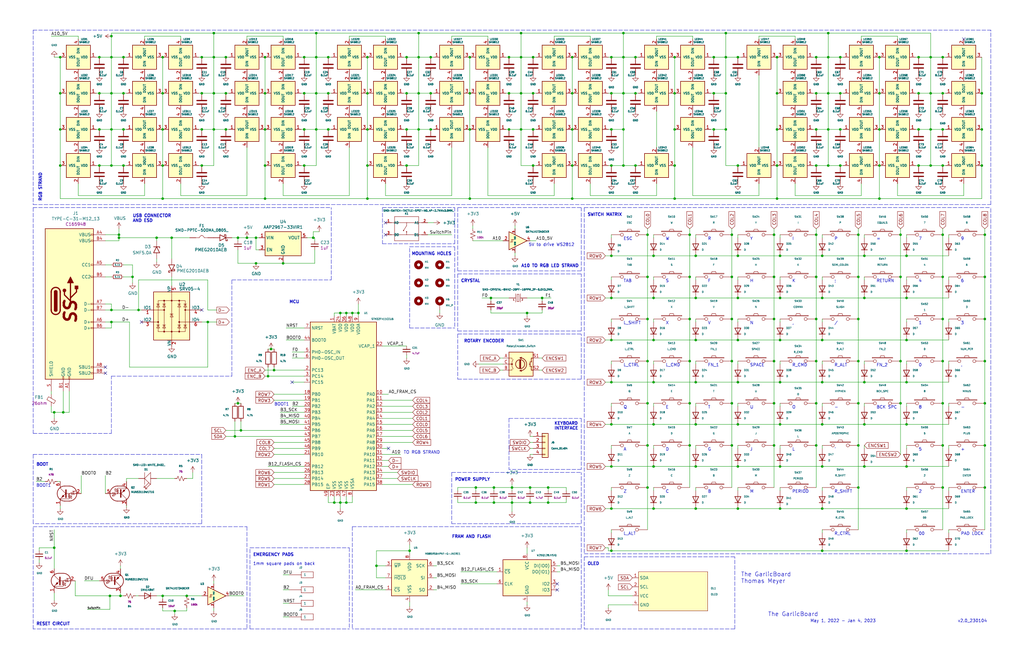
<source format=kicad_sch>
(kicad_sch (version 20211123) (generator eeschema)
  (paper "USLedger")
  (junction (at 154.94 39.37))
  (junction (at 223.52 205.74))
  (junction (at 115.57 156.21))
  (junction (at 370.84 39.37))
  (junction (at 133.35 13.97))
  (junction (at 326.39 152.4))
  (junction (at 344.17 99.06))
  (junction (at 346.71 143.51))
  (junction (at 326.39 116.84))
  (junction (at 379.73 170.18))
  (junction (at 346.71 107.95))
  (junction (at 128.27 69.85))
  (junction (at 143.51 212.09))
  (junction (at 306.07 39.37))
  (junction (at 415.29 205.74))
  (junction (at 154.94 69.85))
  (junction (at 208.28 212.09))
  (junction (at 273.05 187.96))
  (junction (at 306.07 54.61))
  (junction (at 275.59 143.51))
  (junction (at 111.76 24.13))
  (junction (at 257.81 161.29))
  (junction (at 68.58 39.37))
  (junction (at 327.66 69.85))
  (junction (at 379.73 116.84))
  (junction (at 300.99 54.61))
  (junction (at 346.71 196.85))
  (junction (at 68.58 83.82))
  (junction (at 382.27 161.29))
  (junction (at 275.59 125.73))
  (junction (at 95.25 24.13))
  (junction (at 241.3 69.85))
  (junction (at 100.33 170.18))
  (junction (at 262.89 24.13))
  (junction (at 354.33 39.37))
  (junction (at 273.05 205.74))
  (junction (at 397.51 39.37))
  (junction (at 284.48 69.85))
  (junction (at 111.76 54.61))
  (junction (at 101.6 181.61))
  (junction (at 176.53 54.61))
  (junction (at 397.51 69.85))
  (junction (at 415.29 134.62))
  (junction (at 311.15 161.29))
  (junction (at 52.07 69.85))
  (junction (at 273.05 99.06))
  (junction (at 397.51 116.84))
  (junction (at 349.25 54.61))
  (junction (at 397.51 187.96))
  (junction (at 308.61 170.18))
  (junction (at 327.66 24.13))
  (junction (at 344.17 134.62))
  (junction (at 107.95 100.33))
  (junction (at 198.12 39.37))
  (junction (at 214.63 24.13))
  (junction (at 207.01 125.73))
  (junction (at 257.81 39.37))
  (junction (at 361.95 187.96))
  (junction (at 138.43 39.37))
  (junction (at 171.45 54.61))
  (junction (at 328.93 179.07))
  (junction (at 397.51 99.06))
  (junction (at 214.63 39.37))
  (junction (at 46.99 24.13))
  (junction (at 290.83 187.96))
  (junction (at 290.83 170.18))
  (junction (at 361.95 116.84))
  (junction (at 257.81 24.13))
  (junction (at 257.81 107.95))
  (junction (at 200.66 212.09))
  (junction (at 151.13 132.08))
  (junction (at 382.27 143.51))
  (junction (at 257.81 69.85))
  (junction (at 414.02 39.37))
  (junction (at 133.35 24.13))
  (junction (at 154.94 83.82))
  (junction (at 349.25 39.37))
  (junction (at 382.27 179.07))
  (junction (at 308.61 152.4))
  (junction (at 415.29 170.18))
  (junction (at 306.07 24.13))
  (junction (at 146.05 212.09))
  (junction (at 293.37 214.63))
  (junction (at 46.99 69.85))
  (junction (at 308.61 134.62))
  (junction (at 148.59 132.08))
  (junction (at 85.09 24.13))
  (junction (at 113.03 158.75))
  (junction (at 107.95 111.125))
  (junction (at 128.27 39.37))
  (junction (at 231.14 205.74))
  (junction (at 311.15 179.07))
  (junction (at 382.27 107.95))
  (junction (at 133.35 39.37))
  (junction (at 224.79 24.13))
  (junction (at 228.6 125.73))
  (junction (at 90.17 54.61))
  (junction (at 328.93 125.73))
  (junction (at 370.84 83.82))
  (junction (at 293.37 107.95))
  (junction (at 181.61 54.61))
  (junction (at 397.51 134.62))
  (junction (at 104.14 100.33))
  (junction (at 361.95 134.62))
  (junction (at 344.17 170.18))
  (junction (at 172.72 232.41))
  (junction (at 344.17 39.37))
  (junction (at 138.43 54.61))
  (junction (at 111.76 69.85))
  (junction (at 68.58 251.46))
  (junction (at 78.74 251.46))
  (junction (at 273.05 116.84))
  (junction (at 382.27 196.85))
  (junction (at 267.97 69.85))
  (junction (at 275.59 214.63))
  (junction (at 414.02 54.61))
  (junction (at 241.3 39.37))
  (junction (at 58.42 130.81))
  (junction (at 290.83 116.84))
  (junction (at 114.3 147.32))
  (junction (at 222.25 132.08))
  (junction (at 397.51 170.18))
  (junction (at 50.165 99.06))
  (junction (at 328.93 196.85))
  (junction (at 219.71 24.13))
  (junction (at 267.97 24.13))
  (junction (at 364.49 179.07))
  (junction (at 275.59 161.29))
  (junction (at 200.66 205.74))
  (junction (at 346.71 232.41))
  (junction (at 257.81 214.63))
  (junction (at 361.95 205.74))
  (junction (at 22.86 231.14))
  (junction (at 85.09 54.61))
  (junction (at 46.355 251.46))
  (junction (at 25.4 24.13))
  (junction (at 50.165 100.33))
  (junction (at 99.06 184.15))
  (junction (at 262.89 39.37))
  (junction (at 392.43 69.85))
  (junction (at 181.61 24.13))
  (junction (at 326.39 170.18))
  (junction (at 328.93 161.29))
  (junction (at 111.76 39.37))
  (junction (at 370.84 69.85))
  (junction (at 85.09 39.37))
  (junction (at 224.79 69.85))
  (junction (at 387.35 69.85))
  (junction (at 133.35 54.61))
  (junction (at 415.29 187.96))
  (junction (at 349.25 13.97))
  (junction (at 311.15 69.85))
  (junction (at 257.81 196.85))
  (junction (at 415.29 99.06))
  (junction (at 328.93 107.95))
  (junction (at 379.73 152.4))
  (junction (at 95.25 39.37))
  (junction (at 181.61 39.37))
  (junction (at 344.17 24.13))
  (junction (at 223.52 212.09))
  (junction (at 273.05 170.18))
  (junction (at 326.39 99.06))
  (junction (at 257.81 143.51))
  (junction (at 344.17 152.4))
  (junction (at 290.83 134.62))
  (junction (at 171.45 39.37))
  (junction (at 300.99 39.37))
  (junction (at 46.99 130.81))
  (junction (at 415.29 116.84))
  (junction (at 46.99 135.89))
  (junction (at 262.89 69.85))
  (junction (at 293.37 196.85))
  (junction (at 326.39 134.62))
  (junction (at 346.71 179.07))
  (junction (at 50.8 251.46))
  (junction (at 90.17 13.97))
  (junction (at 275.59 196.85))
  (junction (at 171.45 24.13))
  (junction (at 364.49 125.73))
  (junction (at 387.35 24.13))
  (junction (at 293.37 125.73))
  (junction (at 344.17 116.84))
  (junction (at 224.79 39.37))
  (junction (at 140.97 212.09))
  (junction (at 382.27 125.73))
  (junction (at 311.15 107.95))
  (junction (at 176.53 39.37))
  (junction (at 387.35 54.61))
  (junction (at 72.39 100.33))
  (junction (at 111.76 83.82))
  (junction (at 138.43 24.13))
  (junction (at 284.48 83.82))
  (junction (at 370.84 54.61))
  (junction (at 25.4 54.61))
  (junction (at 262.89 13.97))
  (junction (at 95.25 54.61))
  (junction (at 224.79 54.61))
  (junction (at 25.4 39.37))
  (junction (at 257.81 179.07))
  (junction (at 327.66 83.82))
  (junction (at 241.3 54.61))
  (junction (at 354.33 69.85))
  (junction (at 55.88 116.84))
  (junction (at 392.43 39.37))
  (junction (at 311.15 214.63))
  (junction (at 262.89 54.61))
  (junction (at 308.61 116.84))
  (junction (at 361.95 152.4))
  (junction (at 300.99 24.13))
  (junction (at 119.38 111.125))
  (junction (at 397.51 24.13))
  (junction (at 87.63 135.89))
  (junction (at 257.81 232.41))
  (junction (at 46.99 54.61))
  (junction (at 326.39 187.96))
  (junction (at 382.27 232.41))
  (junction (at 308.61 187.96))
  (junction (at 290.83 152.4))
  (junction (at 146.05 132.08))
  (junction (at 46.99 39.37))
  (junction (at 100.33 100.33))
  (junction (at 158.75 238.76))
  (junction (at 257.81 54.61))
  (junction (at 41.91 24.13))
  (junction (at 349.25 24.13))
  (junction (at 397.51 54.61))
  (junction (at 275.59 179.07))
  (junction (at 397.51 205.74))
  (junction (at 311.15 196.85))
  (junction (at 215.9 212.09))
  (junction (at 52.07 39.37))
  (junction (at 379.73 99.06))
  (junction (at 241.3 83.82))
  (junction (at 387.35 39.37))
  (junction (at 198.12 83.82))
  (junction (at 311.15 143.51))
  (junction (at 311.15 125.73))
  (junction (at 361.95 170.18))
  (junction (at 52.07 54.61))
  (junction (at 284.48 24.13))
  (junction (at 41.91 39.37))
  (junction (at 68.58 54.61))
  (junction (at 26.67 173.99))
  (junction (at 132.08 100.33))
  (junction (at 382.27 214.63))
  (junction (at 219.71 54.61))
  (junction (at 273.05 152.4))
  (junction (at 327.66 39.37))
  (junction (at 214.63 54.61))
  (junction (at 25.4 69.85))
  (junction (at 241.3 24.13))
  (junction (at 415.29 152.4))
  (junction (at 293.37 161.29))
  (junction (at 344.17 69.85))
  (junction (at 73.66 257.81))
  (junction (at 128.27 54.61))
  (junction (at 364.49 196.85))
  (junction (at 90.17 24.13))
  (junction (at 392.43 54.61))
  (junction (at 154.94 54.61))
  (junction (at 208.28 205.74))
  (junction (at 90.17 39.37))
  (junction (at 219.71 13.97))
  (junction (at 198.12 54.61))
  (junction (at 68.58 69.85))
  (junction (at 273.05 134.62))
  (junction (at 349.25 69.85))
  (junction (at 267.97 39.37))
  (junction (at 414.02 69.85))
  (junction (at 328.93 214.63))
  (junction (at 52.07 24.13))
  (junction (at 257.81 125.73))
  (junction (at 176.53 13.97))
  (junction (at 176.53 24.13))
  (junction (at 284.48 54.61))
  (junction (at 346.71 125.73))
  (junction (at 154.94 24.13))
  (junction (at 284.48 39.37))
  (junction (at 354.33 24.13))
  (junction (at 392.43 24.13))
  (junction (at 397.51 152.4))
  (junction (at 346.71 161.29))
  (junction (at 327.66 54.61))
  (junction (at 364.49 161.29))
  (junction (at 198.12 24.13))
  (junction (at 306.07 13.97))
  (junction (at 231.14 212.09))
  (junction (at 219.71 39.37))
  (junction (at 364.49 107.95))
  (junction (at 85.09 69.85))
  (junction (at 354.33 54.61))
  (junction (at 293.37 179.07))
  (junction (at 293.37 143.51))
  (junction (at 143.51 132.08))
  (junction (at 346.71 214.63))
  (junction (at 308.61 99.06))
  (junction (at 344.17 187.96))
  (junction (at 46.99 15.24))
  (junction (at 311.15 24.13))
  (junction (at 41.91 54.61))
  (junction (at 370.84 24.13))
  (junction (at 290.83 99.06))
  (junction (at 128.27 24.13))
  (junction (at 22.86 173.99))
  (junction (at 275.59 107.95))
  (junction (at 215.9 205.74))
  (junction (at 66.04 100.33))
  (junction (at 41.91 69.85))
  (junction (at 344.17 54.61))
  (junction (at 361.95 99.06))
  (junction (at 328.93 143.51))
  (junction (at 171.45 69.85))
  (junction (at 68.58 24.13))
  (no_connect (at 406.4 16.51))
  (no_connect (at 163.83 189.23))
  (no_connect (at 234.95 246.38))
  (no_connect (at 44.45 154.94))
  (no_connect (at 44.45 157.48))
  (no_connect (at 162.56 99.06))
  (no_connect (at 162.56 93.98))
  (no_connect (at 59.69 135.89))
  (no_connect (at 123.19 161.29))
  (no_connect (at 85.09 130.81))
  (no_connect (at 234.95 248.92))
  (polyline (pts (xy 193.04 87.63) (xy 193.04 114.3)))
  (wire (pts (xy 181.61 54.61) (xy 182.88 54.61)))
  (wire (pts (xy 228.6 132.08) (xy 228.6 130.81)))
  (wire (pts (xy 231.14 212.09) (xy 231.14 210.82)))
  (wire (pts (xy 364.49 116.84) (xy 364.49 118.11)))
  (wire (pts (xy 185.42 130.81) (xy 185.42 132.08)))
  (wire (pts (xy 293.37 214.63) (xy 311.15 214.63)))
  (wire (pts (xy 132.715 105.41) (xy 132.715 111.125)))
  (wire (pts (xy 50.165 99.06) (xy 50.165 100.33)))
  (wire (pts (xy 241.3 54.61) (xy 241.3 69.85)))
  (wire (pts (xy 22.86 24.13) (xy 25.4 24.13)))
  (wire (pts (xy 257.81 214.63) (xy 275.59 214.63)))
  (polyline (pts (xy 172.72 138.43) (xy 191.77 138.43)))
  (wire (pts (xy 293.37 99.06) (xy 293.37 100.33)))
  (wire (pts (xy 25.4 39.37) (xy 25.4 24.13)))
  (wire (pts (xy 382.27 170.18) (xy 382.27 171.45)))
  (wire (pts (xy 52.07 54.61) (xy 53.34 54.61)))
  (wire (pts (xy 173.99 181.61) (xy 161.29 181.61)))
  (wire (pts (xy 21.59 173.99) (xy 22.86 173.99)))
  (wire (pts (xy 171.45 39.37) (xy 176.53 39.37)))
  (wire (pts (xy 148.59 133.35) (xy 148.59 132.08)))
  (wire (pts (xy 100.33 105.41) (xy 100.33 111.125)))
  (wire (pts (xy 53.34 213.36) (xy 53.34 213.995)))
  (wire (pts (xy 415.29 187.96) (xy 415.29 205.74)))
  (wire (pts (xy 31.75 245.11) (xy 31.75 251.46)))
  (wire (pts (xy 22.86 173.99) (xy 22.86 176.53)))
  (wire (pts (xy 241.3 24.13) (xy 241.3 39.37)))
  (wire (pts (xy 370.84 24.13) (xy 370.84 39.37)))
  (wire (pts (xy 119.38 260.35) (xy 121.92 260.35)))
  (wire (pts (xy 276.86 16.51) (xy 276.86 15.24)))
  (wire (pts (xy 382.27 116.84) (xy 382.27 118.11)))
  (wire (pts (xy 24.13 203.2) (xy 25.4 203.2)))
  (wire (pts (xy 346.71 143.51) (xy 382.27 143.51)))
  (wire (pts (xy 228.6 125.73) (xy 222.25 125.73)))
  (wire (pts (xy 95.25 24.13) (xy 96.52 24.13)))
  (polyline (pts (xy 245.11 114.3) (xy 245.11 87.63)))
  (wire (pts (xy 66.04 109.22) (xy 66.04 110.49)))
  (polyline (pts (xy 161.29 87.63) (xy 161.29 102.87)))
  (wire (pts (xy 127 39.37) (xy 128.27 39.37)))
  (wire (pts (xy 224.79 54.61) (xy 226.06 54.61)))
  (wire (pts (xy 328.93 125.73) (xy 346.71 125.73)))
  (wire (pts (xy 29.21 165.1) (xy 29.21 173.99)))
  (polyline (pts (xy 193.04 115.57) (xy 193.04 139.7)))
  (wire (pts (xy 257.81 152.4) (xy 257.81 153.67)))
  (wire (pts (xy 293.37 205.74) (xy 293.37 207.01)))
  (wire (pts (xy 215.9 205.74) (xy 215.9 207.01)))
  (wire (pts (xy 133.35 13.97) (xy 176.53 13.97)))
  (wire (pts (xy 97.79 100.33) (xy 100.33 100.33)))
  (wire (pts (xy 162.56 77.47) (xy 162.56 82.55)))
  (polyline (pts (xy 85.09 220.98) (xy 13.97 220.98)))
  (wire (pts (xy 50.8 238.76) (xy 50.8 240.03)))
  (wire (pts (xy 382.27 205.74) (xy 382.27 207.01)))
  (wire (pts (xy 128.27 24.13) (xy 133.35 24.13)))
  (wire (pts (xy 158.75 232.41) (xy 172.72 232.41)))
  (wire (pts (xy 72.39 116.84) (xy 72.39 120.65)))
  (wire (pts (xy 257.81 205.74) (xy 257.81 207.01)))
  (wire (pts (xy 90.17 54.61) (xy 90.17 69.85)))
  (wire (pts (xy 207.01 125.73) (xy 214.63 125.73)))
  (wire (pts (xy 306.07 54.61) (xy 306.07 69.85)))
  (wire (pts (xy 111.76 24.13) (xy 111.76 39.37)))
  (wire (pts (xy 397.51 116.84) (xy 397.51 134.62)))
  (wire (pts (xy 273.05 170.18) (xy 273.05 187.96)))
  (wire (pts (xy 115.57 154.94) (xy 115.57 156.21)))
  (wire (pts (xy 16.51 231.14) (xy 22.86 231.14)))
  (wire (pts (xy 22.86 250.19) (xy 22.86 253.365)))
  (wire (pts (xy 83.82 69.85) (xy 85.09 69.85)))
  (polyline (pts (xy 214.63 176.53) (xy 214.63 198.12)))
  (wire (pts (xy 256.54 54.61) (xy 257.81 54.61)))
  (wire (pts (xy 176.53 54.61) (xy 176.53 69.85)))
  (wire (pts (xy 386.08 24.13) (xy 387.35 24.13)))
  (wire (pts (xy 311.15 179.07) (xy 328.93 179.07)))
  (wire (pts (xy 257.81 116.84) (xy 257.81 118.11)))
  (wire (pts (xy 257.81 99.06) (xy 257.81 100.33)))
  (wire (pts (xy 364.49 196.85) (xy 382.27 196.85)))
  (wire (pts (xy 58.42 130.81) (xy 58.42 118.11)))
  (wire (pts (xy 223.52 212.09) (xy 231.14 212.09)))
  (wire (pts (xy 224.79 39.37) (xy 226.06 39.37)))
  (wire (pts (xy 161.29 191.77) (xy 168.91 191.77)))
  (wire (pts (xy 257.81 69.85) (xy 262.89 69.85)))
  (wire (pts (xy 326.39 170.18) (xy 326.39 187.96)))
  (wire (pts (xy 147.32 82.55) (xy 147.32 62.23)))
  (wire (pts (xy 214.63 54.61) (xy 219.71 54.61)))
  (wire (pts (xy 119.38 82.55) (xy 147.32 82.55)))
  (wire (pts (xy 140.97 212.09) (xy 143.51 212.09)))
  (wire (pts (xy 133.35 24.13) (xy 133.35 39.37)))
  (wire (pts (xy 113.03 196.85) (xy 128.27 196.85)))
  (polyline (pts (xy 13.97 191.77) (xy 13.97 220.98)))
  (wire (pts (xy 68.58 251.46) (xy 68.58 252.73)))
  (wire (pts (xy 354.33 54.61) (xy 355.6 54.61)))
  (wire (pts (xy 181.61 24.13) (xy 182.88 24.13)))
  (wire (pts (xy 40.64 54.61) (xy 41.91 54.61)))
  (wire (pts (xy 311.15 143.51) (xy 328.93 143.51)))
  (wire (pts (xy 80.01 100.33) (xy 72.39 100.33)))
  (wire (pts (xy 44.45 116.84) (xy 46.99 116.84)))
  (wire (pts (xy 386.08 69.85) (xy 387.35 69.85)))
  (wire (pts (xy 190.5 99.06) (xy 180.34 99.06)))
  (wire (pts (xy 255.27 214.63) (xy 257.81 214.63)))
  (wire (pts (xy 104.14 82.55) (xy 104.14 62.23)))
  (wire (pts (xy 208.28 205.74) (xy 215.9 205.74)))
  (wire (pts (xy 379.73 152.4) (xy 379.73 170.18)))
  (wire (pts (xy 262.89 69.85) (xy 267.97 69.85)))
  (wire (pts (xy 22.86 231.14) (xy 22.86 240.03)))
  (wire (pts (xy 320.04 82.55) (xy 320.04 77.47)))
  (wire (pts (xy 161.29 204.47) (xy 173.99 204.47)))
  (wire (pts (xy 190.5 82.55) (xy 190.5 62.23)))
  (polyline (pts (xy 13.97 265.43) (xy 13.97 222.25)))
  (wire (pts (xy 223.52 101.6) (xy 226.06 101.6)))
  (wire (pts (xy 200.66 212.09) (xy 208.28 212.09)))
  (wire (pts (xy 58.42 130.81) (xy 46.99 130.81)))
  (wire (pts (xy 170.18 39.37) (xy 171.45 39.37)))
  (wire (pts (xy 154.94 39.37) (xy 154.94 54.61)))
  (wire (pts (xy 293.37 187.96) (xy 293.37 189.23)))
  (wire (pts (xy 176.53 24.13) (xy 181.61 24.13)))
  (wire (pts (xy 29.21 173.99) (xy 26.67 173.99)))
  (wire (pts (xy 219.71 13.97) (xy 219.71 24.13)))
  (wire (pts (xy 361.95 205.74) (xy 361.95 223.52)))
  (wire (pts (xy 99.06 170.18) (xy 100.33 170.18)))
  (wire (pts (xy 346.71 116.84) (xy 346.71 118.11)))
  (wire (pts (xy 60.96 16.51) (xy 60.96 15.24)))
  (wire (pts (xy 275.59 214.63) (xy 293.37 214.63)))
  (wire (pts (xy 44.45 99.06) (xy 50.165 99.06)))
  (wire (pts (xy 344.17 152.4) (xy 344.17 170.18)))
  (wire (pts (xy 354.33 69.85) (xy 355.6 69.85)))
  (wire (pts (xy 73.66 257.81) (xy 78.74 257.81)))
  (wire (pts (xy 33.02 82.55) (xy 60.96 82.55)))
  (wire (pts (xy 46.99 39.37) (xy 46.99 54.61)))
  (wire (pts (xy 46.99 24.13) (xy 52.07 24.13)))
  (wire (pts (xy 379.73 99.06) (xy 379.73 116.84)))
  (polyline (pts (xy 13.97 87.63) (xy 13.97 182.88)))
  (wire (pts (xy 392.43 54.61) (xy 392.43 69.85)))
  (wire (pts (xy 198.12 54.61) (xy 198.12 83.82)))
  (wire (pts (xy 205.74 82.55) (xy 233.68 82.55)))
  (wire (pts (xy 275.59 116.84) (xy 275.59 118.11)))
  (wire (pts (xy 78.74 251.46) (xy 85.09 251.46)))
  (wire (pts (xy 172.72 233.68) (xy 172.72 232.41)))
  (wire (pts (xy 66.04 101.6) (xy 66.04 100.33)))
  (wire (pts (xy 95.25 39.37) (xy 96.52 39.37)))
  (wire (pts (xy 273.05 187.96) (xy 273.05 205.74)))
  (wire (pts (xy 256.54 231.14) (xy 255.27 231.14)))
  (wire (pts (xy 148.59 212.09) (xy 146.05 212.09)))
  (wire (pts (xy 95.25 54.61) (xy 96.52 54.61)))
  (wire (pts (xy 233.68 82.55) (xy 233.68 77.47)))
  (polyline (pts (xy 147.32 231.14) (xy 147.32 265.43)))
  (wire (pts (xy 55.88 116.84) (xy 55.88 119.38)))
  (wire (pts (xy 273.05 99.06) (xy 273.05 116.84)))
  (wire (pts (xy 133.35 39.37) (xy 133.35 54.61)))
  (polyline (pts (xy 246.38 87.63) (xy 246.38 233.68)))
  (polyline (pts (xy 191.77 104.14) (xy 191.77 138.43)))
  (wire (pts (xy 129.54 100.33) (xy 132.08 100.33)))
  (wire (pts (xy 335.28 82.55) (xy 363.22 82.55)))
  (wire (pts (xy 58.42 118.11) (xy 87.63 118.11)))
  (wire (pts (xy 293.37 161.29) (xy 311.15 161.29)))
  (polyline (pts (xy 246.38 265.43) (xy 309.88 265.43)))
  (wire (pts (xy 228.6 151.13) (xy 227.33 151.13)))
  (wire (pts (xy 275.59 107.95) (xy 293.37 107.95)))
  (wire (pts (xy 68.58 83.82) (xy 111.76 83.82)))
  (wire (pts (xy 361.95 152.4) (xy 361.95 170.18)))
  (wire (pts (xy 363.22 15.24) (xy 378.46 15.24)))
  (wire (pts (xy 414.02 69.85) (xy 414.02 83.82)))
  (wire (pts (xy 256.54 232.41) (xy 257.81 232.41)))
  (wire (pts (xy 132.08 100.33) (xy 132.715 100.33)))
  (polyline (pts (xy 46.99 158.75) (xy 97.79 158.75)))
  (wire (pts (xy 241.3 39.37) (xy 241.3 54.61)))
  (wire (pts (xy 132.715 100.33) (xy 132.715 101.6)))
  (wire (pts (xy 370.84 54.61) (xy 370.84 69.85)))
  (wire (pts (xy 392.43 24.13) (xy 392.43 39.37)))
  (polyline (pts (xy 13.97 182.88) (xy 46.99 182.88)))
  (wire (pts (xy 311.15 161.29) (xy 328.93 161.29)))
  (wire (pts (xy 231.14 205.74) (xy 231.14 207.01)))
  (wire (pts (xy 173.99 176.53) (xy 161.29 176.53)))
  (wire (pts (xy 344.17 54.61) (xy 349.25 54.61)))
  (polyline (pts (xy 245.11 220.98) (xy 245.11 199.39)))
  (polyline (pts (xy 246.38 87.63) (xy 417.83 87.63)))
  (wire (pts (xy 76.2 82.55) (xy 104.14 82.55)))
  (wire (pts (xy 132.715 111.125) (xy 119.38 111.125)))
  (wire (pts (xy 219.71 69.85) (xy 224.79 69.85)))
  (wire (pts (xy 326.39 96.52) (xy 326.39 99.06)))
  (wire (pts (xy 311.15 214.63) (xy 328.93 214.63)))
  (wire (pts (xy 33.02 15.24) (xy 33.02 16.51)))
  (wire (pts (xy 255.27 143.51) (xy 257.81 143.51)))
  (wire (pts (xy 311.15 187.96) (xy 311.15 189.23)))
  (wire (pts (xy 132.08 97.79) (xy 132.08 100.33)))
  (wire (pts (xy 40.64 24.13) (xy 41.91 24.13)))
  (wire (pts (xy 386.08 54.61) (xy 387.35 54.61)))
  (wire (pts (xy 83.82 24.13) (xy 85.09 24.13)))
  (wire (pts (xy 257.81 187.96) (xy 257.81 189.23)))
  (wire (pts (xy 161.29 146.05) (xy 171.45 146.05)))
  (wire (pts (xy 335.28 15.24) (xy 335.28 16.51)))
  (wire (pts (xy 215.9 212.09) (xy 215.9 210.82)))
  (wire (pts (xy 415.29 205.74) (xy 415.29 223.52)))
  (wire (pts (xy 349.25 24.13) (xy 354.33 24.13)))
  (wire (pts (xy 147.32 15.24) (xy 162.56 15.24)))
  (wire (pts (xy 176.53 13.97) (xy 219.71 13.97)))
  (wire (pts (xy 223.52 205.74) (xy 231.14 205.74)))
  (wire (pts (xy 233.68 16.51) (xy 233.68 15.24)))
  (wire (pts (xy 346.71 161.29) (xy 364.49 161.29)))
  (wire (pts (xy 275.59 170.18) (xy 275.59 171.45)))
  (wire (pts (xy 284.48 39.37) (xy 284.48 54.61)))
  (polyline (pts (xy 245.11 139.7) (xy 245.11 115.57)))
  (wire (pts (xy 328.93 196.85) (xy 346.71 196.85)))
  (wire (pts (xy 231.14 205.74) (xy 238.76 205.74)))
  (wire (pts (xy 349.25 39.37) (xy 349.25 54.61)))
  (wire (pts (xy 219.71 54.61) (xy 224.79 54.61)))
  (wire (pts (xy 85.09 54.61) (xy 90.17 54.61)))
  (wire (pts (xy 143.51 209.55) (xy 143.51 212.09)))
  (wire (pts (xy 68.58 257.81) (xy 73.66 257.81)))
  (wire (pts (xy 219.71 39.37) (xy 219.71 54.61)))
  (wire (pts (xy 215.9 204.47) (xy 215.9 205.74)))
  (wire (pts (xy 284.48 54.61) (xy 284.48 69.85)))
  (wire (pts (xy 415.29 134.62) (xy 415.29 152.4)))
  (wire (pts (xy 344.17 96.52) (xy 344.17 99.06)))
  (wire (pts (xy 100.33 101.6) (xy 100.33 100.33)))
  (wire (pts (xy 68.58 256.54) (xy 68.58 257.81)))
  (wire (pts (xy 16.51 232.41) (xy 16.51 231.14)))
  (wire (pts (xy 154.94 69.85) (xy 154.94 83.82)))
  (wire (pts (xy 111.76 69.85) (xy 111.76 83.82)))
  (wire (pts (xy 327.66 54.61) (xy 327.66 69.85)))
  (wire (pts (xy 59.69 130.81) (xy 58.42 130.81)))
  (wire (pts (xy 344.17 24.13) (xy 349.25 24.13)))
  (wire (pts (xy 378.46 82.55) (xy 378.46 77.47)))
  (wire (pts (xy 90.17 54.61) (xy 95.25 54.61)))
  (wire (pts (xy 115.57 168.91) (xy 128.27 168.91)))
  (wire (pts (xy 257.81 143.51) (xy 275.59 143.51)))
  (polyline (pts (xy 193.04 115.57) (xy 245.11 115.57)))
  (wire (pts (xy 107.95 100.33) (xy 107.95 105.41)))
  (wire (pts (xy 349.25 54.61) (xy 354.33 54.61)))
  (wire (pts (xy 118.11 179.07) (xy 128.27 179.07)))
  (wire (pts (xy 308.61 96.52) (xy 308.61 99.06)))
  (wire (pts (xy 273.05 116.84) (xy 273.05 134.62)))
  (wire (pts (xy 114.3 147.32) (xy 115.57 147.32)))
  (wire (pts (xy 382.27 107.95) (xy 400.05 107.95)))
  (wire (pts (xy 222.25 132.08) (xy 222.25 133.35)))
  (wire (pts (xy 203.2 125.73) (xy 207.01 125.73)))
  (polyline (pts (xy 417.83 233.68) (xy 417.83 87.63)))
  (wire (pts (xy 41.91 54.61) (xy 46.99 54.61)))
  (wire (pts (xy 382.27 99.06) (xy 382.27 100.33)))
  (wire (pts (xy 133.35 54.61) (xy 138.43 54.61)))
  (wire (pts (xy 68.58 24.13) (xy 68.58 39.37)))
  (wire (pts (xy 397.51 69.85) (xy 398.78 69.85)))
  (wire (pts (xy 364.49 107.95) (xy 382.27 107.95)))
  (wire (pts (xy 346.71 170.18) (xy 346.71 171.45)))
  (wire (pts (xy 193.04 205.74) (xy 193.04 207.01)))
  (wire (pts (xy 22.86 173.99) (xy 26.67 173.99)))
  (wire (pts (xy 53.34 201.93) (xy 58.42 201.93)))
  (wire (pts (xy 133.35 39.37) (xy 138.43 39.37)))
  (wire (pts (xy 293.37 107.95) (xy 311.15 107.95)))
  (polyline (pts (xy 193.04 140.97) (xy 193.04 160.02)))
  (polyline (pts (xy 105.41 265.43) (xy 105.41 231.14)))
  (wire (pts (xy 311.15 116.84) (xy 311.15 118.11)))
  (wire (pts (xy 207.01 132.08) (xy 222.25 132.08)))
  (wire (pts (xy 342.9 54.61) (xy 344.17 54.61)))
  (wire (pts (xy 147.32 16.51) (xy 147.32 15.24)))
  (wire (pts (xy 140.97 132.08) (xy 143.51 132.08)))
  (wire (pts (xy 46.99 54.61) (xy 52.07 54.61)))
  (wire (pts (xy 361.95 187.96) (xy 361.95 205.74)))
  (wire (pts (xy 311.15 24.13) (xy 312.42 24.13)))
  (wire (pts (xy 161.29 166.37) (xy 163.83 166.37)))
  (wire (pts (xy 146.05 209.55) (xy 146.05 212.09)))
  (wire (pts (xy 293.37 134.62) (xy 293.37 135.89)))
  (wire (pts (xy 248.92 82.55) (xy 276.86 82.55)))
  (wire (pts (xy 127 69.85) (xy 128.27 69.85)))
  (wire (pts (xy 161.29 196.85) (xy 163.83 196.85)))
  (wire (pts (xy 199.39 95.25) (xy 199.39 96.52)))
  (wire (pts (xy 208.28 212.09) (xy 215.9 212.09)))
  (wire (pts (xy 119.38 248.92) (xy 121.92 248.92)))
  (wire (pts (xy 213.36 39.37) (xy 214.63 39.37)))
  (wire (pts (xy 120.65 143.51) (xy 128.27 143.51)))
  (wire (pts (xy 328.93 152.4) (xy 328.93 153.67)))
  (wire (pts (xy 275.59 99.06) (xy 275.59 100.33)))
  (wire (pts (xy 293.37 196.85) (xy 311.15 196.85)))
  (wire (pts (xy 171.45 69.85) (xy 170.18 69.85)))
  (wire (pts (xy 143.51 212.09) (xy 146.05 212.09)))
  (wire (pts (xy 255.27 179.07) (xy 257.81 179.07)))
  (polyline (pts (xy 191.77 102.87) (xy 191.77 87.63)))
  (wire (pts (xy 255.27 125.73) (xy 257.81 125.73)))
  (wire (pts (xy 363.22 82.55) (xy 363.22 77.47)))
  (wire (pts (xy 41.91 245.11) (xy 35.56 245.11)))
  (wire (pts (xy 90.17 257.81) (xy 90.17 256.54)))
  (wire (pts (xy 306.07 39.37) (xy 306.07 54.61)))
  (wire (pts (xy 215.9 215.9) (xy 215.9 212.09)))
  (wire (pts (xy 194.31 241.3) (xy 209.55 241.3)))
  (wire (pts (xy 201.93 153.67) (xy 212.09 153.67)))
  (wire (pts (xy 346.71 196.85) (xy 364.49 196.85)))
  (wire (pts (xy 199.39 101.6) (xy 212.09 101.6)))
  (wire (pts (xy 400.05 116.84) (xy 400.05 118.11)))
  (wire (pts (xy 25.4 213.36) (xy 25.4 214.63)))
  (wire (pts (xy 346.71 134.62) (xy 346.71 135.89)))
  (wire (pts (xy 171.45 149.86) (xy 171.45 151.13)))
  (wire (pts (xy 257.81 39.37) (xy 262.89 39.37)))
  (wire (pts (xy 146.05 132.08) (xy 148.59 132.08)))
  (wire (pts (xy 87.63 130.81) (xy 91.44 130.81)))
  (wire (pts (xy 382.27 232.41) (xy 400.05 232.41)))
  (wire (pts (xy 379.73 96.52) (xy 379.73 99.06)))
  (wire (pts (xy 382.27 161.29) (xy 400.05 161.29)))
  (wire (pts (xy 215.9 205.74) (xy 223.52 205.74)))
  (polyline (pts (xy 193.04 140.97) (xy 245.11 140.97)))
  (wire (pts (xy 257.81 134.62) (xy 257.81 135.89)))
  (wire (pts (xy 85.09 24.13) (xy 90.17 24.13)))
  (wire (pts (xy 158.75 243.84) (xy 158.75 238.76)))
  (wire (pts (xy 133.35 24.13) (xy 138.43 24.13)))
  (wire (pts (xy 219.71 54.61) (xy 219.71 69.85)))
  (wire (pts (xy 248.92 15.24) (xy 248.92 16.51)))
  (polyline (pts (xy 193.04 114.3) (xy 245.11 114.3)))
  (wire (pts (xy 382.27 223.52) (xy 382.27 224.79)))
  (polyline (pts (xy 97.79 158.75) (xy 97.79 118.11)))
  (wire (pts (xy 311.15 205.74) (xy 311.15 207.01)))
  (wire (pts (xy 53.34 201.93) (xy 53.34 203.2)))
  (wire (pts (xy 99.06 184.15) (xy 128.27 184.15)))
  (wire (pts (xy 205.74 62.23) (xy 205.74 82.55)))
  (polyline (pts (xy 172.72 138.43) (xy 172.72 104.14)))
  (wire (pts (xy 214.63 24.13) (xy 219.71 24.13)))
  (wire (pts (xy 21.59 166.37) (xy 21.59 165.1)))
  (wire (pts (xy 311.15 125.73) (xy 328.93 125.73)))
  (polyline (pts (xy 214.63 176.53) (xy 245.11 176.53)))
  (wire (pts (xy 364.49 179.07) (xy 382.27 179.07)))
  (wire (pts (xy 50.165 96.52) (xy 50.165 99.06)))
  (wire (pts (xy 200.66 205.74) (xy 208.28 205.74)))
  (wire (pts (xy 262.89 39.37) (xy 267.97 39.37)))
  (polyline (pts (xy 161.29 87.63) (xy 191.77 87.63)))
  (wire (pts (xy 72.39 100.33) (xy 72.39 109.22)))
  (wire (pts (xy 256.54 69.85) (xy 257.81 69.85)))
  (wire (pts (xy 364.49 161.29) (xy 382.27 161.29)))
  (wire (pts (xy 16.51 237.49) (xy 16.51 236.22)))
  (polyline (pts (xy 13.97 222.25) (xy 104.14 222.25)))
  (wire (pts (xy 194.31 246.38) (xy 209.55 246.38)))
  (wire (pts (xy 115.57 156.21) (xy 128.27 156.21)))
  (wire (pts (xy 119.38 15.24) (xy 119.38 16.51)))
  (wire (pts (xy 111.76 39.37) (xy 111.76 54.61)))
  (wire (pts (xy 342.9 69.85) (xy 344.17 69.85)))
  (wire (pts (xy 73.66 257.81) (xy 73.66 259.08)))
  (wire (pts (xy 198.12 24.13) (xy 198.12 39.37)))
  (wire (pts (xy 172.72 229.87) (xy 172.72 232.41)))
  (wire (pts (xy 344.17 99.06) (xy 344.17 116.84)))
  (wire (pts (xy 173.99 168.91) (xy 161.29 168.91)))
  (wire (pts (xy 115.57 199.39) (xy 128.27 199.39)))
  (wire (pts (xy 57.15 251.46) (xy 58.42 251.46)))
  (wire (pts (xy 210.82 151.13) (xy 212.09 151.13)))
  (wire (pts (xy 123.19 151.13) (xy 128.27 151.13)))
  (wire (pts (xy 138.43 54.61) (xy 139.7 54.61)))
  (wire (pts (xy 308.61 134.62) (xy 308.61 152.4)))
  (wire (pts (xy 36.83 257.175) (xy 46.355 257.175)))
  (wire (pts (xy 382.27 125.73) (xy 400.05 125.73)))
  (wire (pts (xy 415.29 152.4) (xy 415.29 170.18)))
  (wire (pts (xy 41.91 69.85) (xy 46.99 69.85)))
  (wire (pts (xy 326.39 116.84) (xy 326.39 134.62)))
  (polyline (pts (xy 13.97 191.77) (xy 85.09 191.77)))
  (wire (pts (xy 414.02 54.61) (xy 414.02 69.85)))
  (wire (pts (xy 123.19 161.29) (xy 128.27 161.29)))
  (wire (pts (xy 406.4 82.55) (xy 378.46 82.55)))
  (wire (pts (xy 363.22 16.51) (xy 363.22 15.24)))
  (wire (pts (xy 382.27 214.63) (xy 400.05 214.63)))
  (wire (pts (xy 344.17 170.18) (xy 344.17 187.96)))
  (wire (pts (xy 238.76 212.09) (xy 238.76 210.82)))
  (wire (pts (xy 52.07 39.37) (xy 53.34 39.37)))
  (wire (pts (xy 273.05 205.74) (xy 273.05 223.52)))
  (wire (pts (xy 400.05 187.96) (xy 400.05 189.23)))
  (polyline (pts (xy 148.59 222.25) (xy 148.59 265.43)))
  (wire (pts (xy 328.93 116.84) (xy 328.93 118.11)))
  (wire (pts (xy 255.27 196.85) (xy 257.81 196.85)))
  (wire (pts (xy 140.97 133.35) (xy 140.97 132.08)))
  (wire (pts (xy 46.99 128.27) (xy 46.99 130.81)))
  (wire (pts (xy 328.93 143.51) (xy 346.71 143.51)))
  (wire (pts (xy 349.25 69.85) (xy 354.33 69.85)))
  (wire (pts (xy 299.72 24.13) (xy 300.99 24.13)))
  (wire (pts (xy 222.25 132.08) (xy 228.6 132.08)))
  (wire (pts (xy 241.3 69.85) (xy 241.3 83.82)))
  (wire (pts (xy 364.49 125.73) (xy 382.27 125.73)))
  (wire (pts (xy 262.89 54.61) (xy 262.89 69.85)))
  (wire (pts (xy 214.63 39.37) (xy 219.71 39.37)))
  (wire (pts (xy 257.81 54.61) (xy 262.89 54.61)))
  (wire (pts (xy 392.43 39.37) (xy 397.51 39.37)))
  (wire (pts (xy 83.82 39.37) (xy 85.09 39.37)))
  (wire (pts (xy 100.33 170.18) (xy 101.6 170.18)))
  (wire (pts (xy 223.52 212.09) (xy 223.52 210.82)))
  (wire (pts (xy 349.25 24.13) (xy 349.25 39.37)))
  (wire (pts (xy 273.05 96.52) (xy 273.05 99.06)))
  (wire (pts (xy 382.27 143.51) (xy 400.05 143.51)))
  (wire (pts (xy 46.99 135.89) (xy 46.99 138.43)))
  (wire (pts (xy 119.38 254.635) (xy 121.92 254.635)))
  (wire (pts (xy 115.57 186.69) (xy 128.27 186.69)))
  (wire (pts (xy 328.93 205.74) (xy 328.93 207.01)))
  (wire (pts (xy 158.75 238.76) (xy 158.75 232.41)))
  (wire (pts (xy 149.86 248.92) (xy 162.56 248.92)))
  (wire (pts (xy 113.03 147.32) (xy 114.3 147.32)))
  (wire (pts (xy 415.29 170.18) (xy 415.29 187.96)))
  (wire (pts (xy 335.28 77.47) (xy 335.28 82.55)))
  (polyline (pts (xy 46.99 182.88) (xy 46.99 158.75)))
  (wire (pts (xy 172.72 254) (xy 172.72 255.905)))
  (wire (pts (xy 257.81 125.73) (xy 275.59 125.73)))
  (wire (pts (xy 275.59 196.85) (xy 293.37 196.85)))
  (wire (pts (xy 397.51 24.13) (xy 398.78 24.13)))
  (wire (pts (xy 55.88 111.76) (xy 55.88 116.84)))
  (wire (pts (xy 46.99 15.24) (xy 46.99 13.97)))
  (wire (pts (xy 40.64 39.37) (xy 41.91 39.37)))
  (wire (pts (xy 262.89 13.97) (xy 306.07 13.97)))
  (wire (pts (xy 173.99 179.07) (xy 161.29 179.07)))
  (wire (pts (xy 397.51 205.74) (xy 397.51 223.52)))
  (wire (pts (xy 148.59 132.08) (xy 151.13 132.08)))
  (wire (pts (xy 200.66 205.74) (xy 200.66 207.01)))
  (wire (pts (xy 275.59 205.74) (xy 275.59 207.01)))
  (wire (pts (xy 320.04 31.75) (xy 320.04 62.23)))
  (wire (pts (xy 266.7 255.27) (xy 256.54 255.27)))
  (polyline (pts (xy 417.83 86.36) (xy 417.83 12.7)))
  (wire (pts (xy 257.81 196.85) (xy 275.59 196.85)))
  (wire (pts (xy 290.83 116.84) (xy 290.83 134.62)))
  (wire (pts (xy 161.29 199.39) (xy 167.64 199.39)))
  (wire (pts (xy 361.95 170.18) (xy 361.95 187.96)))
  (wire (pts (xy 95.25 181.61) (xy 101.6 181.61)))
  (wire (pts (xy 119.38 242.57) (xy 121.92 242.57)))
  (wire (pts (xy 55.88 116.84) (xy 52.07 116.84)))
  (wire (pts (xy 180.34 93.98) (xy 182.88 93.98)))
  (wire (pts (xy 173.99 173.99) (xy 161.29 173.99)))
  (wire (pts (xy 292.1 15.24) (xy 292.1 16.51)))
  (wire (pts (xy 123.19 171.45) (xy 128.27 171.45)))
  (wire (pts (xy 161.29 194.31) (xy 163.83 194.31)))
  (wire (pts (xy 119.38 77.47) (xy 119.38 82.55)))
  (wire (pts (xy 275.59 125.73) (xy 293.37 125.73)))
  (wire (pts (xy 138.43 212.09) (xy 140.97 212.09)))
  (polyline (pts (xy 245.11 198.12) (xy 214.63 198.12)))
  (wire (pts (xy 267.97 69.85) (xy 269.24 69.85)))
  (wire (pts (xy 111.76 158.75) (xy 113.03 158.75)))
  (wire (pts (xy 219.71 24.13) (xy 224.79 24.13)))
  (wire (pts (xy 73.66 201.93) (xy 66.04 201.93)))
  (wire (pts (xy 255.27 107.95) (xy 257.81 107.95)))
  (wire (pts (xy 257.81 24.13) (xy 262.89 24.13)))
  (polyline (pts (xy 190.5 199.39) (xy 245.11 199.39)))
  (wire (pts (xy 217.17 95.25) (xy 217.17 96.52)))
  (wire (pts (xy 170.18 24.13) (xy 171.45 24.13)))
  (wire (pts (xy 208.28 212.09) (xy 208.28 210.82)))
  (wire (pts (xy 223.52 189.23) (xy 224.79 189.23)))
  (wire (pts (xy 173.99 186.69) (xy 161.29 186.69)))
  (wire (pts (xy 346.71 107.95) (xy 364.49 107.95)))
  (wire (pts (xy 52.07 69.85) (xy 53.34 69.85)))
  (wire (pts (xy 414.02 24.13) (xy 414.02 39.37)))
  (wire (pts (xy 262.89 24.13) (xy 267.97 24.13)))
  (wire (pts (xy 198.12 39.37) (xy 198.12 54.61)))
  (wire (pts (xy 257.81 161.29) (xy 275.59 161.29)))
  (wire (pts (xy 171.45 54.61) (xy 176.53 54.61)))
  (wire (pts (xy 44.45 138.43) (xy 46.99 138.43)))
  (wire (pts (xy 346.71 223.52) (xy 346.71 224.79)))
  (wire (pts (xy 210.82 156.21) (xy 212.09 156.21)))
  (wire (pts (xy 293.37 152.4) (xy 293.37 153.67)))
  (wire (pts (xy 207.01 125.73) (xy 207.01 127)))
  (wire (pts (xy 46.99 39.37) (xy 52.07 39.37)))
  (wire (pts (xy 400.05 205.74) (xy 400.05 207.01)))
  (wire (pts (xy 370.84 83.82) (xy 414.02 83.82)))
  (wire (pts (xy 171.45 24.13) (xy 176.53 24.13)))
  (wire (pts (xy 308.61 187.96) (xy 308.61 205.74)))
  (wire (pts (xy 231.14 212.09) (xy 238.76 212.09)))
  (wire (pts (xy 133.35 54.61) (xy 133.35 69.85)))
  (wire (pts (xy 320.04 16.51) (xy 320.04 15.24)))
  (wire (pts (xy 46.99 69.85) (xy 52.07 69.85)))
  (polyline (pts (xy 97.79 118.11) (xy 139.7 118.11)))
  (wire (pts (xy 256.54 232.41) (xy 256.54 231.14)))
  (wire (pts (xy 256.54 39.37) (xy 257.81 39.37)))
  (wire (pts (xy 262.89 24.13) (xy 262.89 39.37)))
  (wire (pts (xy 176.53 69.85) (xy 171.45 69.85)))
  (wire (pts (xy 46.99 54.61) (xy 46.99 69.85)))
  (wire (pts (xy 328.93 214.63) (xy 346.71 214.63)))
  (wire (pts (xy 52.07 111.76) (xy 55.88 111.76)))
  (wire (pts (xy 181.61 39.37) (xy 182.88 39.37)))
  (wire (pts (xy 21.59 15.24) (xy 33.02 15.24)))
  (wire (pts (xy 306.07 69.85) (xy 311.15 69.85)))
  (wire (pts (xy 68.58 39.37) (xy 68.58 54.61)))
  (wire (pts (xy 382.27 179.07) (xy 400.05 179.07)))
  (wire (pts (xy 387.35 24.13) (xy 392.43 24.13)))
  (wire (pts (xy 326.39 152.4) (xy 326.39 170.18)))
  (wire (pts (xy 113.03 154.94) (xy 113.03 158.75)))
  (wire (pts (xy 52.07 24.13) (xy 53.34 24.13)))
  (wire (pts (xy 100.33 100.33) (xy 104.14 100.33)))
  (polyline (pts (xy 13.97 86.36) (xy 417.83 86.36)))
  (wire (pts (xy 284.48 83.82) (xy 327.66 83.82)))
  (wire (pts (xy 190.5 16.51) (xy 190.5 15.24)))
  (wire (pts (xy 44.45 111.76) (xy 46.99 111.76)))
  (wire (pts (xy 236.22 238.76) (xy 234.95 238.76)))
  (wire (pts (xy 392.43 24.13) (xy 397.51 24.13)))
  (wire (pts (xy 25.4 83.82) (xy 25.4 69.85)))
  (wire (pts (xy 397.51 187.96) (xy 397.51 205.74)))
  (wire (pts (xy 44.45 101.6) (xy 50.165 101.6)))
  (wire (pts (xy 21.59 171.45) (xy 21.59 173.99)))
  (wire (pts (xy 308.61 152.4) (xy 308.61 170.18)))
  (wire (pts (xy 400.05 99.06) (xy 400.05 100.33)))
  (wire (pts (xy 223.52 205.74) (xy 223.52 207.01)))
  (wire (pts (xy 104.14 16.51) (xy 104.14 15.24)))
  (wire (pts (xy 273.05 152.4) (xy 273.05 170.18)))
  (wire (pts (xy 46.99 135.89) (xy 54.61 135.89)))
  (wire (pts (xy 143.51 214.63) (xy 143.51 212.09)))
  (wire (pts (xy 346.71 187.96) (xy 346.71 189.23)))
  (wire (pts (xy 346.71 205.74) (xy 346.71 207.01)))
  (polyline (pts (xy 193.04 160.02) (xy 245.11 160.02)))
  (wire (pts (xy 311.15 170.18) (xy 311.15 171.45)))
  (wire (pts (xy 146.05 133.35) (xy 146.05 132.08)))
  (wire (pts (xy 113.03 158.75) (xy 128.27 158.75)))
  (wire (pts (xy 50.8 251.46) (xy 50.8 250.19)))
  (wire (pts (xy 215.9 212.09) (xy 223.52 212.09)))
  (wire (pts (xy 115.57 201.93) (xy 128.27 201.93)))
  (polyline (pts (xy 246.38 234.95) (xy 309.88 234.95)))
  (wire (pts (xy 213.36 54.61) (xy 214.63 54.61)))
  (wire (pts (xy 342.9 24.13) (xy 344.17 24.13)))
  (wire (pts (xy 90.17 24.13) (xy 90.17 39.37)))
  (wire (pts (xy 96.52 251.46) (xy 102.87 251.46)))
  (wire (pts (xy 26.67 165.1) (xy 26.67 173.99)))
  (wire (pts (xy 107.95 105.41) (xy 109.22 105.41)))
  (wire (pts (xy 162.56 243.84) (xy 158.75 243.84)))
  (wire (pts (xy 379.73 116.84) (xy 379.73 152.4)))
  (wire (pts (xy 387.35 69.85) (xy 392.43 69.85)))
  (wire (pts (xy 219.71 24.13) (xy 219.71 39.37)))
  (wire (pts (xy 68.58 251.46) (xy 78.74 251.46)))
  (wire (pts (xy 76.2 77.47) (xy 76.2 82.55)))
  (wire (pts (xy 66.04 251.46) (xy 68.58 251.46)))
  (wire (pts (xy 346.71 179.07) (xy 364.49 179.07)))
  (wire (pts (xy 228.6 156.21) (xy 227.33 156.21)))
  (wire (pts (xy 308.61 170.18) (xy 308.61 187.96)))
  (wire (pts (xy 269.24 24.13) (xy 267.97 24.13)))
  (wire (pts (xy 382.27 196.85) (xy 400.05 196.85)))
  (wire (pts (xy 344.17 116.84) (xy 344.17 134.62)))
  (wire (pts (xy 176.53 13.97) (xy 176.53 24.13)))
  (wire (pts (xy 60.96 82.55) (xy 60.96 77.47)))
  (wire (pts (xy 76.2 15.24) (xy 76.2 16.51)))
  (wire (pts (xy 370.84 69.85) (xy 370.84 83.82)))
  (polyline (pts (xy 190.5 220.98) (xy 245.11 220.98)))
  (wire (pts (xy 342.9 39.37) (xy 344.17 39.37)))
  (wire (pts (xy 267.97 39.37) (xy 269.24 39.37)))
  (wire (pts (xy 306.07 24.13) (xy 306.07 39.37)))
  (polyline (pts (xy 104.14 265.43) (xy 13.97 265.43)))
  (wire (pts (xy 133.35 13.97) (xy 133.35 24.13)))
  (wire (pts (xy 346.71 125.73) (xy 364.49 125.73)))
  (wire (pts (xy 392.43 39.37) (xy 392.43 54.61)))
  (wire (pts (xy 344.17 69.85) (xy 349.25 69.85)))
  (wire (pts (xy 349.25 39.37) (xy 354.33 39.37)))
  (wire (pts (xy 205.74 15.24) (xy 205.74 16.51)))
  (wire (pts (xy 41.91 39.37) (xy 46.99 39.37)))
  (wire (pts (xy 293.37 170.18) (xy 293.37 171.45)))
  (wire (pts (xy 276.86 46.99) (xy 276.86 62.23)))
  (wire (pts (xy 248.92 77.47) (xy 248.92 82.55)))
  (wire (pts (xy 400.05 223.52) (xy 400.05 224.79)))
  (wire (pts (xy 311.15 69.85) (xy 312.42 69.85)))
  (wire (pts (xy 83.82 54.61) (xy 85.09 54.61)))
  (wire (pts (xy 208.28 205.74) (xy 208.28 207.01)))
  (wire (pts (xy 415.29 99.06) (xy 415.29 116.84)))
  (wire (pts (xy 276.86 82.55) (xy 276.86 77.47)))
  (wire (pts (xy 354.33 24.13) (xy 355.6 24.13)))
  (wire (pts (xy 134.62 97.79) (xy 132.08 97.79)))
  (wire (pts (xy 349.25 54.61) (xy 349.25 69.85)))
  (wire (pts (xy 257.81 223.52) (xy 257.81 224.79)))
  (wire (pts (xy 100.33 111.125) (xy 107.95 111.125)))
  (wire (pts (xy 292.1 82.55) (xy 320.04 82.55)))
  (wire (pts (xy 290.83 152.4) (xy 290.83 170.18)))
  (wire (pts (xy 101.6 177.8) (xy 101.6 181.61)))
  (polyline (pts (xy 245.11 265.43) (xy 148.59 265.43)))
  (wire (pts (xy 46.99 130.81) (xy 44.45 130.81)))
  (wire (pts (xy 50.165 101.6) (xy 50.165 100.33)))
  (wire (pts (xy 397.51 170.18) (xy 397.51 187.96)))
  (wire (pts (xy 33.02 82.55) (xy 33.02 77.47)))
  (polyline (pts (xy 139.7 118.11) (xy 139.7 87.63)))
  (wire (pts (xy 207.01 130.81) (xy 207.01 132.08)))
  (wire (pts (xy 219.71 39.37) (xy 224.79 39.37)))
  (wire (pts (xy 90.17 13.97) (xy 90.17 24.13)))
  (wire (pts (xy 400.05 170.18) (xy 400.05 171.45)))
  (wire (pts (xy 123.19 148.59) (xy 128.27 148.59)))
  (wire (pts (xy 370.84 39.37) (xy 370.84 54.61)))
  (wire (pts (xy 346.71 214.63) (xy 382.27 214.63)))
  (polyline (pts (xy 245.11 176.53) (xy 245.11 198.12)))
  (polyline (pts (xy 245.11 160.02) (xy 245.11 140.97)))
  (wire (pts (xy 25.4 54.61) (xy 25.4 39.37)))
  (wire (pts (xy 115.57 204.47) (xy 128.27 204.47)))
  (wire (pts (xy 275.59 179.07) (xy 293.37 179.07)))
  (wire (pts (xy 31.75 251.46) (xy 46.355 251.46)))
  (wire (pts (xy 78.74 201.93) (xy 81.28 201.93)))
  (wire (pts (xy 217.17 107.95) (xy 217.17 106.68)))
  (wire (pts (xy 400.05 152.4) (xy 400.05 153.67)))
  (polyline (pts (xy 246.38 233.68) (xy 417.83 233.68)))
  (wire (pts (xy 293.37 125.73) (xy 311.15 125.73)))
  (wire (pts (xy 78.74 257.81) (xy 78.74 256.54)))
  (wire (pts (xy 41.91 24.13) (xy 46.99 24.13)))
  (wire (pts (xy 238.76 205.74) (xy 238.76 207.01)))
  (wire (pts (xy 344.17 39.37) (xy 349.25 39.37)))
  (polyline (pts (xy 193.04 87.63) (xy 245.11 87.63)))
  (wire (pts (xy 326.39 134.62) (xy 326.39 152.4)))
  (wire (pts (xy 326.39 187.96) (xy 326.39 205.74)))
  (wire (pts (xy 190.5 15.24) (xy 205.74 15.24)))
  (wire (pts (xy 311.15 196.85) (xy 328.93 196.85)))
  (wire (pts (xy 320.04 15.24) (xy 335.28 15.24)))
  (wire (pts (xy 233.68 15.24) (xy 248.92 15.24)))
  (wire (pts (xy 300.99 39.37) (xy 306.07 39.37)))
  (wire (pts (xy 241.3 83.82) (xy 284.48 83.82)))
  (wire (pts (xy 87.63 154.94) (xy 87.63 135.89)))
  (wire (pts (xy 387.35 39.37) (xy 392.43 39.37)))
  (wire (pts (xy 222.25 254) (xy 222.25 255.27)))
  (wire (pts (xy 228.6 125.73) (xy 232.41 125.73)))
  (wire (pts (xy 44.45 200.66) (xy 44.45 208.28)))
  (wire (pts (xy 111.76 156.21) (xy 115.57 156.21)))
  (polyline (pts (xy 13.97 87.63) (xy 139.7 87.63)))
  (wire (pts (xy 176.53 24.13) (xy 176.53 39.37)))
  (polyline (pts (xy 161.29 102.87) (xy 191.77 102.87)))
  (wire (pts (xy 50.8 251.46) (xy 52.07 251.46)))
  (wire (pts (xy 115.57 189.23) (xy 128.27 189.23)))
  (wire (pts (xy 138.43 24.13) (xy 139.7 24.13)))
  (wire (pts (xy 46.99 13.97) (xy 90.17 13.97)))
  (wire (pts (xy 170.18 54.61) (xy 171.45 54.61)))
  (wire (pts (xy 364.49 99.06) (xy 364.49 100.33)))
  (wire (pts (xy 361.95 116.84) (xy 361.95 134.62)))
  (wire (pts (xy 327.66 83.82) (xy 370.84 83.82)))
  (wire (pts (xy 275.59 143.51) (xy 293.37 143.51)))
  (polyline (pts (xy 85.09 191.77) (xy 85.09 220.98)))
  (wire (pts (xy 223.52 191.77) (xy 224.79 191.77)))
  (wire (pts (xy 223.52 184.15) (xy 224.79 184.15)))
  (wire (pts (xy 54.61 154.94) (xy 87.63 154.94)))
  (wire (pts (xy 200.66 212.09) (xy 200.66 210.82)))
  (wire (pts (xy 299.72 39.37) (xy 300.99 39.37)))
  (wire (pts (xy 107.95 111.125) (xy 119.38 111.125)))
  (wire (pts (xy 151.13 128.27) (xy 151.13 132.08)))
  (wire (pts (xy 361.95 99.06) (xy 361.95 116.84)))
  (wire (pts (xy 406.4 82.55) (xy 406.4 77.47)))
  (wire (pts (xy 72.39 100.33) (xy 66.04 100.33)))
  (polyline (pts (xy 246.38 234.95) (xy 246.38 265.43)))
  (wire (pts (xy 299.72 54.61) (xy 300.99 54.61)))
  (wire (pts (xy 397.51 134.62) (xy 397.51 152.4)))
  (wire (pts (xy 118.11 176.53) (xy 128.27 176.53)))
  (wire (pts (xy 349.25 13.97) (xy 392.43 13.97)))
  (wire (pts (xy 154.94 54.61) (xy 154.94 69.85)))
  (wire (pts (xy 115.57 166.37) (xy 128.27 166.37)))
  (wire (pts (xy 293.37 143.51) (xy 311.15 143.51)))
  (wire (pts (xy 397.51 99.06) (xy 397.51 116.84)))
  (wire (pts (xy 118.11 173.99) (xy 128.27 173.99)))
  (wire (pts (xy 311.15 152.4) (xy 311.15 153.67)))
  (wire (pts (xy 66.04 100.33) (xy 50.165 100.33)))
  (polyline (pts (xy 245.11 222.25) (xy 245.11 265.43)))
  (wire (pts (xy 382.27 134.62) (xy 382.27 135.89)))
  (wire (pts (xy 292.1 62.23) (xy 292.1 82.55)))
  (wire (pts (xy 275.59 152.4) (xy 275.59 153.67)))
  (wire (pts (xy 158.75 238.76) (xy 162.56 238.76)))
  (wire (pts (xy 87.63 118.11) (xy 87.63 130.81)))
  (wire (pts (xy 397.51 54.61) (xy 398.78 54.61)))
  (wire (pts (xy 228.6 127) (xy 228.6 125.73)))
  (wire (pts (xy 392.43 13.97) (xy 392.43 24.13)))
  (wire (pts (xy 111.76 54.61) (xy 111.76 69.85)))
  (wire (pts (xy 327.66 39.37) (xy 327.66 54.61)))
  (wire (pts (xy 346.71 152.4) (xy 346.71 153.67)))
  (wire (pts (xy 382.27 187.96) (xy 382.27 189.23)))
  (wire (pts (xy 308.61 99.06) (xy 308.61 116.84)))
  (wire (pts (xy 354.33 39.37) (xy 355.6 39.37)))
  (wire (pts (xy 176.53 39.37) (xy 181.61 39.37)))
  (wire (pts (xy 99.06 177.8) (xy 99.06 184.15)))
  (wire (pts (xy 40.64 69.85) (xy 41.91 69.85)))
  (wire (pts (xy 397.51 96.52) (xy 397.51 99.06)))
  (wire (pts (xy 364.49 152.4) (xy 364.49 153.67)))
  (wire (pts (xy 328.93 99.06) (xy 328.93 100.33)))
  (wire (pts (xy 382.27 152.4) (xy 382.27 153.67)))
  (wire (pts (xy 328.93 187.96) (xy 328.93 189.23)))
  (wire (pts (xy 101.6 181.61) (xy 128.27 181.61)))
  (wire (pts (xy 328.93 161.29) (xy 346.71 161.29)))
  (wire (pts (xy 290.83 99.06) (xy 290.83 116.84)))
  (wire (pts (xy 120.65 138.43) (xy 128.27 138.43)))
  (polyline (pts (xy 190.5 199.39) (xy 190.5 220.98)))
  (wire (pts (xy 256.54 251.46) (xy 256.54 248.92)))
  (polyline (pts (xy 193.04 139.7) (xy 245.11 139.7)))
  (wire (pts (xy 379.73 170.18) (xy 379.73 191.77)))
  (wire (pts (xy 392.43 69.85) (xy 397.51 69.85)))
  (wire (pts (xy 300.99 54.61) (xy 306.07 54.61)))
  (wire (pts (xy 273.05 134.62) (xy 273.05 152.4)))
  (wire (pts (xy 143.51 133.35) (xy 143.51 132.08)))
  (wire (pts (xy 143.51 132.08) (xy 146.05 132.08)))
  (wire (pts (xy 306.07 13.97) (xy 306.07 24.13)))
  (wire (pts (xy 290.83 170.18) (xy 290.83 187.96)))
  (wire (pts (xy 34.29 208.28) (xy 34.29 200.66)))
  (wire (pts (xy 95.25 184.15) (xy 99.06 184.15)))
  (wire (pts (xy 284.48 69.85) (xy 284.48 83.82)))
  (wire (pts (xy 344.17 134.62) (xy 344.17 152.4)))
  (wire (pts (xy 138.43 209.55) (xy 138.43 212.09)))
  (wire (pts (xy 386.08 39.37) (xy 387.35 39.37)))
  (wire (pts (xy 276.86 15.24) (xy 292.1 15.24)))
  (wire (pts (xy 85.09 39.37) (xy 90.17 39.37)))
  (wire (pts (xy 311.15 99.06) (xy 311.15 100.33)))
  (wire (pts (xy 182.88 248.92) (xy 184.15 248.92)))
  (wire (pts (xy 46.355 251.46) (xy 50.8 251.46)))
  (wire (pts (xy 151.13 132.08) (xy 151.13 133.35)))
  (wire (pts (xy 311.15 107.95) (xy 328.93 107.95)))
  (wire (pts (xy 111.76 83.82) (xy 154.94 83.82)))
  (wire (pts (xy 224.79 24.13) (xy 226.06 24.13)))
  (polyline (pts (xy 105.41 231.14) (xy 147.32 231.14)))
  (wire (pts (xy 256.54 24.13) (xy 257.81 24.13)))
  (wire (pts (xy 306.07 24.13) (xy 311.15 24.13)))
  (wire (pts (xy 257.81 179.07) (xy 275.59 179.07)))
  (wire (pts (xy 90.17 39.37) (xy 90.17 54.61)))
  (wire (pts (xy 397.51 39.37) (xy 398.78 39.37)))
  (wire (pts (xy 193.04 212.09) (xy 193.04 210.82)))
  (wire (pts (xy 90.17 39.37) (xy 95.25 39.37)))
  (polyline (pts (xy 148.59 222.25) (xy 245.11 222.25)))
  (wire (pts (xy 104.14 15.24) (xy 119.38 15.24)))
  (wire (pts (xy 25.4 83.82) (xy 68.58 83.82)))
  (wire (pts (xy 262.89 13.97) (xy 262.89 24.13)))
  (wire (pts (xy 364.49 187.96) (xy 364.49 189.23)))
  (wire (pts (xy 378.46 15.24) (xy 378.46 16.51)))
  (polyline (pts (xy 13.97 12.7) (xy 417.83 12.7)))
  (wire (pts (xy 162.56 82.55) (xy 190.5 82.55)))
  (wire (pts (xy 415.29 96.52) (xy 415.29 99.06)))
  (wire (pts (xy 104.14 100.33) (xy 107.95 100.33)))
  (wire (pts (xy 361.95 134.62) (xy 361.95 152.4)))
  (wire (pts (xy 127 54.61) (xy 128.27 54.61)))
  (wire (pts (xy 85.09 135.89) (xy 87.63 135.89)))
  (wire (pts (xy 257.81 170.18) (xy 257.81 171.45)))
  (polyline (pts (xy 309.88 265.43) (xy 309.88 234.95)))
  (wire (pts (xy 107.95 100.33) (xy 109.22 100.33)))
  (wire (pts (xy 293.37 179.07) (xy 311.15 179.07)))
  (wire (pts (xy 173.99 171.45) (xy 161.29 171.45)))
  (wire (pts (xy 44.45 135.89) (xy 46.99 135.89)))
  (wire (pts (xy 327.66 69.85) (xy 327.66 83.82)))
  (wire (pts (xy 140.97 209.55) (xy 140.97 212.09)))
  (wire (pts (xy 327.66 24.13) (xy 327.66 39.37)))
  (wire (pts (xy 128.27 54.61) (xy 133.35 54.61)))
  (polyline (pts (xy 13.97 12.7) (xy 13.97 86.36)))
  (wire (pts (xy 44.45 128.27) (xy 46.99 128.27)))
  (wire (pts (xy 262.89 39.37) (xy 262.89 54.61)))
  (wire (pts (xy 311.15 134.62) (xy 311.15 135.89)))
  (wire (pts (xy 154.94 83.82) (xy 198.12 83.82)))
  (wire (pts (xy 46.355 257.175) (xy 46.355 251.46)))
  (wire (pts (xy 213.36 24.13) (xy 214.63 24.13)))
  (polyline (pts (xy 172.72 104.14) (xy 191.77 104.14)))
  (wire (pts (xy 308.61 116.84) (xy 308.61 134.62)))
  (wire (pts (xy 68.58 54.61) (xy 68.58 69.85)))
  (wire (pts (xy 344.17 187.96) (xy 344.17 205.74)))
  (wire (pts (xy 60.96 15.24) (xy 76.2 15.24)))
  (wire (pts (xy 361.95 96.52) (xy 361.95 99.06)))
  (wire (pts (xy 25.4 69.85) (xy 25.4 54.61)))
  (wire (pts (xy 68.58 69.85) (xy 68.58 83.82)))
  (wire (pts (xy 115.57 191.77) (xy 128.27 191.77)))
  (wire (pts (xy 415.29 116.84) (xy 415.29 134.62)))
  (polyline (pts (xy 104.14 222.25) (xy 104.14 265.43)))
  (wire (pts (xy 87.63 135.89) (xy 91.44 135.89)))
  (wire (pts (xy 290.83 187.96) (xy 290.83 205.74)))
  (wire (pts (xy 138.43 39.37) (xy 139.7 39.37)))
  (wire (pts (xy 161.29 201.93) (xy 167.64 201.93)))
  (wire (pts (xy 173.99 184.15) (xy 161.29 184.15)))
  (wire (pts (xy 90.17 245.11) (xy 90.17 246.38)))
  (wire (pts (xy 162.56 15.24) (xy 162.56 16.51)))
  (wire (pts (xy 275.59 187.96) (xy 275.59 189.23)))
  (wire (pts (xy 193.04 212.09) (xy 200.66 212.09)))
  (wire (pts (xy 90.17 24.13) (xy 95.25 24.13)))
  (wire (pts (xy 300.99 24.13) (xy 306.07 24.13)))
  (wire (pts (xy 223.52 186.69) (xy 224.79 186.69)))
  (wire (pts (xy 290.83 96.52) (xy 290.83 99.06)))
  (wire (pts (xy 119.38 111.125) (xy 119.38 110.49)))
  (wire (pts (xy 127 24.13) (xy 128.27 24.13)))
  (wire (pts (xy 328.93 179.07) (xy 346.71 179.07)))
  (wire (pts (xy 290.83 134.62) (xy 290.83 152.4)))
  (wire (pts (xy 346.71 232.41) (xy 382.27 232.41)))
  (wire (pts (xy 234.95 241.3) (xy 236.22 241.3)))
  (wire (pts (xy 90.17 69.85) (xy 85.09 69.85)))
  (wire (pts (xy 275.59 134.62) (xy 275.59 135.89)))
  (wire (pts (xy 293.37 116.84) (xy 293.37 118.11)))
  (wire (pts (xy 328.93 134.62) (xy 328.93 135.89)))
  (wire (pts (xy 349.25 13.97) (xy 349.25 24.13)))
  (wire (pts (xy 328.93 170.18) (xy 328.93 171.45)))
  (wire (pts (xy 364.49 170.18) (xy 364.49 171.45)))
  (wire (pts (xy 176.53 54.61) (xy 181.61 54.61)))
  (wire (pts (xy 346.71 99.06) (xy 346.71 100.33)))
  (wire (pts (xy 275.59 161.29) (xy 293.37 161.29)))
  (wire (pts (xy 400.05 134.62) (xy 400.05 135.89)))
  (wire (pts (xy 22.86 223.52) (xy 22.86 231.14)))
  (wire (pts (xy 219.71 13.97) (xy 262.89 13.97)))
  (wire (pts (xy 328.93 107.95) (xy 346.71 107.95)))
  (wire (pts (xy 256.54 255.27) (xy 256.54 256.54)))
  (wire (pts (xy 414.02 39.37) (xy 414.02 54.61)))
  (wire (pts (xy 46.99 24.13) (xy 46.99 15.24)))
  (wire (pts (xy 397.51 152.4) (xy 397.51 170.18)))
  (wire (pts (xy 163.83 189.23) (xy 161.29 189.23)))
  (wire (pts (xy 154.94 24.13) (xy 154.94 39.37)))
  (wire (pts (xy 266.7 251.46) (xy 256.54 251.46)))
  (wire (pts (xy 326.39 99.06) (xy 326.39 116.84)))
  (wire (pts (xy 284.48 24.13) (xy 284.48 39.37)))
  (wire (pts (xy 255.27 161.29) (xy 257.81 161.29)))
  (wire (pts (xy 387.35 54.61) (xy 392.43 54.61)))
  (wire (pts (xy 257.81 107.95) (xy 275.59 107.95)))
  (wire (pts (xy 133.35 69.85) (xy 128.27 69.85)))
  (wire (pts (xy 46.99 24.13) (xy 46.99 39.37)))
  (wire (pts (xy 198.12 83.82) (xy 241.3 83.82)))
  (wire (pts (xy 182.88 238.76) (xy 184.15 238.76)))
  (wire (pts (xy 392.43 54.61) (xy 397.51 54.61)))
  (wire (pts (xy 306.07 13.97) (xy 349.25 13.97)))
  (wire (pts (xy 15.24 203.2) (xy 19.05 203.2)))
  (wire (pts (xy 182.88 243.84) (xy 184.15 243.84)))
  (wire (pts (xy 193.04 205.74) (xy 200.66 205.74)))
  (wire (pts (xy 222.25 231.14) (xy 222.25 233.68)))
  (wire (pts (xy 176.53 39.37) (xy 176.53 54.61)))
  (wire (pts (xy 128.27 39.37) (xy 133.35 39.37)))
  (wire (pts (xy 54.61 135.89) (xy 54.61 154.94)))
  (wire (pts (xy 224.79 69.85) (xy 226.06 69.85)))
  (wire (pts (xy 257.81 232.41) (xy 346.71 232.41)))
  (wire (pts (xy 81.28 199.39) (xy 81.28 201.93)))
  (wire (pts (xy 148.59 209.55) (xy 148.59 212.09)))
  (polyline (pts (xy 105.41 265.43) (xy 147.32 265.43)))
  (wire (pts (xy 90.17 13.97) (xy 133.35 13.97)))
  (text "L_SHIFT" (at 262.89 137.16 0) (effects (font (size 1.27 1.27)) (justify left bottom)))
  (text "7" (at 387.35 101.6 0) (effects (font (size 1.27 1.27)) (justify left bottom)))
  (text "KEYBOARD\nINTERFACE" (at 233.68 181.61 0) (effects (font (size 1.27 1.27) bold) (justify left bottom)))
  (text "1" (at 387.35 137.16 0) (effects (font (size 1.27 1.27)) (justify left bottom)))
  (text "A10 TO RGB LED STRAND" (at 219.71 113.03 0) (effects (font (size 1.27 1.27) (thickness 0.254) bold) (justify left bottom)))
  (text "SPACE" (at 316.23 154.94 0) (effects (font (size 1.27 1.27)) (justify left bottom)))
  (text "6" (at 405.13 119.38 0) (effects (font (size 1.27 1.27)) (justify left bottom)))
  (text "3" (at 405.13 137.16 0) (effects (font (size 1.27 1.27)) (justify left bottom)))
  (text "," (at 334.01 137.16 0) (effects (font (size 1.27 1.27)) (justify left bottom)))
  (text "Y" (at 316.23 101.6 0) (effects (font (size 1.27 1.27)) (justify left bottom)))
  (text "OLED" (at 247.65 238.76 0) (effects (font (size 1.27 1.27) bold) (justify left bottom)))
  (text "J" (at 316.23 190.5 0) (effects (font (size 1.27 1.27)) (justify left bottom)))
  (text "FRAM AND FLASH" (at 190.5 227.33 0) (effects (font (size 1.27 1.27) bold) (justify left bottom)))
  (text "ENTER" (at 405.13 208.28 0) (effects (font (size 1.27 1.27)) (justify left bottom)))
  (text "RGB STRAND" (at 17.78 85.09 90) (effects (font (size 1.27 1.27) (thickness 0.254) bold) (justify left bottom)))
  (text ";" (at 351.79 119.38 0) (effects (font (size 1.27 1.27)) (justify left bottom)))
  (text "v2.0_230104" (at 403.86 262.89 0) (effects (font (size 1.27 1.27)) (justify left bottom)))
  (text "00" (at 387.35 226.06 0) (effects (font (size 1.27 1.27)) (justify left bottom)))
  (text "L_CTRL" (at 262.89 154.94 0) (effects (font (size 1.27 1.27)) (justify left bottom)))
  (text "E" (at 280.67 172.72 0) (effects (font (size 1.27 1.27)) (justify left bottom)))
  (text "ESC" (at 262.89 101.6 0) (effects (font (size 1.27 1.27)) (justify left bottom)))
  (text "9" (at 405.13 101.6 0) (effects (font (size 1.27 1.27)) (justify left bottom)))
  (text "-" (at 405.13 172.72 0) (effects (font (size 1.27 1.27)) (justify left bottom)))
  (text "-" (at 351.79 172.72 0) (effects (font (size 1.27 1.27)) (justify left bottom)))
  (text "H" (at 316.23 119.38 0) (effects (font (size 1.27 1.27)) (justify left bottom)))
  (text "T" (at 298.45 172.72 0) (effects (font (size 1.27 1.27)) (justify left bottom)))
  (text "D" (at 280.67 190.5 0) (effects (font (size 1.27 1.27)) (justify left bottom)))
  (text "CRYSTAL" (at 194.31 119.38 0) (effects (font (size 1.27 1.27) bold) (justify left bottom)))
  (text "B" (at 298.45 208.28 0) (effects (font (size 1.27 1.27)) (justify left bottom)))
  (text "FN_2" (at 369.57 154.94 0) (effects (font (size 1.27 1.27)) (justify left bottom)))
  (text "Z" (at 262.89 208.28 0) (effects (font (size 1.27 1.27)) (justify left bottom)))
  (text "R" (at 298.45 101.6 0) (effects (font (size 1.27 1.27)) (justify left bottom)))
  (text "U" (at 316.23 172.72 0) (effects (font (size 1.27 1.27)) (justify left bottom)))
  (text "P" (at 351.79 101.6 0) (effects (font (size 1.27 1.27)) (justify left bottom)))
  (text "MCU" (at 121.92 128.27 0) (effects (font (size 1.27 1.27) (thickness 0.254) bold) (justify left bottom)))
  (text "FN_1" (at 298.45 154.94 0) (effects (font (size 1.27 1.27)) (justify left bottom)))
  (text "+" (at 405.13 190.5 0) (effects (font (size 1.27 1.27)) (justify left bottom)))
  (text "X" (at 280.67 137.16 0) (effects (font (size 1.27 1.27)) (justify left bottom)))
  (text "N" (at 316.23 137.16 0) (effects (font (size 1.27 1.27)) (justify left bottom)))
  (text "ROTARY ENCODER" (at 195.58 144.78 0) (effects (font (size 1.27 1.27) (thickness 0.254) bold) (justify left bottom)))
  (text "K" (at 334.01 119.38 0) (effects (font (size 1.27 1.27)) (justify left bottom)))
  (text "/" (at 351.79 137.16 0) (effects (font (size 1.27 1.27)) (justify left bottom)))
  (text "MOUNTING HOLES\n" (at 190.5 107.95 180) (effects (font (size 1.27 1.27) (thickness 0.254) bold) (justify right bottom)))
  (text "BOOT1" (at 15.24 205.74 0) (effects (font (size 1.27 1.27)) (justify left bottom)))
  (text "BOOT" (at 15.24 196.85 0) (effects (font (size 1.27 1.27) bold) (justify left bottom)))
  (text "V" (at 298.45 137.16 0) (effects (font (size 1.27 1.27)) (justify left bottom)))
  (text "G" (at 298.45 190.5 0) (effects (font (size 1.27 1.27)) (justify left bottom)))
  (text "BOOT1" (at 121.92 171.45 180) (effects (font (size 1.27 1.27)) (justify right bottom)))
  (text "1mm square pads on back" (at 106.68 238.76 0) (effects (font (size 1.27 1.27)) (justify left bottom)))
  (text "The GarlicBoard" (at 323.85 260.35 0) (effects (font (size 1.75 1.75)) (justify left bottom)))
  (text "5V to drive WS2812\n" (at 222.885 104.14 0) (effects (font (size 1.27 1.27)) (justify left bottom)))
  (text "L" (at 334.01 190.5 0) (effects (font (size 1.27 1.27)) (justify left bottom)))
  (text "2" (at 387.35 208.28 0) (effects (font (size 1.27 1.27)) (justify left bottom)))
  (text "'" (at 351.79 190.5 0) (effects (font (size 1.27 1.27)) (justify left bottom)))
  (text "C" (at 280.67 208.28 0) (effects (font (size 1.27 1.27)) (justify left bottom)))
  (text "R_SHIFT" (at 351.79 208.28 0) (effects (font (size 1.27 1.27)) (justify left bottom)))
  (text "." (at 405.13 154.94 0) (effects (font (size 1.27 1.27)) (justify left bottom)))
  (text "L_ALT" (at 262.89 226.06 0) (effects (font (size 1.27 1.27)) (justify left bottom)))
  (text "I" (at 334.01 101.6 0) (effects (font (size 1.27 1.27)) (justify left bottom)))
  (text "PAD LOCK" (at 405.13 226.06 0) (effects (font (size 1.27 1.27)) (justify left bottom)))
  (text "PERIOD" (at 334.01 208.28 0) (effects (font (size 1.27 1.27)) (justify left bottom)))
  (text "=" (at 369.57 101.6 0) (effects (font (size 1.27 1.27)) (justify left bottom)))
  (text "M" (at 316.23 208.28 0) (effects (font (size 1.27 1.27)) (justify left bottom)))
  (text "W" (at 280.67 101.6 0) (effects (font (size 1.27 1.27)) (justify left bottom)))
  (text "TAB\n" (at 262.89 119.38 0) (effects (font (size 1.27 1.27)) (justify left bottom)))
  (text "R_CTRL" (at 351.79 226.06 0) (effects (font (size 1.27 1.27)) (justify left bottom)))
  (text "BCK SPC" (at 369.57 172.72 0) (effects (font (size 1.27 1.27)) (justify left bottom)))
  (text "EMERGENCY PADS" (at 106.68 234.95 0) (effects (font (size 1.27 1.27) (thickness 0.254) bold) (justify left bottom)))
  (text "The GarlicBoard\nThomas Meyer" (at 312.42 246.38 0) (effects (font (size 1.75 1.75)) (justify left bottom)))
  (text "4" (at 387.35 119.38 0) (effects (font (size 1.27 1.27)) (justify left bottom)))
  (text "SWITCH MATRIX" (at 247.65 91.44 0) (effects (font (size 1.27 1.27) bold) (justify left bottom)))
  (text "0" (at 387.35 154.94 0) (effects (font (size 1.27 1.27)) (justify left bottom)))
  (text "USB CONNECTOR\nAND ESD" (at 55.88 93.98 0) (effects (font (size 1.27 1.27) (thickness 0.254) bold) (justify left bottom)))
  (text "A" (at 262.89 190.5 0) (effects (font (size 1.27 1.27)) (justify left bottom)))
  (text "RETURN" (at 369.57 119.38 0) (effects (font (size 1.27 1.27)) (justify left bottom)))
  (text "8" (at 387.35 172.72 0) (effects (font (size 1.27 1.27)) (justify left bottom)))
  (text "TO RGB STRAND\n" (at 170.18 191.77 0) (effects (font (size 1.27 1.27)) (justify left bottom)))
  (text "R_CMD" (at 334.01 154.94 0) (effects (font (size 1.27 1.27)) (justify left bottom)))
  (text "POWER SUPPLY" (at 191.77 203.2 0) (effects (font (size 1.27 1.27) (thickness 0.254) bold) (justify left bottom)))
  (text "R_ALT" (at 351.79 154.94 0) (effects (font (size 1.27 1.27)) (justify left bottom)))
  (text "RESET CIRCUIT" (at 15.24 264.16 0) (effects (font (size 1.27 1.27) bold) (justify left bottom)))
  (text "O" (at 334.01 172.72 0) (effects (font (size 1.27 1.27)) (justify left bottom)))
  (text "Q" (at 262.89 172.72 0) (effects (font (size 1.27 1.27)) (justify left bottom)))
  (text "S" (at 280.67 119.38 0) (effects (font (size 1.27 1.27)) (justify left bottom)))
  (text "5" (at 387.35 190.5 0) (effects (font (size 1.27 1.27)) (justify left bottom)))
  (text "May 1, 2022 - Jan 4, 2023" (at 341.63 262.89 0) (effects (font (size 1.27 1.27)) (justify left bottom)))
  (text "L_CMD" (at 280.67 154.94 0) (effects (font (size 1.27 1.27)) (justify left bottom)))
  (text "F" (at 298.45 119.38 0) (effects (font (size 1.27 1.27)) (justify left bottom)))
  (label "B3_SCK" (at 184.15 238.76 0))
  (label "B5_MOSI" (at 236.22 238.76 0))
  (label "B4_MISO" (at 118.11 176.53 0))
  (label "B4_MISO" (at 184.15 248.92 0))
  (label "B12_FLASH_CS" (at 194.31 241.3 0))
  (label "BOOT0" (at 119.38 260.35 0))
  (label "BOOT0" (at 34.29 200.66 0))
  (label "F0" (at 203.2 125.73 0))
  (label "F1" (at 123.19 151.13 0))
  (label "D+" (at 51.435 135.89 0))
  (label "B4_MISO" (at 236.22 241.3 0))
  (label "F0" (at 123.19 148.59 0))
  (label "A10_5V" (at 226.06 101.6 0))
  (label "SwitchPin" (at 190.5 99.06 180))
  (label "NRST" (at 120.65 138.43 0))
  (label "D-" (at 51.435 130.81 0))
  (label "B5_MOSI" (at 184.15 243.84 0))
  (label "A0_FRAM_CS" (at 163.83 166.37 0))
  (label "B2" (at 119.38 248.92 0))
  (label "B5_MOSI" (at 118.11 179.07 0))
  (label "A0_FRAM_CS" (at 149.86 248.92 0))
  (label "B3_SCK" (at 118.11 173.99 0))
  (label "B2" (at 15.24 203.2 0))
  (label "NRST" (at 119.38 254.635 0))
  (label "B2" (at 44.45 200.66 0))
  (label "DFU" (at 35.56 245.11 0))
  (label "B2" (at 123.19 171.45 0))
  (label "BOOT0" (at 102.87 251.46 180))
  (label "F1" (at 232.41 125.73 180))
  (label "A10" (at 207.645 101.6 0))
  (label "A10_5V" (at 21.59 15.24 0))
  (label "B12_FLASH_CS" (at 113.03 196.85 0))
  (label "VCAP_1" (at 163.195 146.05 0))
  (label "NRST" (at 22.86 223.52 270))
  (label "B3_SCK" (at 194.31 246.38 0))
  (label "BOOT0" (at 120.65 143.51 0))
  (label "A10" (at 168.91 191.77 180))
  (label "SwitchPin" (at 36.83 257.175 0) (effects (font (size 0.75 0.75))))
  (label "DFU" (at 119.38 242.57 0))
  (global_label "ENC_B" (shape input) (at 210.82 156.21 180) (property "Intersheet References" "${INTERSHEET_REFS}" (effects hide)))
  (global_label "ENCSW1" (shape input) (at 364.49 187.96 0) (property "Intersheet References" "${INTERSHEET_REFS}" (effects hide)))
  (global_label "ROW5" (shape input) (at 115.57 201.93 180) (property "Intersheet References" "${INTERSHEET_REFS}" (effects hide)))
  (global_label "COL3" (shape input) (at 173.99 171.45 0) (property "Intersheet References" "${INTERSHEET_REFS}" (effects hide)))
  (global_label "SDA" (shape input) (at 95.25 184.15 180) (property "Intersheet References" "${INTERSHEET_REFS}" (effects hide)))
  (global_label "COL7" (shape input) (at 115.57 189.23 180) (property "Intersheet References" "${INTERSHEET_REFS}" (effects hide)))
  (global_label "ENC_B" (shape input) (at 111.76 158.75 180) (property "Intersheet References" "${INTERSHEET_REFS}" (effects hide)))
  (global_label "ENCSW2" (shape input) (at 228.6 156.21 0) (property "Intersheet References" "${INTERSHEET_REFS}" (effects hide)))
  (global_label "ROW3" (shape input) (at 255.27 161.29 180) (property "Intersheet References" "${INTERSHEET_REFS}" (effects hide)))
  (global_label "D+" (shape input) (at 163.83 196.85 0) (property "Intersheet References" "${INTERSHEET_REFS}" (effects hide)))
  (global_label "D+" (shape output) (at 91.44 135.89 0) (property "Intersheet References" "${INTERSHEET_REFS}" (effects hide)))
  (global_label "COL1" (shape input) (at 173.99 176.53 0) (property "Intersheet References" "${INTERSHEET_REFS}" (effects hide)))
  (global_label "ROW0" (shape input) (at 255.27 107.95 180) (property "Intersheet References" "${INTERSHEET_REFS}" (effects hide)))
  (global_label "COL0" (shape input) (at 173.99 179.07 0) (property "Intersheet References" "${INTERSHEET_REFS}" (effects hide)))
  (global_label "COL5" (shape input) (at 361.95 96.52 90) (property "Intersheet References" "${INTERSHEET_REFS}" (effects hide)))
  (global_label "D-" (shape input) (at 163.83 194.31 0) (property "Intersheet References" "${INTERSHEET_REFS}" (effects hide)))
  (global_label "COL4" (shape input) (at 173.99 168.91 0) (property "Intersheet References" "${INTERSHEET_REFS}" (effects hide)))
  (global_label "SCL" (shape input) (at 95.25 181.61 180) (property "Intersheet References" "${INTERSHEET_REFS}" (effects hide)))
  (global_label "ROW1" (shape input) (at 115.57 204.47 180) (property "Intersheet References" "${INTERSHEET_REFS}" (effects hide)))
  (global_label "COL4" (shape input) (at 344.17 96.52 90) (property "Intersheet References" "${INTERSHEET_REFS}" (effects hide)))
  (global_label "COL2" (shape input) (at 173.99 173.99 0) (property "Intersheet References" "${INTERSHEET_REFS}" (effects hide)))
  (global_label "D-" (shape output) (at 91.44 130.81 0) (property "Intersheet References" "${INTERSHEET_REFS}" (effects hide)))
  (global_label "ROW4" (shape input) (at 255.27 179.07 180) (property "Intersheet References" "${INTERSHEET_REFS}" (effects hide)))
  (global_label "COL6" (shape input) (at 173.99 184.15 0) (property "Intersheet References" "${INTERSHEET_REFS}" (effects hide)))
  (global_label "ROW1" (shape input) (at 255.27 125.73 180) (property "Intersheet References" "${INTERSHEET_REFS}" (effects hide)))
  (global_label "ROW4" (shape input) (at 173.99 186.69 0) (property "Intersheet References" "${INTERSHEET_REFS}" (effects hide)))
  (global_label "COL8" (shape input) (at 115.57 186.69 180) (property "Intersheet References" "${INTERSHEET_REFS}" (effects hide)))
  (global_label "ROW3" (shape input) (at 115.57 168.91 180) (property "Intersheet References" "${INTERSHEET_REFS}" (effects hide)))
  (global_label "COL7" (shape input) (at 397.51 96.52 90) (property "Intersheet References" "${INTERSHEET_REFS}" (effects hide)))
  (global_label "COL5" (shape input) (at 173.99 181.61 0) (property "Intersheet References" "${INTERSHEET_REFS}" (effects hide)))
  (global_label "ENC_A" (shape input) (at 210.82 151.13 180) (property "Intersheet References" "${INTERSHEET_REFS}" (effects hide)))
  (global_label "ROW2" (shape input) (at 255.27 143.51 180) (property "Intersheet References" "${INTERSHEET_REFS}" (effects hide)))
  (global_label "SCL" (shape input) (at 266.7 247.65 180) (property "Intersheet References" "${INTERSHEET_REFS}" (effects hide)))
  (global_label "COL6" (shape input) (at 379.73 96.52 90) (property "Intersheet References" "${INTERSHEET_REFS}" (effects hide)))
  (global_label "SDA" (shape input) (at 266.7 243.84 180) (property "Intersheet References" "${INTERSHEET_REFS}" (effects hide)))
  (global_label "ENCSW1" (shape input) (at 228.6 151.13 0) (property "Intersheet References" "${INTERSHEET_REFS}" (effects hide)))
  (global_label "COL8" (shape input) (at 415.29 96.52 90) (property "Intersheet References" "${INTERSHEET_REFS}" (effects hide)))
  (global_label "ROW6" (shape input) (at 115.57 199.39 180) (property "Intersheet References" "${INTERSHEET_REFS}" (effects hide)))
  (global_label "COL0" (shape input) (at 273.05 96.52 90) (property "Intersheet References" "${INTERSHEET_REFS}" (effects hide)))
  (global_label "ROW0" (shape input) (at 173.99 204.47 0) (property "Intersheet References" "${INTERSHEET_REFS}" (effects hide)))
  (global_label "ENCSW2" (shape input) (at 379.73 191.77 180) (property "Intersheet References" "${INTERSHEET_REFS}" (effects hide)))
  (global_label "ENC_A" (shape input) (at 111.76 156.21 180) (property "Intersheet References" "${INTERSHEET_REFS}" (effects hide)))
  (global_label "ROW6" (shape input) (at 255.27 214.63 180) (property "Intersheet References" "${INTERSHEET_REFS}" (effects hide)))
  (global_label "ROW5" (shape input) (at 255.27 196.85 180) (property "Intersheet References" "${INTERSHEET_REFS}" (effects hide)))
  (global_label "SWDIO" (shape input) (at 167.64 199.39 0) (property "Intersheet References" "${INTERSHEET_REFS}" (effects hide)))
  (global_label "COL3" (shape input) (at 326.39 96.52 90) (property "Intersheet References" "${INTERSHEET_REFS}" (effects hide)))
  (global_label "SWDIO" (shape input) (at 223.52 186.69 180) (property "Intersheet References" "${INTERSHEET_REFS}" (effects hide)))
  (global_label "COL2" (shape input) (at 308.61 96.52 90) (property "Intersheet References" "${INTERSHEET_REFS}" (effects hide)))
  (global_label "ROW7" (shape input) (at 115.57 166.37 180) (property "Intersheet References" "${INTERSHEET_REFS}" (effects hide)))
  (global_label "SWCLK" (shape input) (at 223.52 189.23 180) (property "Intersheet References" "${INTERSHEET_REFS}" (effects hide)))
  (global_label "ROW2" (shape input) (at 115.57 191.77 180) (property "Intersheet References" "${INTERSHEET_REFS}" (effects hide)))
  (global_label "ROW7" (shape input) (at 255.27 231.14 180) (property "Intersheet References" "${INTERSHEET_REFS}" (effects hide)))
  (global_label "SWCLK" (shape input) (at 167.64 201.93 0) (property "Intersheet References" "${INTERSHEET_REFS}" (effects hide)))
  (global_label "COL1" (shape input) (at 290.83 96.52 90) (property "Intersheet References" "${INTERSHEET_REFS}" (effects hide)))
  (symbol (lib_id "kbd:SW_PUSH") (at 354.33 223.52 0) (unit 1)
    (property "Reference" "SW45" (at 354.33 215.9 0) (effects (font (size 0.75 0.75))))
    (property "Value" "R_CTRL" (at 354.33 218.44 0) (effects (font (size 0.75 0.75))))
    (property "Footprint" "MX_Hotswap:MX-Hotswap-1.25U" (effects hide))
  )
  (symbol (lib_id "power:GND") (at 138.43 62.23 0) (unit 1)
    (property "Reference" "#PWR043" (effects hide))
    (property "Value" "GND" (at 138.43 66.04 0) (effects (font (size 0.75 0.75))))
  )
  (symbol (lib_id "Bonsai_C4:SMD-PPTC-500MA_0805_") (at 85.09 100.33 180) (unit 1)
    (property "Reference" "F1" (at 85.09 95.25 0) (effects (font (size 1.143 1.143))))
    (property "Value" "SMD-PPTC-500MA_0805_" (at 85.09 97.155 0) (effects (font (size 1.143 1.143))))
    (property "Footprint" "Bonsai_C4:F0805" (effects hide))
    (property "MPN" "SMD0805-050" (effects hide))
    (property "LCSC" "C66452" (effects hide))
  )
  (symbol (lib_id "Device:D") (at 346.71 139.7 90) (unit 1)
    (property "Reference" "D44" (at 349.25 138.4299 90) (effects (font (size 0.75 0.75)) (justify right)))
    (property "Value" "D" (at 349.25 140.9699 90) (effects (font (size 0.75 0.75)) (justify right)))
    (property "Footprint" "Diode_SMD:D_0402_1005Metric" (effects hide))
  )
  (symbol (lib_id "Bonsai_C4:TYPE-C-31-M12_13") (at 29.21 128.27 0) (unit 1)
    (property "Reference" "J1" (at 31.9278 89.9922 0))
    (property "Value" "TYPE-C-31-M12_13" (at 31.9278 92.3036 0))
    (property "Footprint" "Bonsai_C4:TYPE-C-31-M-12" (effects hide))
    (property "Mfg" "Korean Hroparts Elec" (effects hide))
    (property "MPN" "TYPE-C-31-M-12" (effects hide))
    (property "LCSC" "C165948" (at 31.9278 94.615 0))
  )
  (symbol (lib_id "kbd:SW_PUSH") (at 265.43 170.18 0) (unit 1)
    (property "Reference" "SW6" (at 265.43 162.56 0) (effects (font (size 0.75 0.75))))
    (property "Value" "Q" (at 265.43 165.1 0) (effects (font (size 0.75 0.75))))
    (property "Footprint" "MX_Hotswap:MX-Hotswap-1U" (effects hide))
  )
  (symbol (lib_id "kbd:SW_PUSH") (at 336.55 116.84 0) (unit 1)
    (property "Reference" "SW32" (at 336.55 109.22 0) (effects (font (size 0.75 0.75))))
    (property "Value" "K" (at 336.55 111.76 0) (effects (font (size 0.75 0.75))))
    (property "Footprint" "MX_Hotswap:MX-Hotswap-1U" (effects hide))
  )
  (symbol (lib_id "kbd:YS-SK6812MINI-E") (at 233.68 24.13 90) (unit 1)
    (property "Reference" "LED33" (at 236.22 16.51 90) (effects (font (size 0.75 0.75))))
    (property "Value" "SK6812" (at 236.22 17.78 90) (effects (font (size 0.75 0.75))))
    (property "Footprint" "kbd:YS-SK6812MINI-E" (effects hide))
  )
  (symbol (lib_id "Device:C") (at 224.79 73.66 0) (mirror y) (unit 1)
    (property "Reference" "C47" (at 224.79 76.2 0) (effects (font (size 0.75 0.75)) (justify left)))
    (property "Value" "0.1uF" (at 224.79 77.47 0) (effects (font (size 0.75 0.75)) (justify left)))
    (property "Footprint" "Capacitor_SMD:C_0402_1005Metric" (effects hide))
  )
  (symbol (lib_id "Device:C") (at 257.81 43.18 0) (unit 1)
    (property "Reference" "C52" (at 257.81 45.72 0) (effects (font (size 0.75 0.75)) (justify left)))
    (property "Value" "0.1uF" (at 257.81 46.99 0) (effects (font (size 0.75 0.75)) (justify left)))
    (property "Footprint" "Capacitor_SMD:C_0402_1005Metric" (effects hide))
  )
  (symbol (lib_id "kbd:YS-SK6812MINI-E") (at 119.38 54.61 270) (unit 1)
    (property "Reference" "LED18" (at 121.92 46.99 90) (effects (font (size 0.75 0.75))))
    (property "Value" "SK6812" (at 121.92 48.26 90) (effects (font (size 0.75 0.75))))
    (property "Footprint" "kbd:YS-SK6812MINI-E" (effects hide))
  )
  (symbol (lib_id "power:+3V3") (at 134.62 97.79 0) (unit 1)
    (property "Reference" "#PWR0114" (effects hide))
    (property "Value" "+3V3" (at 134.62 92.71 0))
  )
  (symbol (lib_id "Device:D") (at 257.81 175.26 90) (unit 1)
    (property "Reference" "D10" (at 260.35 173.9899 90) (effects (font (size 0.75 0.75)) (justify right)))
    (property "Value" "D" (at 260.35 176.5299 90) (effects (font (size 0.75 0.75)) (justify right)))
    (property "Footprint" "Diode_SMD:D_0402_1005Metric" (effects hide))
  )
  (symbol (lib_id "kbd:SW_PUSH") (at 265.43 187.96 0) (unit 1)
    (property "Reference" "SW7" (at 265.43 180.34 0) (effects (font (size 0.75 0.75))))
    (property "Value" "A" (at 265.43 182.88 0) (effects (font (size 0.75 0.75))))
    (property "Footprint" "MX_Hotswap:MX-Hotswap-1U" (effects hide))
  )
  (symbol (lib_id "kbd:YS-SK6812MINI-E") (at 33.02 39.37 270) (unit 1)
    (property "Reference" "LED2" (at 35.56 31.75 90) (effects (font (size 0.75 0.75))))
    (property "Value" "SK6812" (at 35.56 33.02 90) (effects (font (size 0.75 0.75))))
    (property "Footprint" "kbd:YS-SK6812MINI-E" (effects hide))
  )
  (symbol (lib_id "kbd:SW_PUSH") (at 407.67 116.84 0) (unit 1)
    (property "Reference" "SW59" (at 407.67 109.22 0) (effects (font (size 0.75 0.75))))
    (property "Value" "6" (at 407.67 111.76 0) (effects (font (size 0.75 0.75))))
    (property "Footprint" "MX_Hotswap:MX-Hotswap-1U" (effects hide))
  )
  (symbol (lib_id "power:+3V3") (at 114.3 147.32 0) (unit 1)
    (property "Reference" "#PWR0120" (effects hide))
    (property "Value" "+3V3" (at 114.3 142.24 0))
  )
  (symbol (lib_id "Device:C") (at 171.45 73.66 0) (unit 1)
    (property "Reference" "C30" (at 171.45 76.2 0) (effects (font (size 0.75 0.75)) (justify left)))
    (property "Value" "0.1uF" (at 171.45 77.47 0) (effects (font (size 0.75 0.75)) (justify left)))
    (property "Footprint" "Capacitor_SMD:C_0402_1005Metric" (effects hide))
  )
  (symbol (lib_id "kbd:SW_PUSH") (at 283.21 134.62 0) (unit 1)
    (property "Reference" "SW12" (at 283.21 127 0) (effects (font (size 0.75 0.75))))
    (property "Value" "X" (at 283.21 129.54 0) (effects (font (size 0.75 0.75))))
    (property "Footprint" "MX_Hotswap:MX-Hotswap-1U" (effects hide))
  )
  (symbol (lib_id "power:GND") (at 181.61 46.99 0) (unit 1)
    (property "Reference" "#PWR054" (effects hide))
    (property "Value" "GND" (at 181.61 50.8 0) (effects (font (size 0.75 0.75))))
  )
  (symbol (lib_id "kbd:SW_PUSH") (at 336.55 99.06 0) (unit 1)
    (property "Reference" "SW31" (at 336.55 91.44 0) (effects (font (size 0.75 0.75))))
    (property "Value" "I" (at 336.55 93.98 0) (effects (font (size 0.75 0.75))))
    (property "Footprint" "MX_Hotswap:MX-Hotswap-1U" (effects hide))
  )
  (symbol (lib_id "Device:C") (at 214.63 58.42 0) (unit 1)
    (property "Reference" "C41" (at 214.63 60.96 0) (effects (font (size 0.75 0.75)) (justify left)))
    (property "Value" "0.1uF" (at 214.63 62.23 0) (effects (font (size 0.75 0.75)) (justify left)))
    (property "Footprint" "Capacitor_SMD:C_0402_1005Metric" (effects hide))
  )
  (symbol (lib_id "Bonsai_C4:r_100k_0402_1p") (at 78.74 254 0) (unit 1)
    (property "Reference" "R6" (at 80.4672 252.8316 0) (effects (font (size 0.75 0.75)) (justify left)))
    (property "Value" "r_100k_0402_1p" (effects hide))
    (property "Footprint" "Resistor_SMD:R_0402_1005Metric" (effects hide))
    (property "MPN" "0402WGF1003TCE" (effects hide))
    (property "Display value" "100k" (at 80.4672 255.143 0) (effects (font (size 0.75 0.75)) (justify left)))
    (property "LCSC" "C25741" (effects hide))
  )
  (symbol (lib_id "power:GND") (at 41.91 46.99 0) (unit 1)
    (property "Reference" "#PWR07" (effects hide))
    (property "Value" "GND" (at 41.91 50.8 0) (effects (font (size 0.75 0.75))))
  )
  (symbol (lib_id "Bonsai_C4:cap_4.7uF_10v_0402") (at 223.52 208.28 0) (unit 1)
    (property "Reference" "C43" (at 225.8568 207.7466 0) (effects (font (size 0.75 0.75)) (justify left)))
    (property "Value" "cap_4.7uF_10v_0402" (effects hide))
    (property "Footprint" "Bonsai_C4:C_0402_1005Metric" (effects hide))
    (property "MPN" "CL05A475MP5NRNC" (effects hide))
    (property "Mfg" "Samsung" (effects hide))
    (property "Display value" "4.7uF" (at 225.8568 210.058 0) (effects (font (size 0.75 0.75)) (justify left)))
    (property "LCSC" "C23733" (effects hide))
  )
  (symbol (lib_id "Bonsai_C4:cap_1uF_10v_0402") (at 100.33 102.87 0) (unit 1)
    (property "Reference" "C18" (at 102.6668 102.3366 0) (effects (justify left)))
    (property "Value" "cap_1uF_10v_0402" (effects hide))
    (property "Footprint" "Bonsai_C4:C_0402_1005Metric" (effects hide))
    (property "MPN" "CC0402KRX5R6BB105" (effects hide))
    (property "Mfg" "Yageo" (effects hide))
    (property "Display value" "1uF" (at 102.6668 104.648 0) (effects (justify left)))
    (property "LCSC" "C52923" (effects hide))
  )
  (symbol (lib_id "Device:D") (at 275.59 139.7 90) (unit 1)
    (property "Reference" "D16" (at 278.13 138.4299 90) (effects (font (size 0.75 0.75)) (justify right)))
    (property "Value" "D" (at 278.13 140.9699 90) (effects (font (size 0.75 0.75)) (justify right)))
    (property "Footprint" "Diode_SMD:D_0402_1005Metric" (effects hide))
  )
  (symbol (lib_id "Device:C") (at 257.81 73.66 0) (unit 1)
    (property "Reference" "C54" (at 257.81 76.2 0) (effects (font (size 0.75 0.75)) (justify left)))
    (property "Value" "0.1uF" (at 257.81 77.47 0) (effects (font (size 0.75 0.75)) (justify left)))
    (property "Footprint" "Capacitor_SMD:C_0402_1005Metric" (effects hide))
  )
  (symbol (lib_id "power:GND") (at 224.79 46.99 0) (unit 1)
    (property "Reference" "#PWR073" (effects hide))
    (property "Value" "GND" (at 224.79 50.8 0) (effects (font (size 0.75 0.75))))
  )
  (symbol (lib_id "Device:C") (at 344.17 43.18 0) (unit 1)
    (property "Reference" "C64" (at 344.17 45.72 0) (effects (font (size 0.75 0.75)) (justify left)))
    (property "Value" "0.1uF" (at 344.17 46.99 0) (effects (font (size 0.75 0.75)) (justify left)))
    (property "Footprint" "Capacitor_SMD:C_0402_1005Metric" (effects hide))
  )
  (symbol (lib_id "kbd:YS-SK6812MINI-E") (at 363.22 24.13 90) (unit 1)
    (property "Reference" "LED53" (at 365.76 16.51 90) (effects (font (size 0.75 0.75))))
    (property "Value" "SK6812" (at 365.76 17.78 90) (effects (font (size 0.75 0.75))))
    (property "Footprint" "kbd:YS-SK6812MINI-E" (effects hide))
  )
  (symbol (lib_id "Device:C") (at 344.17 58.42 0) (unit 1)
    (property "Reference" "C65" (at 344.17 60.96 0) (effects (font (size 0.75 0.75)) (justify left)))
    (property "Value" "0.1uF" (at 344.17 62.23 0) (effects (font (size 0.75 0.75)) (justify left)))
    (property "Footprint" "Capacitor_SMD:C_0402_1005Metric" (effects hide))
  )
  (symbol (lib_id "kbd:SW_PUSH") (at 354.33 205.74 0) (unit 1)
    (property "Reference" "SW44" (at 354.33 198.12 0) (effects (font (size 0.75 0.75))))
    (property "Value" "R_SHIFT" (at 354.33 200.66 0) (effects (font (size 0.75 0.75))))
    (property "Footprint" "MX_Hotswap:MX-Hotswap-2.25U" (effects hide))
  )
  (symbol (lib_id "kbd:YS-SK6812MINI-E") (at 276.86 24.13 90) (unit 1)
    (property "Reference" "LED41" (at 279.4 16.51 90) (effects (font (size 0.75 0.75))))
    (property "Value" "SK6812" (at 279.4 17.78 90) (effects (font (size 0.75 0.75))))
    (property "Footprint" "kbd:YS-SK6812MINI-E" (effects hide))
  )
  (symbol (lib_id "kbd:YS-SK6812MINI-E") (at 162.56 39.37 270) (unit 1)
    (property "Reference" "LED24" (at 165.1 31.75 90) (effects (font (size 0.75 0.75))))
    (property "Value" "SK6812" (at 165.1 33.02 90) (effects (font (size 0.75 0.75))))
    (property "Footprint" "kbd:YS-SK6812MINI-E" (effects hide))
  )
  (symbol (lib_id "Device:R") (at 101.6 173.99 0) (unit 1)
    (property "Reference" "R8" (at 104.14 172.7199 0) (effects (font (size 0.75 0.75)) (justify left)))
    (property "Value" "4.7k" (at 104.14 175.2599 0) (effects (font (size 0.75 0.75)) (justify left)))
    (property "Footprint" "Resistor_SMD:R_0402_1005Metric" (effects hide))
  )
  (symbol (lib_id "kbd:YS-SK6812MINI-E") (at 104.14 24.13 90) (unit 1)
    (property "Reference" "LED13" (at 106.68 16.51 90) (effects (font (size 0.75 0.75))))
    (property "Value" "SK6812" (at 106.68 17.78 90) (effects (font (size 0.75 0.75))))
    (property "Footprint" "kbd:YS-SK6812MINI-E" (effects hide))
  )
  (symbol (lib_id "kbd:YS-SK6812MINI-E") (at 335.28 69.85 270) (unit 1)
    (property "Reference" "LED52" (at 337.82 62.23 90) (effects (font (size 0.75 0.75))))
    (property "Value" "SK6812" (at 337.82 63.5 90) (effects (font (size 0.75 0.75))))
    (property "Footprint" "kbd:YS-SK6812MINI-E" (effects hide))
  )
  (symbol (lib_id "power:GND") (at 66.04 110.49 0) (unit 1)
    (property "Reference" "#PWR019" (effects hide))
    (property "Value" "GND" (at 66.167 114.8842 0))
  )
  (symbol (lib_id "kbd:YS-SK6812MINI-E") (at 104.14 39.37 90) (unit 1)
    (property "Reference" "LED14" (at 106.68 31.75 90) (effects (font (size 0.75 0.75))))
    (property "Value" "SK6812" (at 106.68 33.02 90) (effects (font (size 0.75 0.75))))
    (property "Footprint" "kbd:YS-SK6812MINI-E" (effects hide))
  )
  (symbol (lib_id "kbd:SW_PUSH") (at 265.43 134.62 0) (unit 1)
    (property "Reference" "SW4" (at 265.43 127 0) (effects (font (size 0.75 0.75))))
    (property "Value" "L_SHIFT" (at 265.43 129.54 0) (effects (font (size 0.75 0.75))))
    (property "Footprint" "MX_Hotswap:MX-Hotswap-1.75U" (effects hide))
  )
  (symbol (lib_id "kbd:SW_PUSH") (at 389.89 187.96 0) (unit 1)
    (property "Reference" "SW55" (at 389.89 180.34 0) (effects (font (size 0.75 0.75))))
    (property "Value" "5" (at 389.89 182.88 0) (effects (font (size 0.75 0.75))))
    (property "Footprint" "MX_Hotswap:MX-Hotswap-1U" (effects hide))
  )
  (symbol (lib_id "Device:D") (at 257.81 210.82 90) (unit 1)
    (property "Reference" "D12" (at 260.35 209.5499 90) (effects (font (size 0.75 0.75)) (justify right)))
    (property "Value" "D" (at 260.35 212.0899 90) (effects (font (size 0.75 0.75)) (justify right)))
    (property "Footprint" "Diode_SMD:D_0402_1005Metric" (effects hide))
  )
  (symbol (lib_id "Device:C") (at 128.27 43.18 0) (unit 1)
    (property "Reference" "C20" (at 128.27 45.72 0) (effects (font (size 0.75 0.75)) (justify left)))
    (property "Value" "0.1uF" (at 128.27 46.99 0) (effects (font (size 0.75 0.75)) (justify left)))
    (property "Footprint" "Capacitor_SMD:C_0402_1005Metric" (effects hide))
  )
  (symbol (lib_id "Device:C") (at 52.07 73.66 0) (mirror y) (unit 1)
    (property "Reference" "C9" (at 52.07 76.2 0) (effects (font (size 0.75 0.75)) (justify left)))
    (property "Value" "0.1uF" (at 52.07 77.47 0) (effects (font (size 0.75 0.75)) (justify left)))
    (property "Footprint" "Capacitor_SMD:C_0402_1005Metric" (effects hide))
  )
  (symbol (lib_id "Device:D") (at 328.93 193.04 90) (unit 1)
    (property "Reference" "D40" (at 331.47 191.7699 90) (effects (font (size 0.75 0.75)) (justify right)))
    (property "Value" "D" (at 331.47 194.3099 90) (effects (font (size 0.75 0.75)) (justify right)))
    (property "Footprint" "Diode_SMD:D_0402_1005Metric" (effects hide))
  )
  (symbol (lib_id "kbd:YS-SK6812MINI-E") (at 378.46 54.61 270) (unit 1)
    (property "Reference" "LED59" (at 381 46.99 90) (effects (font (size 0.75 0.75))))
    (property "Value" "SK6812" (at 381 48.26 90) (effects (font (size 0.75 0.75))))
    (property "Footprint" "kbd:YS-SK6812MINI-E" (effects hide))
  )
  (symbol (lib_id "power:+5V") (at 104.14 100.33 0) (unit 1)
    (property "Reference" "#PWR033" (effects hide))
    (property "Value" "+5V" (at 104.521 95.9358 0))
  )
  (symbol (lib_id "Device:C") (at 181.61 58.42 0) (mirror y) (unit 1)
    (property "Reference" "C34" (at 181.61 60.96 0) (effects (font (size 0.75 0.75)) (justify left)))
    (property "Value" "0.1uF" (at 181.61 62.23 0) (effects (font (size 0.75 0.75)) (justify left)))
    (property "Footprint" "Capacitor_SMD:C_0402_1005Metric" (effects hide))
  )
  (symbol (lib_id "Device:C") (at 85.09 27.94 0) (unit 1)
    (property "Reference" "C11" (at 85.09 30.48 0) (effects (font (size 0.75 0.75)) (justify left)))
    (property "Value" "0.1uF" (at 85.09 31.75 0) (effects (font (size 0.75 0.75)) (justify left)))
    (property "Footprint" "Capacitor_SMD:C_0402_1005Metric" (effects hide))
  )
  (symbol (lib_id "Bonsai_C4:cap_100nF_16v_0402") (at 208.28 208.28 0) (unit 1)
    (property "Reference" "C38" (at 210.6168 207.7466 0) (effects (font (size 0.75 0.75)) (justify left)))
    (property "Value" "cap_100nF_16v_0402" (effects hide))
    (property "Footprint" "Bonsai_C4:C_0402_1005Metric" (effects hide))
    (property "MPN" "CL05B104KO5NNNC" (effects hide))
    (property "Mfg" "Samsung" (effects hide))
    (property "Display value" "0.1uF" (at 210.6168 210.058 0) (effects (font (size 0.75 0.75)) (justify left)))
    (property "LCSC" "C1525" (effects hide))
  )
  (symbol (lib_id "power:GND") (at 41.91 31.75 0) (unit 1)
    (property "Reference" "#PWR06" (effects hide))
    (property "Value" "GND" (at 41.91 35.56 0) (effects (font (size 0.75 0.75))))
  )
  (symbol (lib_id "power:GND") (at 267.97 31.75 0) (unit 1)
    (property "Reference" "#PWR082" (effects hide))
    (property "Value" "GND" (at 267.97 36.83 0) (effects (font (size 0.75 0.75))))
  )
  (symbol (lib_id "Device:C") (at 95.25 58.42 0) (mirror y) (unit 1)
    (property "Reference" "C17" (at 95.25 60.96 0) (effects (font (size 0.75 0.75)) (justify left)))
    (property "Value" "0.1uF" (at 95.25 62.23 0) (effects (font (size 0.75 0.75)) (justify left)))
    (property "Footprint" "Capacitor_SMD:C_0402_1005Metric" (effects hide))
  )
  (symbol (lib_id "Device:D") (at 275.59 121.92 90) (unit 1)
    (property "Reference" "D15" (at 278.13 120.6499 90) (effects (font (size 0.75 0.75)) (justify right)))
    (property "Value" "D" (at 278.13 123.1899 90) (effects (font (size 0.75 0.75)) (justify right)))
    (property "Footprint" "Diode_SMD:D_0402_1005Metric" (effects hide))
  )
  (symbol (lib_id "Device:D") (at 328.93 210.82 270) (mirror x) (unit 1)
    (property "Reference" "D41" (at 331.47 210.1849 90) (effects (font (size 0.75 0.75)) (justify left)))
    (property "Value" "D" (at 331.47 212.7249 90) (effects (font (size 0.75 0.75)) (justify left)))
    (property "Footprint" "Diode_SMD:D_0402_1005Metric" (effects hide))
  )
  (symbol (lib_id "power:GND") (at 138.43 31.75 0) (unit 1)
    (property "Reference" "#PWR041" (effects hide))
    (property "Value" "GND" (at 138.43 35.56 0) (effects (font (size 0.75 0.75))))
  )
  (symbol (lib_id "Bonsai_C4:PMEG2010AEB") (at 93.98 100.33 180) (unit 1)
    (property "Reference" "D5" (at 93.345 103.505 0))
    (property "Value" "PMEG2010AEB" (at 88.9 105.41 0))
    (property "Footprint" "Diode_SMD:D_SOD-523" (effects hide))
    (property "LCSC" "C282563" (effects hide))
  )
  (symbol (lib_id "Device:C") (at 138.43 58.42 0) (mirror y) (unit 1)
    (property "Reference" "C26" (at 138.43 60.96 0) (effects (font (size 0.75 0.75)) (justify left)))
    (property "Value" "0.1uF" (at 138.43 62.23 0) (effects (font (size 0.75 0.75)) (justify left)))
    (property "Footprint" "Capacitor_SMD:C_0402_1005Metric" (effects hide))
  )
  (symbol (lib_id "power:GND") (at 95.25 31.75 0) (unit 1)
    (property "Reference" "#PWR029" (effects hide))
    (property "Value" "GND" (at 95.25 35.56 0) (effects (font (size 0.75 0.75))))
  )
  (symbol (lib_id "Bonsai_C4:SMD-LED-WHITE_0402_") (at 62.23 201.93 180) (unit 1)
    (property "Reference" "D1" (at 61.595 198.12 0) (effects (font (size 0.75 0.75))))
    (property "Value" "SMD-LED-WHITE_0402_" (at 62.865 196.215 0) (effects (font (size 0.75 0.75))))
    (property "Footprint" "Bonsai_C4:LED_0402" (effects hide))
    (property "MPN" "16-219A/T2D-AR2T1QY/3T" (effects hide))
    (property "LCSC" "C74342" (effects hide))
  )
  (symbol (lib_id "kbd:SW_PUSH") (at 265.43 152.4 0) (unit 1)
    (property "Reference" "SW5" (at 265.43 144.78 0) (effects (font (size 0.75 0.75))))
    (property "Value" "L_CTRL" (at 265.43 147.32 0) (effects (font (size 0.75 0.75))))
    (property "Footprint" "MX_Hotswap:MX-Hotswap-1.25U" (effects hide))
  )
  (symbol (lib_id "kbd:YS-SK6812MINI-E") (at 205.74 24.13 270) (unit 1)
    (property "Reference" "LED30" (at 208.28 16.51 90) (effects (font (size 0.75 0.75))))
    (property "Value" "SK6812" (at 208.28 17.78 90) (effects (font (size 0.75 0.75))))
    (property "Footprint" "kbd:YS-SK6812MINI-E" (effects hide))
  )
  (symbol (lib_id "Device:RotaryEncoder_Switch") (at 219.71 153.67 0) (unit 1)
    (property "Reference" "SW1" (at 219.71 143.51 0) (effects (font (size 0.75 0.75))))
    (property "Value" "RotaryEncoder_Switch" (at 219.71 146.05 0) (effects (font (size 0.75 0.75))))
    (property "Footprint" "Keebio-Parts:RotaryEncoder_EC11" (effects hide))
  )
  (symbol (lib_id "kbd:YS-SK6812MINI-E") (at 378.46 69.85 270) (unit 1)
    (property "Reference" "LED60" (at 381 62.23 90) (effects (font (size 0.75 0.75))))
    (property "Value" "SK6812" (at 381 63.5 90) (effects (font (size 0.75 0.75))))
    (property "Footprint" "kbd:YS-SK6812MINI-E" (effects hide))
  )
  (symbol (lib_id "Device:D") (at 364.49 193.04 270) (mirror x) (unit 1)
    (property "Reference" "D54" (at 367.03 192.4049 90) (effects (font (size 0.75 0.75)) (justify left)))
    (property "Value" "D" (at 367.03 194.9449 90) (effects (font (size 0.75 0.75)) (justify left)))
    (property "Footprint" "Diode_SMD:D_0402_1005Metric" (effects hide))
  )
  (symbol (lib_id "Device:D") (at 257.81 121.92 90) (unit 1)
    (property "Reference" "D7" (at 260.35 120.6499 90) (effects (font (size 0.75 0.75)) (justify right)))
    (property "Value" "D" (at 260.35 123.1899 90) (effects (font (size 0.75 0.75)) (justify right)))
    (property "Footprint" "Diode_SMD:D_0402_1005Metric" (effects hide))
  )
  (symbol (lib_id "Bonsai_C4:SN74LV1T34DCKR") (at 90.17 251.46 0) (unit 1)
    (property "Reference" "U3" (at 84.455 246.38 0) (effects (font (size 0.75 0.75)) (justify left)))
    (property "Value" "SN74LV1T34DCKR" (at 69.85 248.285 0) (effects (font (size 0.75 0.75)) (justify left)))
    (property "Footprint" "Bonsai_C4:SOT-353_SC-70-5" (effects hide))
    (property "Datasheet" "http://www.ti.com/lit/ds/symlink/sn74lvc1g14.pdf" (effects hide))
    (property "LCSC" "C78541" (effects hide))
  )
  (symbol (lib_id "power:GND") (at 128.27 77.47 0) (unit 1)
    (property "Reference" "#PWR039" (effects hide))
    (property "Value" "GND" (at 128.27 81.28 0) (effects (font (size 0.75 0.75))))
  )
  (symbol (lib_id "kbd:YS-SK6812MINI-E") (at 233.68 39.37 90) (unit 1)
    (property "Reference" "LED34" (at 236.22 31.75 90) (effects (font (size 0.75 0.75))))
    (property "Value" "SK6812" (at 236.22 33.02 90) (effects (font (size 0.75 0.75))))
    (property "Footprint" "kbd:YS-SK6812MINI-E" (effects hide))
  )
  (symbol (lib_id "Bonsai_C4:MUN5311DW1T1G") (at 53.34 208.28 180) (unit 1)
    (property "Reference" "Q2" (at 55.245 205.74 0) (effects (font (size 0.75 0.75)) (justify right)))
    (property "Value" "MUN5311DW1T1G" (at 55.245 207.645 0) (effects (font (size 0.75 0.75)) (justify right)))
    (property "Footprint" "Bonsai_C4:SOT-363_SC-70-6_SC-88" (effects hide))
    (property "LCSC" "C152542" (effects hide))
  )
  (symbol (lib_id "Device:D") (at 328.93 175.26 90) (unit 1)
    (property "Reference" "D39" (at 331.47 173.9899 90) (effects (font (size 0.75 0.75)) (justify right)))
    (property "Value" "D" (at 331.47 176.5299 90) (effects (font (size 0.75 0.75)) (justify right)))
    (property "Footprint" "Diode_SMD:D_0402_1005Metric" (effects hide))
  )
  (symbol (lib_id "Device:C") (at 85.09 58.42 0) (unit 1)
    (property "Reference" "C13" (at 85.09 60.96 0) (effects (font (size 0.75 0.75)) (justify left)))
    (property "Value" "0.1uF" (at 85.09 62.23 0) (effects (font (size 0.75 0.75)) (justify left)))
    (property "Footprint" "Capacitor_SMD:C_0402_1005Metric" (effects hide))
  )
  (symbol (lib_id "Device:D") (at 400.05 210.82 90) (unit 1)
    (property "Reference" "D69" (at 402.59 209.5499 90) (effects (font (size 0.75 0.75)) (justify right)))
    (property "Value" "D" (at 402.59 212.0899 90) (effects (font (size 0.75 0.75)) (justify right)))
    (property "Footprint" "Diode_SMD:D_0402_1005Metric" (effects hide))
  )
  (symbol (lib_id "Device:R") (at 113.03 151.13 0) (mirror y) (unit 1)
    (property "Reference" "R9" (at 110.49 149.8599 0) (effects (font (size 0.75 0.75)) (justify left)))
    (property "Value" "4.7k" (at 110.49 152.3999 0) (effects (font (size 0.75 0.75)) (justify left)))
    (property "Footprint" "Resistor_SMD:R_0402_1005Metric" (effects hide))
  )
  (symbol (lib_id "power:GND") (at 300.99 46.99 0) (unit 1)
    (property "Reference" "#PWR086" (effects hide))
    (property "Value" "GND" (at 300.99 50.8 0) (effects (font (size 0.75 0.75))))
  )
  (symbol (lib_id "Device:C") (at 138.43 43.18 0) (mirror y) (unit 1)
    (property "Reference" "C25" (at 138.43 45.72 0) (effects (font (size 0.75 0.75)) (justify left)))
    (property "Value" "0.1uF" (at 138.43 46.99 0) (effects (font (size 0.75 0.75)) (justify left)))
    (property "Footprint" "Capacitor_SMD:C_0402_1005Metric" (effects hide))
  )
  (symbol (lib_id "power:GND") (at 222.25 255.27 0) (unit 1)
    (property "Reference" "#PWR069" (effects hide))
    (property "Value" "GND" (at 222.377 259.6642 0) (effects (font (size 0.75 0.75))))
  )
  (symbol (lib_id "Bonsai_C4:AAP2967-33VIR1") (at 119.38 102.87 0) (unit 1)
    (property "Reference" "U4" (at 119.38 93.5482 0))
    (property "Value" "AAP2967-33VIR1" (at 119.38 95.8596 0))
    (property "Footprint" "Bonsai_C4:SOT-23-5" (effects hide))
    (property "LCSC" "C370742" (effects hide))
  )
  (symbol (lib_id "Device:D") (at 346.71 121.92 90) (unit 1)
    (property "Reference" "D43" (at 349.25 120.6499 90) (effects (font (size 0.75 0.75)) (justify right)))
    (property "Value" "D" (at 349.25 123.1899 90) (effects (font (size 0.75 0.75)) (justify right)))
    (property "Footprint" "Diode_SMD:D_0402_1005Metric" (effects hide))
  )
  (symbol (lib_id "Bonsai_C4:MB85RS64PNF-G-JNERE1") (at 172.72 243.84 0) (unit 1)
    (property "Reference" "U5" (at 175.26 231.14 0) (effects (font (size 0.75 0.75))))
    (property "Value" "MB85RS64PNF-G-JNERE1" (at 186.69 233.68 0) (effects (font (size 0.75 0.75))))
    (property "Footprint" "Bonsai_C4:SOP-8_3.9x4.9mm_P1.27mm" (effects hide))
    (property "LCSC" "C8741" (effects hide))
  )
  (symbol (lib_id "Device:D") (at 400.05 104.14 90) (unit 1)
    (property "Reference" "D63" (at 402.59 102.8699 90) (effects (font (size 0.75 0.75)) (justify right)))
    (property "Value" "D" (at 402.59 105.4099 90) (effects (font (size 0.75 0.75)) (justify right)))
    (property "Footprint" "Diode_SMD:D_0402_1005Metric" (effects hide))
  )
  (symbol (lib_id "power:GND") (at 257.81 46.99 0) (unit 1)
    (property "Reference" "#PWR079" (effects hide))
    (property "Value" "GND" (at 257.81 50.8 0) (effects (font (size 0.75 0.75))))
  )
  (symbol (lib_id "GarlicBoard-2-Parts:OLED") (at 281.94 247.65 0) (unit 1)
    (property "Reference" "OL1" (at 299.72 248.2849 0) (effects (font (size 0.75 0.75)) (justify left)))
    (property "Value" "OLED" (at 299.72 250.8249 0) (effects (font (size 0.75 0.75)) (justify left)))
    (property "Footprint" "kbd:OLED_v2" (effects hide))
  )
  (symbol (lib_id "Device:C") (at 397.51 27.94 0) (mirror y) (unit 1)
    (property "Reference" "C75" (at 397.51 30.48 0) (effects (font (size 0.75 0.75)) (justify left)))
    (property "Value" "0.1uF" (at 397.51 31.75 0) (effects (font (size 0.75 0.75)) (justify left)))
    (property "Footprint" "Capacitor_SMD:C_0402_1005Metric" (effects hide))
  )
  (symbol (lib_id "Device:C") (at 257.81 58.42 0) (unit 1)
    (property "Reference" "C53" (at 257.81 60.96 0) (effects (font (size 0.75 0.75)) (justify left)))
    (property "Value" "0.1uF" (at 257.81 62.23 0) (effects (font (size 0.75 0.75)) (justify left)))
    (property "Footprint" "Capacitor_SMD:C_0402_1005Metric" (effects hide))
  )
  (symbol (lib_id "Device:D") (at 346.71 157.48 90) (unit 1)
    (property "Reference" "D45" (at 349.25 156.2099 90) (effects (font (size 0.75 0.75)) (justify right)))
    (property "Value" "D" (at 349.25 158.7499 90) (effects (font (size 0.75 0.75)) (justify right)))
    (property "Footprint" "Diode_SMD:D_0402_1005Metric" (effects hide))
  )
  (symbol (lib_id "power:+3V3") (at 215.9 204.47 0) (unit 1)
    (property "Reference" "#PWR0121" (effects hide))
    (property "Value" "+3V3" (at 215.9 199.39 0))
  )
  (symbol (lib_id "kbd:YS-SK6812MINI-E") (at 335.28 54.61 270) (unit 1)
    (property "Reference" "LED51" (at 337.82 46.99 90) (effects (font (size 0.75 0.75))))
    (property "Value" "SK6812" (at 337.82 48.26 90) (effects (font (size 0.75 0.75))))
    (property "Footprint" "kbd:YS-SK6812MINI-E" (effects hide))
  )
  (symbol (lib_id "power:GND") (at 22.86 176.53 0) (unit 1)
    (property "Reference" "#PWR03" (effects hide))
    (property "Value" "GND" (at 22.987 180.9242 0))
  )
  (symbol (lib_id "Bonsai_C4:SMD-SWITCH-TACTILE-SPST-NO_4P-2.7MMx3.0MM_") (at 171.45 96.52 0) (unit 1)
    (property "Reference" "K1" (at 171.45 90.17 0) (effects (font (size 0.75 0.75))))
    (property "Value" "SMD-SWITCH-TACTILE-SPST-NO_4P-2.7MMx3.0MM_" (at 176.53 88.9 0) (effects (font (size 0.75 0.75))))
    (property "Footprint" "Bonsai_C4:SW4-SMD-2.7X3.0X1.4MM" (effects hide))
    (property "MPN" "TBE-Q-T/R" (effects hide))
  )
  (symbol (lib_id "power:GND") (at 222.25 133.35 0) (unit 1)
    (property "Reference" "#PWR067" (effects hide))
    (property "Value" "GND" (at 222.377 137.7442 0) (effects (font (size 0.75 0.75))))
  )
  (symbol (lib_id "Device:D") (at 293.37 157.48 90) (unit 1)
    (property "Reference" "D24" (at 295.91 156.2099 90) (effects (font (size 0.75 0.75)) (justify right)))
    (property "Value" "D" (at 295.91 158.7499 90) (effects (font (size 0.75 0.75)) (justify right)))
    (property "Footprint" "Diode_SMD:D_0402_1005Metric" (effects hide))
  )
  (symbol (lib_id "Device:D") (at 311.15 175.26 90) (unit 1)
    (property "Reference" "D32" (at 313.69 173.9899 90) (effects (font (size 0.75 0.75)) (justify right)))
    (property "Value" "D" (at 313.69 176.5299 90) (effects (font (size 0.75 0.75)) (justify right)))
    (property "Footprint" "Diode_SMD:D_0402_1005Metric" (effects hide))
  )
  (symbol (lib_id "kbd:YS-SK6812MINI-E") (at 320.04 24.13 90) (unit 1)
    (property "Reference" "LED47" (at 322.58 16.51 90) (effects (font (size 0.75 0.75))))
    (property "Value" "SK6812" (at 322.58 17.78 90) (effects (font (size 0.75 0.75))))
    (property "Footprint" "kbd:YS-SK6812MINI-E" (effects hide))
  )
  (symbol (lib_id "Device:C") (at 267.97 27.94 0) (mirror y) (unit 1)
    (property "Reference" "C55" (at 267.97 30.48 0) (effects (font (size 0.75 0.75)) (justify left)))
    (property "Value" "0.1uF" (at 267.97 31.75 0) (effects (font (size 0.75 0.75)) (justify left)))
    (property "Footprint" "Capacitor_SMD:C_0402_1005Metric" (effects hide))
  )
  (symbol (lib_id "kbd:SW_PUSH") (at 389.89 170.18 0) (unit 1)
    (property "Reference" "SW54" (at 389.89 162.56 0) (effects (font (size 0.75 0.75))))
    (property "Value" "8" (at 389.89 165.1 0) (effects (font (size 0.75 0.75))))
    (property "Footprint" "MX_Hotswap:MX-Hotswap-1U" (effects hide))
  )
  (symbol (lib_id "Device:C") (at 41.91 27.94 0) (unit 1)
    (property "Reference" "C2" (at 41.91 30.48 0) (effects (font (size 0.75 0.75)) (justify left)))
    (property "Value" "0.1uF" (at 41.91 31.75 0) (effects (font (size 0.75 0.75)) (justify left)))
    (property "Footprint" "Capacitor_SMD:C_0402_1005Metric" (effects hide))
  )
  (symbol (lib_id "kbd:YS-SK6812MINI-E") (at 147.32 39.37 90) (unit 1)
    (property "Reference" "LED21" (at 149.86 31.75 90) (effects (font (size 0.75 0.75))))
    (property "Value" "SK6812" (at 149.86 33.02 90) (effects (font (size 0.75 0.75))))
    (property "Footprint" "kbd:YS-SK6812MINI-E" (effects hide))
  )
  (symbol (lib_id "power:GND") (at 22.86 253.365 0) (unit 1)
    (property "Reference" "#PWR04" (effects hide))
    (property "Value" "GND" (at 22.987 257.7592 0) (effects (font (size 0.75 0.75))))
  )
  (symbol (lib_id "kbd:YS-SK6812MINI-E") (at 233.68 69.85 90) (unit 1)
    (property "Reference" "LED36" (at 236.22 62.23 90) (effects (font (size 0.75 0.75))))
    (property "Value" "SK6812" (at 236.22 63.5 90) (effects (font (size 0.75 0.75))))
    (property "Footprint" "kbd:YS-SK6812MINI-E" (effects hide))
  )
  (symbol (lib_id "Bonsai_C4:r_75_0402_1p") (at 54.61 251.46 90) (unit 1)
    (property "Reference" "R4" (at 54.61 255.905 90) (effects (font (size 0.75 0.75))))
    (property "Value" "r_75_0402_1p" (effects hide))
    (property "Footprint" "Resistor_SMD:R_0402_1005Metric" (effects hide))
    (property "MPN" "0402WGF750JTCE" (effects hide))
    (property "Mfg" "Uniroyal" (effects hide))
    (property "Display value" "75" (at 54.61 254 90) (effects (font (size 0.75 0.75))))
    (property "LCSC" "C25133" (effects hide))
  )
  (symbol (lib_id "kbd:SW_PUSH") (at 265.43 99.06 0) (unit 1)
    (property "Reference" "SW2" (at 265.43 91.44 0) (effects (font (size 0.75 0.75))))
    (property "Value" "ESC" (at 265.43 93.98 0) (effects (font (size 0.75 0.75))))
    (property "Footprint" "MX_Hotswap:MX-Hotswap-1U" (effects hide))
  )
  (symbol (lib_id "power:+3V3") (at 223.52 184.15 0) (unit 1)
    (property "Reference" "#PWR0117" (effects hide))
    (property "Value" "+3V3" (at 223.52 179.07 0))
  )
  (symbol (lib_id "Device:C") (at 267.97 43.18 0) (mirror y) (unit 1)
    (property "Reference" "C56" (at 267.97 45.72 0) (effects (font (size 0.75 0.75)) (justify left)))
    (property "Value" "0.1uF" (at 267.97 46.99 0) (effects (font (size 0.75 0.75)) (justify left)))
    (property "Footprint" "Capacitor_SMD:C_0402_1005Metric" (effects hide))
  )
  (symbol (lib_id "kbd:SW_PUSH") (at 354.33 116.84 0) (unit 1)
    (property "Reference" "SW39" (at 354.33 109.22 0) (effects (font (size 0.75 0.75))))
    (property "Value" "SEMI_COLON" (at 354.33 111.76 0) (effects (font (size 0.75 0.75))))
    (property "Footprint" "MX_Hotswap:MX-Hotswap-1U" (effects hide))
  )
  (symbol (lib_id "Bonsai_C4:cap_100nF_16v_0402") (at 200.66 208.28 0) (unit 1)
    (property "Reference" "C36" (at 202.9968 207.7466 0) (effects (font (size 0.75 0.75)) (justify left)))
    (property "Value" "cap_100nF_16v_0402" (effects hide))
    (property "Footprint" "Bonsai_C4:C_0402_1005Metric" (effects hide))
    (property "MPN" "CL05B104KO5NNNC" (effects hide))
    (property "Mfg" "Samsung" (effects hide))
    (property "Display value" "0.1uF" (at 202.9968 210.058 0) (effects (font (size 0.75 0.75)) (justify left)))
    (property "LCSC" "C1525" (effects hide))
  )
  (symbol (lib_id "Device:C") (at 300.99 27.94 0) (unit 1)
    (property "Reference" "C58" (at 300.99 30.48 0) (effects (font (size 0.75 0.75)) (justify left)))
    (property "Value" "0.1uF" (at 300.99 31.75 0) (effects (font (size 0.75 0.75)) (justify left)))
    (property "Footprint" "Capacitor_SMD:C_0402_1005Metric" (effects hide))
  )
  (symbol (lib_id "Device:D") (at 275.59 104.14 90) (unit 1)
    (property "Reference" "D14" (at 278.13 102.8699 90) (effects (font (size 0.75 0.75)) (justify right)))
    (property "Value" "D" (at 278.13 105.4099 90) (effects (font (size 0.75 0.75)) (justify right)))
    (property "Footprint" "Diode_SMD:D_0402_1005Metric" (effects hide))
  )
  (symbol (lib_id "power:GND") (at 171.45 77.47 0) (unit 1)
    (property "Reference" "#PWR049" (effects hide))
    (property "Value" "GND" (at 171.45 81.28 0) (effects (font (size 0.75 0.75))))
  )
  (symbol (lib_id "Device:D") (at 311.15 193.04 90) (unit 1)
    (property "Reference" "D33" (at 313.69 191.7699 90) (effects (font (size 0.75 0.75)) (justify right)))
    (property "Value" "D" (at 313.69 194.3099 90) (effects (font (size 0.75 0.75)) (justify right)))
    (property "Footprint" "Diode_SMD:D_0402_1005Metric" (effects hide))
  )
  (symbol (lib_id "power:GND") (at 85.09 77.47 0) (unit 1)
    (property "Reference" "#PWR026" (effects hide))
    (property "Value" "GND" (at 85.09 81.28 0) (effects (font (size 0.75 0.75))))
  )
  (symbol (lib_id "power:GND") (at 138.43 46.99 0) (unit 1)
    (property "Reference" "#PWR042" (effects hide))
    (property "Value" "GND" (at 138.43 50.8 0) (effects (font (size 0.75 0.75))))
  )
  (symbol (lib_id "power:GND") (at 128.27 62.23 0) (unit 1)
    (property "Reference" "#PWR038" (effects hide))
    (property "Value" "GND" (at 128.27 66.04 0) (effects (font (size 0.75 0.75))))
  )
  (symbol (lib_id "Device:D") (at 346.71 210.82 90) (unit 1)
    (property "Reference" "D48" (at 349.25 209.5499 90) (effects (font (size 0.75 0.75)) (justify right)))
    (property "Value" "D" (at 349.25 212.0899 90) (effects (font (size 0.75 0.75)) (justify right)))
    (property "Footprint" "Diode_SMD:D_0402_1005Metric" (effects hide))
  )
  (symbol (lib_id "power:GND") (at 387.35 31.75 0) (unit 1)
    (property "Reference" "#PWR098" (effects hide))
    (property "Value" "GND" (at 387.35 35.56 0) (effects (font (size 0.75 0.75))))
  )
  (symbol (lib_id "power:GND") (at 354.33 46.99 0) (unit 1)
    (property "Reference" "#PWR095" (effects hide))
    (property "Value" "GND" (at 354.33 50.8 0) (effects (font (size 0.75 0.75))))
  )
  (symbol (lib_id "kbd:SW_PUSH") (at 318.77 187.96 0) (unit 1)
    (property "Reference" "SW29" (at 318.77 180.34 0) (effects (font (size 0.75 0.75))))
    (property "Value" "J" (at 318.77 182.88 0) (effects (font (size 0.75 0.75))))
    (property "Footprint" "MX_Hotswap:MX-Hotswap-1U" (effects hide))
  )
  (symbol (lib_id "Device:C") (at 387.35 43.18 0) (unit 1)
    (property "Reference" "C72" (at 387.35 45.72 0) (effects (font (size 0.75 0.75)) (justify left)))
    (property "Value" "0.1uF" (at 387.35 46.99 0) (effects (font (size 0.75 0.75)) (justify left)))
    (property "Footprint" "Capacitor_SMD:C_0402_1005Metric" (effects hide))
  )
  (symbol (lib_id "kbd:SW_PUSH") (at 283.21 152.4 0) (unit 1)
    (property "Reference" "SW13" (at 283.21 144.78 0) (effects (font (size 0.75 0.75))))
    (property "Value" "L_CMD" (at 283.21 147.32 0) (effects (font (size 0.75 0.75))))
    (property "Footprint" "MX_Hotswap:MX-Hotswap-1.25U" (effects hide))
  )
  (symbol (lib_id "Bonsai_C4:cap_100nF_16v_0402") (at 238.76 208.28 0) (unit 1)
    (property "Reference" "C50" (at 241.0968 207.7466 0) (effects (font (size 0.75 0.75)) (justify left)))
    (property "Value" "cap_100nF_16v_0402" (effects hide))
    (property "Footprint" "Capacitor_SMD:C_0402_1005Metric" (effects hide))
    (property "MPN" "CL05B104KO5NNNC" (effects hide))
    (property "Mfg" "Samsung" (effects hide))
    (property "Display value" "0.1uF" (at 241.0968 210.058 0) (effects (font (size 0.75 0.75)) (justify left)))
    (property "LCSC" "C1525" (effects hide))
  )
  (symbol (lib_id "Device:C") (at 354.33 27.94 0) (mirror y) (unit 1)
    (property "Reference" "C67" (at 354.33 30.48 0) (effects (font (size 0.75 0.75)) (justify left)))
    (property "Value" "0.1uF" (at 354.33 31.75 0) (effects (font (size 0.75 0.75)) (justify left)))
    (property "Footprint" "Capacitor_SMD:C_0402_1005Metric" (effects hide))
  )
  (symbol (lib_id "kbd:YS-SK6812MINI-E") (at 335.28 39.37 270) (unit 1)
    (property "Reference" "LED50" (at 337.82 31.75 90) (effects (font (size 0.75 0.75))))
    (property "Value" "SK6812" (at 337.82 33.02 90) (effects (font (size 0.75 0.75))))
    (property "Footprint" "kbd:YS-SK6812MINI-E" (effects hide))
  )
  (symbol (lib_id "kbd:SW_PUSH") (at 407.67 170.18 0) (unit 1)
    (property "Reference" "SW62" (at 407.67 162.56 0) (effects (font (size 0.75 0.75))))
    (property "Value" "MINUS" (at 407.67 165.1 0) (effects (font (size 0.75 0.75))))
    (property "Footprint" "MX_Hotswap:MX-Hotswap-1U" (effects hide))
  )
  (symbol (lib_id "kbd:SW_PUSH") (at 318.77 152.4 0) (unit 1)
    (property "Reference" "SW27" (at 318.77 144.78 0) (effects (font (size 0.75 0.75))))
    (property "Value" "SPACE" (at 318.77 147.32 0) (effects (font (size 0.75 0.75))))
    (property "Footprint" "MX_Hotswap:MX-Hotswap-2.75U" (effects hide))
  )
  (symbol (lib_id "Bonsai_C4:W25Q128JVSIQ") (at 222.25 243.84 0) (unit 1)
    (property "Reference" "U7" (at 224.79 232.41 0) (effects (font (size 0.75 0.75))))
    (property "Value" "W25Q128JVSIQ" (at 230.505 234.315 0) (effects (font (size 0.75 0.75))))
    (property "Footprint" "Bonsai_C4:SOIC-8_5.23x5.23mm_P1.27mm" (effects hide))
    (property "Datasheet" "http://www.winbond.com/resource-files/w25q32jv%20revg%2003272018%20plus.pdf" (effects hide))
    (property "LCSC" "C97521" (effects hide))
  )
  (symbol (lib_id "Bonsai_C4:cap_20pF_50v_0402") (at 228.6 128.27 0) (unit 1)
    (property "Reference" "C48" (at 230.9368 127.7366 0) (effects (font (size 0.75 0.75)) (justify left)))
    (property "Value" "cap_20pF_50v_0402" (effects hide))
    (property "Footprint" "Capacitor_SMD:C_0402_1005Metric" (effects hide))
    (property "MPN" "0402CG200J500NT" (effects hide))
    (property "Mfg" "Guangdong Fenghua Advanced Tech" (effects hide))
    (property "Display value" "20pF" (at 230.9368 130.048 0) (effects (font (size 0.75 0.75)) (justify left)))
    (property "LCSC" "C1554" (effects hide))
  )
  (symbol (lib_id "power:GND") (at 397.51 77.47 0) (unit 1)
    (property "Reference" "#PWR0105" (effects hide))
    (property "Value" "GND" (at 397.51 81.28 0) (effects (font (size 0.75 0.75))))
  )
  (symbol (lib_id "kbd:YS-SK6812MINI-E") (at 292.1 54.61 270) (unit 1)
    (property "Reference" "LED46" (at 294.64 46.99 90) (effects (font (size 0.75 0.75))))
    (property "Value" "SK6812" (at 294.64 48.26 90) (effects (font (size 0.75 0.75))))
    (property "Footprint" "kbd:YS-SK6812MINI-E" (effects hide))
  )
  (symbol (lib_id "Device:C") (at 311.15 73.66 0) (mirror y) (unit 1)
    (property "Reference" "C62" (at 311.15 76.2 0) (effects (font (size 0.75 0.75)) (justify left)))
    (property "Value" "0.1uF" (at 311.15 77.47 0) (effects (font (size 0.75 0.75)) (justify left)))
    (property "Footprint" "Capacitor_SMD:C_0402_1005Metric" (effects hide))
  )
  (symbol (lib_id "kbd:SW_PUSH") (at 265.43 223.52 0) (unit 1)
    (property "Reference" "SW9" (at 265.43 215.9 0) (effects (font (size 0.75 0.75))))
    (property "Value" "L_ALT" (at 265.43 218.44 0) (effects (font (size 0.75 0.75))))
    (property "Footprint" "MX_Hotswap:MX-Hotswap-1.25U" (effects hide))
  )
  (symbol (lib_id "power:GND") (at 181.61 31.75 0) (unit 1)
    (property "Reference" "#PWR053" (effects hide))
    (property "Value" "GND" (at 181.61 35.56 0) (effects (font (size 0.75 0.75))))
  )
  (symbol (lib_id "Device:C") (at 52.07 27.94 0) (mirror y) (unit 1)
    (property "Reference" "C6" (at 52.07 30.48 0) (effects (font (size 0.75 0.75)) (justify left)))
    (property "Value" "0.1uF" (at 52.07 31.75 0) (effects (font (size 0.75 0.75)) (justify left)))
    (property "Footprint" "Capacitor_SMD:C_0402_1005Metric" (effects hide))
  )
  (symbol (lib_id "kbd:YS-SK6812MINI-E") (at 162.56 24.13 270) (unit 1)
    (property "Reference" "LED23" (at 165.1 16.51 90) (effects (font (size 0.75 0.75))))
    (property "Value" "SK6812" (at 165.1 17.78 90) (effects (font (size 0.75 0.75))))
    (property "Footprint" "kbd:YS-SK6812MINI-E" (effects hide))
  )
  (symbol (lib_id "power:+3V3") (at 100.33 170.18 0) (unit 1)
    (property "Reference" "#PWR0108" (effects hide))
    (property "Value" "+3V3" (at 100.33 165.1 0))
  )
  (symbol (lib_id "kbd:SW_PUSH") (at 300.99 99.06 0) (unit 1)
    (property "Reference" "SW17" (at 300.99 91.44 0) (effects (font (size 0.75 0.75))))
    (property "Value" "R" (at 300.99 93.98 0) (effects (font (size 0.75 0.75))))
    (property "Footprint" "MX_Hotswap:MX-Hotswap-1U" (effects hide))
  )
  (symbol (lib_id "Device:C") (at 52.07 58.42 0) (mirror y) (unit 1)
    (property "Reference" "C8" (at 52.07 60.96 0) (effects (font (size 0.75 0.75)) (justify left)))
    (property "Value" "0.1uF" (at 52.07 62.23 0) (effects (font (size 0.75 0.75)) (justify left)))
    (property "Footprint" "Capacitor_SMD:C_0402_1005Metric" (effects hide))
  )
  (symbol (lib_id "Bonsai_C4:PMEG2010AEB") (at 72.39 113.03 90) (unit 1)
    (property "Reference" "D4" (at 75.565 112.395 90))
    (property "Value" "PMEG2010AEB" (at 81.28 114.3 90))
    (property "Footprint" "Diode_SMD:D_SOD-523" (effects hide))
    (property "LCSC" "C282563" (effects hide))
  )
  (symbol (lib_id "kbd:SW_PUSH") (at 318.77 116.84 0) (unit 1)
    (property "Reference" "SW25" (at 318.77 109.22 0) (effects (font (size 0.75 0.75))))
    (property "Value" "H" (at 318.77 111.76 0) (effects (font (size 0.75 0.75))))
    (property "Footprint" "MX_Hotswap:MX-Hotswap-1U" (effects hide))
  )
  (symbol (lib_id "power:GND") (at 387.35 46.99 0) (unit 1)
    (property "Reference" "#PWR099" (effects hide))
    (property "Value" "GND" (at 387.35 50.8 0) (effects (font (size 0.75 0.75))))
  )
  (symbol (lib_id "Device:D") (at 400.05 139.7 90) (unit 1)
    (property "Reference" "D65" (at 402.59 138.4299 90) (effects (font (size 0.75 0.75)) (justify right)))
    (property "Value" "D" (at 402.59 140.9699 90) (effects (font (size 0.75 0.75)) (justify right)))
    (property "Footprint" "Diode_SMD:D_0402_1005Metric" (effects hide))
  )
  (symbol (lib_id "power:GND") (at 171.45 151.13 0) (unit 1)
    (property "Reference" "#PWR050" (effects hide))
    (property "Value" "GND" (at 171.577 155.5242 0) (effects (font (size 0.75 0.75))))
  )
  (symbol (lib_id "kbd:SW_PUSH") (at 300.99 134.62 0) (unit 1)
    (property "Reference" "SW19" (at 300.99 127 0) (effects (font (size 0.75 0.75))))
    (property "Value" "V" (at 300.99 129.54 0) (effects (font (size 0.75 0.75))))
    (property "Footprint" "MX_Hotswap:MX-Hotswap-1U" (effects hide))
  )
  (symbol (lib_id "power:GND") (at 397.51 62.23 0) (unit 1)
    (property "Reference" "#PWR0104" (effects hide))
    (property "Value" "GND" (at 397.51 66.04 0) (effects (font (size 0.75 0.75))))
  )
  (symbol (lib_id "kbd:YS-SK6812MINI-E") (at 248.92 54.61 270) (unit 1)
    (property "Reference" "LED39" (at 251.46 46.99 90) (effects (font (size 0.75 0.75))))
    (property "Value" "SK6812" (at 251.46 48.26 90) (effects (font (size 0.75 0.75))))
    (property "Footprint" "kbd:YS-SK6812MINI-E" (effects hide))
  )
  (symbol (lib_id "kbd:YS-SK6812MINI-E") (at 233.68 54.61 90) (unit 1)
    (property "Reference" "LED35" (at 236.22 46.99 90) (effects (font (size 0.75 0.75))))
    (property "Value" "SK6812" (at 236.22 48.26 90) (effects (font (size 0.75 0.75))))
    (property "Footprint" "kbd:YS-SK6812MINI-E" (effects hide))
  )
  (symbol (lib_id "Device:C") (at 224.79 43.18 0) (mirror y) (unit 1)
    (property "Reference" "C45" (at 224.79 45.72 0) (effects (font (size 0.75 0.75)) (justify left)))
    (property "Value" "0.1uF" (at 224.79 46.99 0) (effects (font (size 0.75 0.75)) (justify left)))
    (property "Footprint" "Capacitor_SMD:C_0402_1005Metric" (effects hide))
  )
  (symbol (lib_id "power:GND") (at 143.51 214.63 0) (unit 1)
    (property "Reference" "#PWR044" (effects hide))
    (property "Value" "GND" (at 143.51 219.71 0) (effects (font (size 0.75 0.75))))
  )
  (symbol (lib_id "Device:R") (at 99.06 173.99 0) (mirror y) (unit 1)
    (property "Reference" "R7" (at 96.52 172.7199 0) (effects (font (size 0.75 0.75)) (justify left)))
    (property "Value" "4.7k" (at 96.52 175.2599 0) (effects (font (size 0.75 0.75)) (justify left)))
    (property "Footprint" "Resistor_SMD:R_0402_1005Metric" (effects hide))
  )
  (symbol (lib_id "Device:D") (at 275.59 193.04 90) (unit 1)
    (property "Reference" "D19" (at 278.13 191.7699 90) (effects (font (size 0.75 0.75)) (justify right)))
    (property "Value" "D" (at 278.13 194.3099 90) (effects (font (size 0.75 0.75)) (justify right)))
    (property "Footprint" "Diode_SMD:D_0402_1005Metric" (effects hide))
  )
  (symbol (lib_id "Device:C") (at 354.33 73.66 0) (mirror y) (unit 1)
    (property "Reference" "C70" (at 354.33 76.2 0) (effects (font (size 0.75 0.75)) (justify left)))
    (property "Value" "0.1uF" (at 354.33 77.47 0) (effects (font (size 0.75 0.75)) (justify left)))
    (property "Footprint" "Capacitor_SMD:C_0402_1005Metric" (effects hide))
  )
  (symbol (lib_id "power:GND") (at 172.72 255.905 0) (unit 1)
    (property "Reference" "#PWR052" (effects hide))
    (property "Value" "GND" (at 172.847 260.2992 0) (effects (font (size 0.75 0.75))))
  )
  (symbol (lib_id "Device:D") (at 293.37 210.82 90) (unit 1)
    (property "Reference" "D27" (at 295.91 209.5499 90) (effects (font (size 0.75 0.75)) (justify right)))
    (property "Value" "D" (at 295.91 212.0899 90) (effects (font (size 0.75 0.75)) (justify right)))
    (property "Footprint" "Diode_SMD:D_0402_1005Metric" (effects hide))
  )
  (symbol (lib_id "power:+5V") (at 256.54 248.92 0) (unit 1)
    (property "Reference" "#PWR0111" (effects hide))
    (property "Value" "+5V" (at 256.54 243.84 0))
  )
  (symbol (lib_id "kbd:SW_PUSH") (at 389.89 205.74 0) (unit 1)
    (property "Reference" "SW56" (at 389.89 198.12 0) (effects (font (size 0.75 0.75))))
    (property "Value" "2" (at 389.89 200.66 0) (effects (font (size 0.75 0.75))))
    (property "Footprint" "MX_Hotswap:MX-Hotswap-1U" (effects hide))
  )
  (symbol (lib_id "Device:D") (at 382.27 193.04 90) (unit 1)
    (property "Reference" "D60" (at 384.81 191.7699 90) (effects (font (size 0.75 0.75)) (justify right)))
    (property "Value" "D" (at 384.81 194.3099 90) (effects (font (size 0.75 0.75)) (justify right)))
    (property "Footprint" "Diode_SMD:D_0402_1005Metric" (effects hide))
  )
  (symbol (lib_id "Device:R_Small") (at 49.53 116.84 90) (unit 1)
    (property "Reference" "R3" (at 49.53 114.935 90) (effects (font (size 0.75 0.75))))
    (property "Value" "5.1k" (at 49.53 116.84 90) (effects (font (size 0.75 0.75))))
    (property "Footprint" "Keebio-Parts:R_0402" (effects hide))
    (property "Package" "R0603" (effects hide))
  )
  (symbol (lib_id "power:GND") (at 257.81 62.23 0) (unit 1)
    (property "Reference" "#PWR080" (effects hide))
    (property "Value" "GND" (at 257.81 67.31 0) (effects (font (size 0.75 0.75))))
  )
  (symbol (lib_id "power:GND") (at 52.07 31.75 0) (unit 1)
    (property "Reference" "#PWR013" (effects hide))
    (property "Value" "GND" (at 52.07 35.56 0) (effects (font (size 0.75 0.75))))
  )
  (symbol (lib_id "power:GND") (at 201.93 153.67 270) (unit 1)
    (property "Reference" "#PWR059" (effects hide))
    (property "Value" "GND" (at 198.12 153.6699 90) (effects (font (size 0.75 0.75)) (justify right)))
  )
  (symbol (lib_id "Bonsai_C4:cap_100nF_16v_0402") (at 193.04 208.28 0) (unit 1)
    (property "Reference" "C35" (at 195.3768 207.7466 0) (effects (font (size 0.75 0.75)) (justify left)))
    (property "Value" "cap_100nF_16v_0402" (effects hide))
    (property "Footprint" "Bonsai_C4:C_0402_1005Metric" (effects hide))
    (property "MPN" "CL05B104KO5NNNC" (effects hide))
    (property "Mfg" "Samsung" (effects hide))
    (property "Display value" "0.1uF" (at 195.3768 210.058 0) (effects (font (size 0.75 0.75)) (justify left)))
    (property "LCSC" "C1525" (effects hide))
  )
  (symbol (lib_id "Device:C") (at 181.61 43.18 0) (mirror y) (unit 1)
    (property "Reference" "C33" (at 181.61 45.72 0) (effects (font (size 0.75 0.75)) (justify left)))
    (property "Value" "0.1uF" (at 181.61 46.99 0) (effects (font (size 0.75 0.75)) (justify left)))
    (property "Footprint" "Capacitor_SMD:C_0402_1005Metric" (effects hide))
  )
  (symbol (lib_id "Mechanical:MountingHole") (at 176.53 127 180) (unit 1)
    (property "Reference" "H3" (at 179.07 125.7299 0) (effects (font (size 0.75 0.75)) (justify right)))
    (property "Value" "MH" (at 179.07 128.2699 0) (effects (font (size 0.75 0.75)) (justify right)))
    (property "Footprint" "MountingHole:MountingHole_2.2mm_M2" (effects hide))
  )
  (symbol (lib_id "Connector_Generic:Conn_01x04") (at 229.87 186.69 0) (unit 1)
    (property "Reference" "J6" (at 232.41 186.6899 0) (effects (font (size 0.75 0.75)) (justify left)))
    (property "Value" "Conn_01x04" (at 232.41 189.2299 0) (effects (font (size 0.75 0.75)) (justify left)))
    (property "Footprint" "Connector_PinHeader_2.54mm:PinHeader_1x04_P2.54mm_Vertical" (effects hide))
  )
  (symbol (lib_id "Device:C") (at 138.43 27.94 0) (mirror y) (unit 1)
    (property "Reference" "C24" (at 138.43 30.48 0) (effects (font (size 0.75 0.75)) (justify left)))
    (property "Value" "0.1uF" (at 138.43 31.75 0) (effects (font (size 0.75 0.75)) (justify left)))
    (property "Footprint" "Capacitor_SMD:C_0402_1005Metric" (effects hide))
  )
  (symbol (lib_id "Device:C") (at 41.91 58.42 0) (unit 1)
    (property "Reference" "C4" (at 41.91 60.96 0) (effects (font (size 0.75 0.75)) (justify left)))
    (property "Value" "0.1uF" (at 41.91 62.23 0) (effects (font (size 0.75 0.75)) (justify left)))
    (property "Footprint" "Capacitor_SMD:C_0402_1005Metric" (effects hide))
  )
  (symbol (lib_id "kbd:SW_PUSH") (at 372.11 99.06 0) (unit 1)
    (property "Reference" "SW46" (at 372.11 91.44 0) (effects (font (size 0.75 0.75))))
    (property "Value" "EQUALS" (at 372.11 93.98 0) (effects (font (size 0.75 0.75))))
    (property "Footprint" "MX_Hotswap:MX-Hotswap-1U" (effects hide))
  )
  (symbol (lib_id "power:GND") (at 85.09 31.75 0) (unit 1)
    (property "Reference" "#PWR023" (effects hide))
    (property "Value" "GND" (at 85.09 35.56 0) (effects (font (size 0.75 0.75))))
  )
  (symbol (lib_id "Device:D") (at 293.37 175.26 90) (unit 1)
    (property "Reference" "D25" (at 295.91 173.9899 90) (effects (font (size 0.75 0.75)) (justify right)))
    (property "Value" "D" (at 295.91 176.5299 90) (effects (font (size 0.75 0.75)) (justify right)))
    (property "Footprint" "Diode_SMD:D_0402_1005Metric" (effects hide))
  )
  (symbol (lib_id "kbd:YS-SK6812MINI-E") (at 119.38 39.37 270) (unit 1)
    (property "Reference" "LED17" (at 121.92 31.75 90) (effects (font (size 0.75 0.75))))
    (property "Value" "SK6812" (at 121.92 33.02 90) (effects (font (size 0.75 0.75))))
    (property "Footprint" "kbd:YS-SK6812MINI-E" (effects hide))
  )
  (symbol (lib_id "Device:C") (at 214.63 43.18 0) (unit 1)
    (property "Reference" "C40" (at 214.63 45.72 0) (effects (font (size 0.75 0.75)) (justify left)))
    (property "Value" "0.1uF" (at 214.63 46.99 0) (effects (font (size 0.75 0.75)) (justify left)))
    (property "Footprint" "Capacitor_SMD:C_0402_1005Metric" (effects hide))
  )
  (symbol (lib_id "kbd:SW_PUSH") (at 407.67 205.74 0) (unit 1)
    (property "Reference" "SW64" (at 407.67 198.12 0) (effects (font (size 0.75 0.75))))
    (property "Value" "ENTER" (at 407.67 200.66 0) (effects (font (size 0.75 0.75))))
    (property "Footprint" "MX_Hotswap:MX-Hotswap-1U" (effects hide))
  )
  (symbol (lib_id "power:VBUS") (at 50.165 96.52 0) (unit 1)
    (property "Reference" "#PWR011" (effects hide))
    (property "Value" "VBUS" (at 50.546 92.1258 0))
  )
  (symbol (lib_id "power:GND") (at 214.63 46.99 0) (unit 1)
    (property "Reference" "#PWR061" (effects hide))
    (property "Value" "GND" (at 214.63 50.8 0) (effects (font (size 0.75 0.75))))
  )
  (symbol (lib_id "kbd:SW_PUSH") (at 300.99 205.74 0) (unit 1)
    (property "Reference" "SW23" (at 300.99 198.12 0) (effects (font (size 0.75 0.75))))
    (property "Value" "B" (at 300.99 200.66 0) (effects (font (size 0.75 0.75))))
    (property "Footprint" "MX_Hotswap:MX-Hotswap-1U" (effects hide))
  )
  (symbol (lib_id "kbd:YS-SK6812MINI-E") (at 276.86 69.85 90) (unit 1)
    (property "Reference" "LED43" (at 279.4 62.23 90) (effects (font (size 0.75 0.75))))
    (property "Value" "SK6812" (at 279.4 63.5 90) (effects (font (size 0.75 0.75))))
    (property "Footprint" "kbd:YS-SK6812MINI-E" (effects hide))
  )
  (symbol (lib_id "power:+3V3") (at 199.39 95.25 0) (unit 1)
    (property "Reference" "#PWR0116" (effects hide))
    (property "Value" "+3V3" (at 199.39 90.17 0))
  )
  (symbol (lib_id "Bonsai_C4:SMF5.0A") (at 66.04 105.41 270) (unit 1)
    (property "Reference" "D3" (at 60.96 104.14 90) (effects (justify left)))
    (property "Value" "SMF5.0A" (at 55.88 106.68 90) (effects (justify left)))
    (property "Footprint" "Bonsai_C4:D_SOD-123FL" (effects hide))
    (property "LCSC" "C193402" (effects hide))
  )
  (symbol (lib_id "power:GND") (at 128.27 46.99 0) (unit 1)
    (property "Reference" "#PWR037" (effects hide))
    (property "Value" "GND" (at 128.27 50.8 0) (effects (font (size 0.75 0.75))))
  )
  (symbol (lib_id "power:GND") (at 397.51 31.75 0) (unit 1)
    (property "Reference" "#PWR0102" (effects hide))
    (property "Value" "GND" (at 397.51 35.56 0) (effects (font (size 0.75 0.75))))
  )
  (symbol (lib_id "Mechanical:MountingHole") (at 176.53 119.38 180) (unit 1)
    (property "Reference" "H2" (at 179.07 118.1099 0) (effects (font (size 0.75 0.75)) (justify right)))
    (property "Value" "MH" (at 179.07 120.6499 0) (effects (font (size 0.75 0.75)) (justify right)))
    (property "Footprint" "MountingHole:MountingHole_2.2mm_M2" (effects hide))
  )
  (symbol (lib_id "kbd:YS-SK6812MINI-E") (at 335.28 24.13 270) (unit 1)
    (property "Reference" "LED49" (at 337.82 16.51 90) (effects (font (size 0.75 0.75))))
    (property "Value" "SK6812" (at 337.82 17.78 90) (effects (font (size 0.75 0.75))))
    (property "Footprint" "kbd:YS-SK6812MINI-E" (effects hide))
  )
  (symbol (lib_id "power:GND") (at 22.86 24.13 180) (unit 1)
    (property "Reference" "#PWR02" (effects hide))
    (property "Value" "GND" (at 22.86 19.05 0) (effects (font (size 0.75 0.75))))
  )
  (symbol (lib_id "power:+3V3") (at 81.28 199.39 0) (unit 1)
    (property "Reference" "#PWR0106" (effects hide))
    (property "Value" "+3V3" (at 81.28 194.31 0))
  )
  (symbol (lib_id "kbd:SW_PUSH") (at 389.89 116.84 0) (unit 1)
    (property "Reference" "SW51" (at 389.89 109.22 0) (effects (font (size 0.75 0.75))))
    (property "Value" "4" (at 389.89 111.76 0) (effects (font (size 0.75 0.75))))
    (property "Footprint" "MX_Hotswap:MX-Hotswap-1U" (effects hide))
  )
  (symbol (lib_id "Device:C") (at 257.81 27.94 0) (unit 1)
    (property "Reference" "C51" (at 257.81 30.48 0) (effects (font (size 0.75 0.75)) (justify left)))
    (property "Value" "0.1uF" (at 257.81 31.75 0) (effects (font (size 0.75 0.75)) (justify left)))
    (property "Footprint" "Capacitor_SMD:C_0402_1005Metric" (effects hide))
  )
  (symbol (lib_id "kbd:YS-SK6812MINI-E") (at 378.46 24.13 270) (unit 1)
    (property "Reference" "LED57" (at 381 16.51 90) (effects (font (size 0.75 0.75))))
    (property "Value" "SK6812" (at 381 17.78 90) (effects (font (size 0.75 0.75))))
    (property "Footprint" "kbd:YS-SK6812MINI-E" (effects hide))
  )
  (symbol (lib_id "Bonsai_C4:PAD_SQUARE_1MM") (at 129.54 248.92 0) (unit 1)
    (property "Reference" "J3" (at 126.7968 245.872 0) (effects (font (size 0.75 0.75))))
    (property "Value" "PAD_SQUARE_1MM" (effects hide))
    (property "Footprint" "Bonsai_C4:PAD_SQUARE_1MM" (effects hide))
  )
  (symbol (lib_id "power:+5V") (at 46.99 15.24 90) (unit 1)
    (property "Reference" "#PWR0110" (effects hide))
    (property "Value" "+5V" (at 43.18 15.2399 90) (effects (justify left)))
  )
  (symbol (lib_id "Device:C") (at 171.45 43.18 0) (unit 1)
    (property "Reference" "C28" (at 171.45 45.72 0) (effects (font (size 0.75 0.75)) (justify left)))
    (property "Value" "0.1uF" (at 171.45 46.99 0) (effects (font (size 0.75 0.75)) (justify left)))
    (property "Footprint" "Capacitor_SMD:C_0402_1005Metric" (effects hide))
  )
  (symbol (lib_id "power:GND") (at 55.88 119.38 0) (unit 1)
    (property "Reference" "#PWR018" (effects hide))
    (property "Value" "GND" (at 56.007 123.7742 0))
  )
  (symbol (lib_id "Bonsai_C4:SMD-CRYSTAL-8MHZ-20PF-10PPM_2P-5.0X3.2MM_") (at 218.44 125.73 0) (unit 1)
    (property "Reference" "Y1" (at 218.44 120.0404 0) (effects (font (size 0.75 0.75))))
    (property "Value" "SMD-CRYSTAL-8MHZ-20PF-10PPM_2P-5.0X3.2MM_" (at 218.44 122.174 0) (effects (font (size 0.75 0.75))))
    (property "Footprint" "Bonsai_C4:X2-SMD-5.0X3.2X1.3MM" (effects hide))
    (property "MPN" "X50328MSB2GI" (effects hide))
    (property "LCSC" "C115962" (effects hide))
  )
  (symbol (lib_id "kbd:YS-SK6812MINI-E") (at 60.96 24.13 90) (unit 1)
    (property "Reference" "LED5" (at 63.5 16.51 90) (effects (font (size 0.75 0.75))))
    (property "Value" "SK6812" (at 63.5 17.78 90) (effects (font (size 0.75 0.75))))
    (property "Footprint" "kbd:YS-SK6812MINI-E" (effects hide))
  )
  (symbol (lib_id "Device:C") (at 128.27 27.94 0) (unit 1)
    (property "Reference" "C19" (at 128.27 30.48 0) (effects (font (size 0.75 0.75)) (justify left)))
    (property "Value" "0.1uF" (at 128.27 31.75 0) (effects (font (size 0.75 0.75)) (justify left)))
    (property "Footprint" "Capacitor_SMD:C_0402_1005Metric" (effects hide))
  )
  (symbol (lib_id "Device:C") (at 95.25 27.94 0) (mirror y) (unit 1)
    (property "Reference" "C15" (at 95.25 30.48 0) (effects (font (size 0.75 0.75)) (justify left)))
    (property "Value" "0.1uF" (at 95.25 31.75 0) (effects (font (size 0.75 0.75)) (justify left)))
    (property "Footprint" "Capacitor_SMD:C_0402_1005Metric" (effects hide))
  )
  (symbol (lib_id "power:GND") (at 311.15 77.47 0) (unit 1)
    (property "Reference" "#PWR089" (effects hide))
    (property "Value" "GND" (at 311.15 81.28 0) (effects (font (size 0.75 0.75))))
  )
  (symbol (lib_id "kbd:SW_PUSH") (at 336.55 170.18 0) (unit 1)
    (property "Reference" "SW35" (at 336.55 163.83 0) (effects (font (size 0.75 0.75))))
    (property "Value" "O" (at 336.55 166.37 0) (effects (font (size 0.75 0.75))))
    (property "Footprint" "MX_Hotswap:MX-Hotswap-1U" (effects hide))
  )
  (symbol (lib_id "Device:D") (at 346.71 104.14 90) (unit 1)
    (property "Reference" "D42" (at 349.25 102.8699 90) (effects (font (size 0.75 0.75)) (justify right)))
    (property "Value" "D" (at 349.25 105.4099 90) (effects (font (size 0.75 0.75)) (justify right)))
    (property "Footprint" "Diode_SMD:D_0402_1005Metric" (effects hide))
  )
  (symbol (lib_id "Device:D") (at 400.05 228.6 90) (unit 1)
    (property "Reference" "D70" (at 402.59 227.3299 90) (effects (font (size 0.75 0.75)) (justify right)))
    (property "Value" "D" (at 402.59 229.8699 90) (effects (font (size 0.75 0.75)) (justify right)))
    (property "Footprint" "Diode_SMD:D_0402_1005Metric" (effects hide))
  )
  (symbol (lib_id "kbd:SW_PUSH") (at 354.33 152.4 0) (unit 1)
    (property "Reference" "SW41" (at 354.33 144.78 0) (effects (font (size 0.75 0.75))))
    (property "Value" "R_ALT" (at 354.33 147.32 0) (effects (font (size 0.75 0.75))))
    (property "Footprint" "MX_Hotswap:MX-Hotswap-1.25U" (effects hide))
  )
  (symbol (lib_id "Device:D") (at 293.37 121.92 90) (unit 1)
    (property "Reference" "D22" (at 295.91 120.6499 90) (effects (font (size 0.75 0.75)) (justify right)))
    (property "Value" "D" (at 295.91 123.1899 90) (effects (font (size 0.75 0.75)) (justify right)))
    (property "Footprint" "Diode_SMD:D_0402_1005Metric" (effects hide))
  )
  (symbol (lib_id "Device:D") (at 328.93 104.14 90) (unit 1)
    (property "Reference" "D35" (at 331.47 102.8699 90) (effects (font (size 0.75 0.75)) (justify right)))
    (property "Value" "D" (at 331.47 105.4099 90) (effects (font (size 0.75 0.75)) (justify right)))
    (property "Footprint" "Diode_SMD:D_0402_1005Metric" (effects hide))
  )
  (symbol (lib_id "kbd:YS-SK6812MINI-E") (at 378.46 39.37 270) (unit 1)
    (property "Reference" "LED58" (at 381 31.75 90) (effects (font (size 0.75 0.75))))
    (property "Value" "SK6812" (at 381 33.02 90) (effects (font (size 0.75 0.75))))
    (property "Footprint" "kbd:YS-SK6812MINI-E" (effects hide))
  )
  (symbol (lib_id "Device:D") (at 257.81 139.7 90) (unit 1)
    (property "Reference" "D8" (at 260.35 138.4299 90) (effects (font (size 0.75 0.75)) (justify right)))
    (property "Value" "D" (at 260.35 140.9699 90) (effects (font (size 0.75 0.75)) (justify right)))
    (property "Footprint" "Diode_SMD:D_0402_1005Metric" (effects hide))
  )
  (symbol (lib_id "power:GND") (at 344.17 31.75 0) (unit 1)
    (property "Reference" "#PWR090" (effects hide))
    (property "Value" "GND" (at 344.17 35.56 0) (effects (font (size 0.75 0.75))))
  )
  (symbol (lib_id "Device:D") (at 364.49 157.48 90) (unit 1)
    (property "Reference" "D52" (at 367.03 156.2099 90) (effects (font (size 0.75 0.75)) (justify right)))
    (property "Value" "D" (at 367.03 158.7499 90) (effects (font (size 0.75 0.75)) (justify right)))
    (property "Footprint" "Diode_SMD:D_0402_1005Metric" (effects hide))
  )
  (symbol (lib_id "Bonsai_C4:PAD_SQUARE_1MM") (at 129.54 242.57 0) (unit 1)
    (property "Reference" "J2" (at 126.7968 239.522 0) (effects (font (size 0.75 0.75))))
    (property "Value" "PAD_SQUARE_1MM" (effects hide))
    (property "Footprint" "Bonsai_C4:PAD_SQUARE_1MM" (effects hide))
  )
  (symbol (lib_id "kbd:SW_PUSH") (at 300.99 152.4 0) (unit 1)
    (property "Reference" "SW20" (at 300.99 144.78 0) (effects (font (size 0.75 0.75))))
    (property "Value" "FN_1" (at 300.99 147.32 0) (effects (font (size 0.75 0.75))))
    (property "Footprint" "MX_Hotswap:MX-Hotswap-2.75U" (effects hide))
  )
  (symbol (lib_id "kbd:YS-SK6812MINI-E") (at 104.14 54.61 90) (unit 1)
    (property "Reference" "LED15" (at 106.68 46.99 90) (effects (font (size 0.75 0.75))))
    (property "Value" "SK6812" (at 106.68 48.26 90) (effects (font (size 0.75 0.75))))
    (property "Footprint" "kbd:YS-SK6812MINI-E" (effects hide))
  )
  (symbol (lib_id "power:GND") (at 214.63 31.75 0) (unit 1)
    (property "Reference" "#PWR060" (effects hide))
    (property "Value" "GND" (at 214.63 35.56 0) (effects (font (size 0.75 0.75))))
  )
  (symbol (lib_id "kbd:YS-SK6812MINI-E") (at 76.2 24.13 270) (unit 1)
    (property "Reference" "LED9" (at 78.74 16.51 90) (effects (font (size 0.75 0.75))))
    (property "Value" "SK6812" (at 78.74 17.78 90) (effects (font (size 0.75 0.75))))
    (property "Footprint" "kbd:YS-SK6812MINI-E" (effects hide))
  )
  (symbol (lib_id "power:GND") (at 41.91 62.23 0) (unit 1)
    (property "Reference" "#PWR08" (effects hide))
    (property "Value" "GND" (at 41.91 66.04 0) (effects (font (size 0.75 0.75))))
  )
  (symbol (lib_id "kbd:YS-SK6812MINI-E") (at 60.96 69.85 90) (unit 1)
    (property "Reference" "LED8" (at 63.5 62.23 90) (effects (font (size 0.75 0.75))))
    (property "Value" "SK6812" (at 63.5 63.5 90) (effects (font (size 0.75 0.75))))
    (property "Footprint" "kbd:YS-SK6812MINI-E" (effects hide))
  )
  (symbol (lib_id "power:GND") (at 344.17 62.23 0) (unit 1)
    (property "Reference" "#PWR092" (effects hide))
    (property "Value" "GND" (at 344.17 66.04 0) (effects (font (size 0.75 0.75))))
  )
  (symbol (lib_id "kbd:YS-SK6812MINI-E") (at 162.56 69.85 270) (unit 1)
    (property "Reference" "LED26" (at 165.1 62.23 90) (effects (font (size 0.75 0.75))))
    (property "Value" "SK6812" (at 165.1 63.5 90) (effects (font (size 0.75 0.75))))
    (property "Footprint" "kbd:YS-SK6812MINI-E" (effects hide))
  )
  (symbol (lib_id "kbd:SW_PUSH") (at 336.55 152.4 0) (unit 1)
    (property "Reference" "SW34" (at 336.55 146.05 0) (effects (font (size 0.75 0.75))))
    (property "Value" "R_CMD" (at 336.55 148.59 0) (effects (font (size 0.75 0.75))))
    (property "Footprint" "MX_Hotswap:MX-Hotswap-1.25U" (effects hide))
  )
  (symbol (lib_id "kbd:SW_PUSH") (at 283.21 187.96 0) (unit 1)
    (property "Reference" "SW15" (at 283.21 180.34 0) (effects (font (size 0.75 0.75))))
    (property "Value" "D" (at 283.21 182.88 0) (effects (font (size 0.75 0.75))))
    (property "Footprint" "MX_Hotswap:MX-Hotswap-1U" (effects hide))
  )
  (symbol (lib_id "kbd:YS-SK6812MINI-E") (at 190.5 24.13 90) (unit 1)
    (property "Reference" "LED27" (at 193.04 16.51 90) (effects (font (size 0.75 0.75))))
    (property "Value" "SK6812" (at 193.04 17.78 90) (effects (font (size 0.75 0.75))))
    (property "Footprint" "kbd:YS-SK6812MINI-E" (effects hide))
  )
  (symbol (lib_id "kbd:SW_PUSH") (at 265.43 116.84 0) (unit 1)
    (property "Reference" "SW3" (at 265.43 109.22 0) (effects (font (size 0.75 0.75))))
    (property "Value" "TAB" (at 265.43 111.76 0) (effects (font (size 0.75 0.75))))
    (property "Footprint" "MX_Hotswap:MX-Hotswap-1.25U" (effects hide))
  )
  (symbol (lib_id "Device:D") (at 364.49 175.26 90) (unit 1)
    (property "Reference" "D53" (at 367.03 173.9899 90) (effects (font (size 0.75 0.75)) (justify right)))
    (property "Value" "D" (at 367.03 176.5299 90) (effects (font (size 0.75 0.75)) (justify right)))
    (property "Footprint" "Diode_SMD:D_0402_1005Metric" (effects hide))
  )
  (symbol (lib_id "kbd:SW_PUSH") (at 318.77 134.62 0) (unit 1)
    (property "Reference" "SW26" (at 318.77 127 0) (effects (font (size 0.75 0.75))))
    (property "Value" "N" (at 318.77 129.54 0) (effects (font (size 0.75 0.75))))
    (property "Footprint" "MX_Hotswap:MX-Hotswap-1U" (effects hide))
  )
  (symbol (lib_id "kbd:YS-SK6812MINI-E") (at 119.38 69.85 270) (unit 1)
    (property "Reference" "LED19" (at 121.92 62.23 90) (effects (font (size 0.75 0.75))))
    (property "Value" "SK6812" (at 121.92 63.5 90) (effects (font (size 0.75 0.75))))
    (property "Footprint" "kbd:YS-SK6812MINI-E" (effects hide))
  )
  (symbol (lib_id "Bonsai_C4:cap_100nF_16v_0402") (at 231.14 208.28 0) (unit 1)
    (property "Reference" "C49" (at 233.4768 207.7466 0) (effects (font (size 0.75 0.75)) (justify left)))
    (property "Value" "cap_100nF_16v_0402" (effects hide))
    (property "Footprint" "Capacitor_SMD:C_0402_1005Metric" (effects hide))
    (property "MPN" "CL05B104KO5NNNC" (effects hide))
    (property "Mfg" "Samsung" (effects hide))
    (property "Display value" "0.1uF" (at 233.4768 210.058 0) (effects (font (size 0.75 0.75)) (justify left)))
    (property "LCSC" "C1525" (effects hide))
  )
  (symbol (lib_id "kbd:SW_PUSH") (at 336.55 134.62 0) (unit 1)
    (property "Reference" "SW33" (at 336.55 127 0) (effects (font (size 0.75 0.75))))
    (property "Value" "COMMA" (at 336.55 129.54 0) (effects (font (size 0.75 0.75))))
    (property "Footprint" "MX_Hotswap:MX-Hotswap-1U" (effects hide))
  )
  (symbol (lib_id "kbd:SW_PUSH") (at 389.89 152.4 0) (unit 1)
    (property "Reference" "SW53" (at 389.89 144.78 0) (effects (font (size 0.75 0.75))))
    (property "Value" "0" (at 389.89 147.32 0) (effects (font (size 0.75 0.75))))
    (property "Footprint" "MX_Hotswap:MX-Hotswap-1U" (effects hide))
  )
  (symbol (lib_id "Device:D") (at 293.37 193.04 90) (unit 1)
    (property "Reference" "D26" (at 295.91 191.7699 90) (effects (font (size 0.75 0.75)) (justify right)))
    (property "Value" "D" (at 295.91 194.3099 90) (effects (font (size 0.75 0.75)) (justify right)))
    (property "Footprint" "Diode_SMD:D_0402_1005Metric" (effects hide))
  )
  (symbol (lib_id "Device:D") (at 382.27 139.7 90) (unit 1)
    (property "Reference" "D57" (at 384.81 138.4299 90) (effects (font (size 0.75 0.75)) (justify right)))
    (property "Value" "D" (at 384.81 140.9699 90) (effects (font (size 0.75 0.75)) (justify right)))
    (property "Footprint" "Diode_SMD:D_0402_1005Metric" (effects hide))
  )
  (symbol (lib_id "kbd:YS-SK6812MINI-E") (at 248.92 69.85 270) (unit 1)
    (property "Reference" "LED40" (at 251.46 62.23 90) (effects (font (size 0.75 0.75))))
    (property "Value" "SK6812" (at 251.46 63.5 90) (effects (font (size 0.75 0.75))))
    (property "Footprint" "kbd:YS-SK6812MINI-E" (effects hide))
  )
  (symbol (lib_id "kbd:SW_PUSH") (at 372.11 170.18 0) (unit 1)
    (property "Reference" "SW49" (at 372.11 162.56 0) (effects (font (size 0.75 0.75))))
    (property "Value" "BCK_SPC" (at 372.11 165.1 0) (effects (font (size 0.75 0.75))))
    (property "Footprint" "MX_Hotswap:MX-Hotswap-1U" (effects hide))
  )
  (symbol (lib_id "power:GND") (at 53.34 213.995 0) (unit 1)
    (property "Reference" "#PWR017" (effects hide))
    (property "Value" "GND" (at 53.467 218.3892 0) (effects (font (size 0.75 0.75))))
  )
  (symbol (lib_id "kbd:YS-SK6812MINI-E") (at 190.5 39.37 90) (unit 1)
    (property "Reference" "LED28" (at 193.04 31.75 90) (effects (font (size 0.75 0.75))))
    (property "Value" "SK6812" (at 193.04 33.02 90) (effects (font (size 0.75 0.75))))
    (property "Footprint" "kbd:YS-SK6812MINI-E" (effects hide))
  )
  (symbol (lib_id "Device:C") (at 267.97 73.66 0) (mirror y) (unit 1)
    (property "Reference" "C57" (at 267.97 76.2 0) (effects (font (size 0.75 0.75)) (justify left)))
    (property "Value" "0.1uF" (at 267.97 77.47 0) (effects (font (size 0.75 0.75)) (justify left)))
    (property "Footprint" "Capacitor_SMD:C_0402_1005Metric" (effects hide))
  )
  (symbol (lib_id "kbd:SW_PUSH") (at 407.67 152.4 0) (unit 1)
    (property "Reference" "SW61" (at 407.67 144.78 0) (effects (font (size 0.75 0.75))))
    (property "Value" "NUM_PER" (at 407.67 147.32 0) (effects (font (size 0.75 0.75))))
    (property "Footprint" "MX_Hotswap:MX-Hotswap-1U" (effects hide))
  )
  (symbol (lib_id "power:GND") (at 16.51 237.49 0) (unit 1)
    (property "Reference" "#PWR01" (effects hide))
    (property "Value" "GND" (at 16.637 241.8842 0) (effects (font (size 0.75 0.75))))
  )
  (symbol (lib_id "Device:D") (at 293.37 139.7 90) (unit 1)
    (property "Reference" "D23" (at 295.91 138.4299 90) (effects (font (size 0.75 0.75)) (justify right)))
    (property "Value" "D" (at 295.91 140.9699 90) (effects (font (size 0.75 0.75)) (justify right)))
    (property "Footprint" "Diode_SMD:D_0402_1005Metric" (effects hide))
  )
  (symbol (lib_id "Bonsai_C4:fb_0402_26ohm") (at 21.59 168.91 0) (unit 1)
    (property "Reference" "FB1" (at 14.605 167.64 0) (effects (justify left)))
    (property "Value" "fb_0402_26ohm" (effects hide))
    (property "Footprint" "Bonsai_C4:R_0402_1005Metric" (effects hide))
    (property "MPN" "CBG100505U260T" (effects hide))
    (property "Mfg" "FH" (effects hide))
    (property "Display value" "26ohm" (at 13.335 170.18 0) (effects (justify left)))
    (property "LCSC" "C668229" (effects hide))
  )
  (symbol (lib_id "power:GND") (at 344.17 46.99 0) (unit 1)
    (property "Reference" "#PWR091" (effects hide))
    (property "Value" "GND" (at 344.17 50.8 0) (effects (font (size 0.75 0.75))))
  )
  (symbol (lib_id "Device:D") (at 382.27 121.92 90) (unit 1)
    (property "Reference" "D56" (at 384.81 120.6499 90) (effects (font (size 0.75 0.75)) (justify right)))
    (property "Value" "D" (at 384.81 123.1899 90) (effects (font (size 0.75 0.75)) (justify right)))
    (property "Footprint" "Diode_SMD:D_0402_1005Metric" (effects hide))
  )
  (symbol (lib_id "Bonsai_C4:PAD_SQUARE_1MM") (at 129.54 254.635 0) (unit 1)
    (property "Reference" "J4" (at 126.7968 251.587 0) (effects (font (size 0.75 0.75))))
    (property "Value" "PAD_SQUARE_1MM" (effects hide))
    (property "Footprint" "Bonsai_C4:PAD_SQUARE_1MM" (effects hide))
  )
  (symbol (lib_id "Device:D") (at 346.71 175.26 90) (unit 1)
    (property "Reference" "D46" (at 349.25 173.9899 90) (effects (font (size 0.75 0.75)) (justify right)))
    (property "Value" "D" (at 349.25 176.5299 90) (effects (font (size 0.75 0.75)) (justify right)))
    (property "Footprint" "Diode_SMD:D_0402_1005Metric" (effects hide))
  )
  (symbol (lib_id "kbd:SW_PUSH") (at 407.67 99.06 0) (unit 1)
    (property "Reference" "SW58" (at 407.67 91.44 0) (effects (font (size 0.75 0.75))))
    (property "Value" "9" (at 407.67 93.98 0) (effects (font (size 0.75 0.75))))
    (property "Footprint" "MX_Hotswap:MX-Hotswap-1U" (effects hide))
  )
  (symbol (lib_id "power:GND") (at 387.35 77.47 0) (unit 1)
    (property "Reference" "#PWR0101" (effects hide))
    (property "Value" "GND" (at 387.35 81.28 0) (effects (font (size 0.75 0.75))))
  )
  (symbol (lib_id "kbd:YS-SK6812MINI-E") (at 119.38 24.13 270) (unit 1)
    (property "Reference" "LED16" (at 121.92 16.51 90) (effects (font (size 0.75 0.75))))
    (property "Value" "SK6812" (at 121.92 17.78 90) (effects (font (size 0.75 0.75))))
    (property "Footprint" "kbd:YS-SK6812MINI-E" (effects hide))
  )
  (symbol (lib_id "Device:C") (at 311.15 27.94 0) (mirror y) (unit 1)
    (property "Reference" "C61" (at 311.15 30.48 0) (effects (font (size 0.75 0.75)) (justify left)))
    (property "Value" "0.1uF" (at 311.15 31.75 0) (effects (font (size 0.75 0.75)) (justify left)))
    (property "Footprint" "Capacitor_SMD:C_0402_1005Metric" (effects hide))
  )
  (symbol (lib_id "power:GND") (at 387.35 62.23 0) (unit 1)
    (property "Reference" "#PWR0100" (effects hide))
    (property "Value" "GND" (at 387.35 66.04 0) (effects (font (size 0.75 0.75))))
  )
  (symbol (lib_id "Device:C") (at 128.27 58.42 0) (unit 1)
    (property "Reference" "C21" (at 128.27 60.96 0) (effects (font (size 0.75 0.75)) (justify left)))
    (property "Value" "0.1uF" (at 128.27 62.23 0) (effects (font (size 0.75 0.75)) (justify left)))
    (property "Footprint" "Capacitor_SMD:C_0402_1005Metric" (effects hide))
  )
  (symbol (lib_id "kbd:YS-SK6812MINI-E") (at 205.74 39.37 270) (unit 1)
    (property "Reference" "LED31" (at 208.28 31.75 90) (effects (font (size 0.75 0.75))))
    (property "Value" "SK6812" (at 208.28 33.02 90) (effects (font (size 0.75 0.75))))
    (property "Footprint" "kbd:YS-SK6812MINI-E" (effects hide))
  )
  (symbol (lib_id "power:+3V3") (at 50.8 238.76 0) (unit 1)
    (property "Reference" "#PWR0112" (effects hide))
    (property "Value" "+3V3" (at 50.8 233.68 0))
  )
  (symbol (lib_id "Device:D") (at 400.05 193.04 90) (unit 1)
    (property "Reference" "D68" (at 402.59 191.7699 90) (effects (font (size 0.75 0.75)) (justify right)))
    (property "Value" "D" (at 402.59 194.3099 90) (effects (font (size 0.75 0.75)) (justify right)))
    (property "Footprint" "Diode_SMD:D_0402_1005Metric" (effects hide))
  )
  (symbol (lib_id "kbd:YS-SK6812MINI-E") (at 363.22 69.85 90) (unit 1)
    (property "Reference" "LED56" (at 365.76 62.23 90) (effects (font (size 0.75 0.75))))
    (property "Value" "SK6812" (at 365.76 63.5 90) (effects (font (size 0.75 0.75))))
    (property "Footprint" "kbd:YS-SK6812MINI-E" (effects hide))
  )
  (symbol (lib_id "Device:D") (at 346.71 193.04 90) (unit 1)
    (property "Reference" "D47" (at 349.25 191.7699 90) (effects (font (size 0.75 0.75)) (justify right)))
    (property "Value" "D" (at 349.25 194.3099 90) (effects (font (size 0.75 0.75)) (justify right)))
    (property "Footprint" "Diode_SMD:D_0402_1005Metric" (effects hide))
  )
  (symbol (lib_id "power:GND") (at 267.97 77.47 0) (unit 1)
    (property "Reference" "#PWR084" (effects hide))
    (property "Value" "GND" (at 267.97 81.28 0) (effects (font (size 0.75 0.75))))
  )
  (symbol (lib_id "power:GND") (at 344.17 77.47 0) (unit 1)
    (property "Reference" "#PWR093" (effects hide))
    (property "Value" "GND" (at 344.17 81.28 0) (effects (font (size 0.75 0.75))))
  )
  (symbol (lib_id "kbd:SW_PUSH") (at 336.55 205.74 0) (unit 1)
    (property "Reference" "SW37" (at 336.55 199.39 0) (effects (font (size 0.75 0.75))))
    (property "Value" "PERIOD" (at 336.55 201.93 0) (effects (font (size 0.75 0.75))))
    (property "Footprint" "MX_Hotswap:MX-Hotswap-1U" (effects hide))
  )
  (symbol (lib_id "kbd:YS-SK6812MINI-E") (at 205.74 54.61 270) (unit 1)
    (property "Reference" "LED32" (at 208.28 46.99 90) (effects (font (size 0.75 0.75))))
    (property "Value" "SK6812" (at 208.28 48.26 90) (effects (font (size 0.75 0.75))))
    (property "Footprint" "kbd:YS-SK6812MINI-E" (effects hide))
  )
  (symbol (lib_id "Device:D") (at 382.27 228.6 90) (unit 1)
    (property "Reference" "D62" (at 384.81 227.3299 90) (effects (font (size 0.75 0.75)) (justify right)))
    (property "Value" "D" (at 384.81 229.8699 90) (effects (font (size 0.75 0.75)) (justify right)))
    (property "Footprint" "Diode_SMD:D_0402_1005Metric" (effects hide))
  )
  (symbol (lib_id "kbd:YS-SK6812MINI-E") (at 363.22 54.61 90) (unit 1)
    (property "Reference" "LED55" (at 365.76 46.99 90) (effects (font (size 0.75 0.75))))
    (property "Value" "SK6812" (at 365.76 48.26 90) (effects (font (size 0.75 0.75))))
    (property "Footprint" "kbd:YS-SK6812MINI-E" (effects hide))
  )
  (symbol (lib_id "Device:D") (at 364.49 104.14 90) (unit 1)
    (property "Reference" "D50" (at 367.03 102.8699 90) (effects (font (size 0.75 0.75)) (justify right)))
    (property "Value" "D" (at 367.03 105.4099 90) (effects (font (size 0.75 0.75)) (justify right)))
    (property "Footprint" "Diode_SMD:D_0402_1005Metric" (effects hide))
  )
  (symbol (lib_id "Device:R_Small") (at 49.53 111.76 90) (unit 1)
    (property "Reference" "R2" (at 49.53 109.855 90) (effects (font (size 0.75 0.75))))
    (property "Value" "5.1k" (at 49.53 111.76 90) (effects (font (size 0.75 0.75))))
    (property "Footprint" "Keebio-Parts:R_0402" (effects hide))
    (property "Package" "R0603" (effects hide))
  )
  (symbol (lib_id "Mechanical:MountingHole") (at 185.42 111.76 180) (unit 1)
    (property "Reference" "H4" (at 187.96 110.4899 0) (effects (font (size 0.75 0.75)) (justify right)))
    (property "Value" "MH" (at 187.96 113.0299 0) (effects (font (size 0.75 0.75)) (justify right)))
    (property "Footprint" "MountingHole:MountingHole_2.2mm_M2" (effects hide))
  )
  (symbol (lib_id "kbd:SW_PUSH") (at 354.33 134.62 0) (unit 1)
    (property "Reference" "SW40" (at 354.33 127 0) (effects (font (size 0.75 0.75))))
    (property "Value" "SLASH" (at 354.33 129.54 0) (effects (font (size 0.75 0.75))))
    (property "Footprint" "MX_Hotswap:MX-Hotswap-1U" (effects hide))
  )
  (symbol (lib_id "Bonsai_C4:cap_100nF_16v_0402") (at 16.51 233.68 0) (unit 1)
    (property "Reference" "C1" (at 18.8468 233.1466 0) (effects (font (size 0.75 0.75)) (justify left)))
    (property "Value" "cap_100nF_16v_0402" (effects hide))
    (property "Footprint" "Bonsai_C4:C_0402_1005Metric" (effects hide))
    (property "MPN" "CL05B104KO5NNNC" (effects hide))
    (property "Mfg" "Samsung" (effects hide))
    (property "Display value" "0.1uF" (at 18.8468 235.458 0) (effects (font (size 0.75 0.75)) (justify left)))
    (property "LCSC" "C1525" (effects hide))
  )
  (symbol (lib_id "kbd:YS-SK6812MINI-E") (at 248.92 24.13 270) (unit 1)
    (property "Reference" "LED37" (at 251.46 16.51 90) (effects (font (size 0.75 0.75))))
    (property "Value" "SK6812" (at 251.46 17.78 90) (effects (font (size 0.75 0.75))))
    (property "Footprint" "kbd:YS-SK6812MINI-E" (effects hide))
  )
  (symbol (lib_id "Device:C") (at 387.35 73.66 0) (unit 1)
    (property "Reference" "C74" (at 387.35 76.2 0) (effects (font (size 0.75 0.75)) (justify left)))
    (property "Value" "0.1uF" (at 387.35 77.47 0) (effects (font (size 0.75 0.75)) (justify left)))
    (property "Footprint" "Capacitor_SMD:C_0402_1005Metric" (effects hide))
  )
  (symbol (lib_id "Device:C") (at 41.91 43.18 0) (unit 1)
    (property "Reference" "C3" (at 41.91 45.72 0) (effects (font (size 0.75 0.75)) (justify left)))
    (property "Value" "0.1uF" (at 41.91 46.99 0) (effects (font (size 0.75 0.75)) (justify left)))
    (property "Footprint" "Capacitor_SMD:C_0402_1005Metric" (effects hide))
  )
  (symbol (lib_id "kbd:SW_PUSH") (at 318.77 170.18 0) (unit 1)
    (property "Reference" "SW28" (at 318.77 162.56 0) (effects (font (size 0.75 0.75))))
    (property "Value" "U" (at 318.77 165.1 0) (effects (font (size 0.75 0.75))))
    (property "Footprint" "MX_Hotswap:MX-Hotswap-1U" (effects hide))
  )
  (symbol (lib_id "Device:C") (at 41.91 73.66 0) (unit 1)
    (property "Reference" "C5" (at 41.91 76.2 0) (effects (font (size 0.75 0.75)) (justify left)))
    (property "Value" "0.1uF" (at 41.91 77.47 0) (effects (font (size 0.75 0.75)) (justify left)))
    (property "Footprint" "Capacitor_SMD:C_0402_1005Metric" (effects hide))
  )
  (symbol (lib_id "power:GND") (at 354.33 31.75 0) (unit 1)
    (property "Reference" "#PWR094" (effects hide))
    (property "Value" "GND" (at 354.33 35.56 0) (effects (font (size 0.75 0.75))))
  )
  (symbol (lib_id "Device:C") (at 344.17 27.94 0) (unit 1)
    (property "Reference" "C63" (at 344.17 30.48 0) (effects (font (size 0.75 0.75)) (justify left)))
    (property "Value" "0.1uF" (at 344.17 31.75 0) (effects (font (size 0.75 0.75)) (justify left)))
    (property "Footprint" "Capacitor_SMD:C_0402_1005Metric" (effects hide))
  )
  (symbol (lib_id "Device:D") (at 382.27 210.82 90) (unit 1)
    (property "Reference" "D61" (at 384.81 209.5499 90) (effects (font (size 0.75 0.75)) (justify right)))
    (property "Value" "D" (at 384.81 212.0899 90) (effects (font (size 0.75 0.75)) (justify right)))
    (property "Footprint" "Diode_SMD:D_0402_1005Metric" (effects hide))
  )
  (symbol (lib_id "kbd:SW_PUSH") (at 354.33 99.06 0) (unit 1)
    (property "Reference" "SW38" (at 354.33 91.44 0) (effects (font (size 0.75 0.75))))
    (property "Value" "P" (at 354.33 93.98 0) (effects (font (size 0.75 0.75))))
    (property "Footprint" "MX_Hotswap:MX-Hotswap-1U" (effects hide))
  )
  (symbol (lib_id "kbd:YS-SK6812MINI-E") (at 60.96 54.61 90) (unit 1)
    (property "Reference" "LED7" (at 63.5 46.99 90) (effects (font (size 0.75 0.75))))
    (property "Value" "SK6812" (at 63.5 48.26 90) (effects (font (size 0.75 0.75))))
    (property "Footprint" "kbd:YS-SK6812MINI-E" (effects hide))
  )
  (symbol (lib_id "kbd:YS-SK6812MINI-E") (at 33.02 69.85 270) (unit 1)
    (property "Reference" "LED4" (at 35.56 62.23 90) (effects (font (size 0.75 0.75))))
    (property "Value" "SK6812" (at 35.56 63.5 90) (effects (font (size 0.75 0.75))))
    (property "Footprint" "kbd:YS-SK6812MINI-E" (effects hide))
  )
  (symbol (lib_id "power:GND") (at 52.07 62.23 0) (unit 1)
    (property "Reference" "#PWR015" (effects hide))
    (property "Value" "GND" (at 52.07 66.04 0) (effects (font (size 0.75 0.75))))
  )
  (symbol (lib_id "kbd:YS-SK6812MINI-E") (at 76.2 39.37 270) (unit 1)
    (property "Reference" "LED10" (at 78.74 31.75 90) (effects (font (size 0.75 0.75))))
    (property "Value" "SK6812" (at 78.74 33.02 90) (effects (font (size 0.75 0.75))))
    (property "Footprint" "kbd:YS-SK6812MINI-E" (effects hide))
  )
  (symbol (lib_id "power:GND") (at 311.15 31.75 0) (unit 1)
    (property "Reference" "#PWR088" (effects hide))
    (property "Value" "GND" (at 311.15 35.56 0) (effects (font (size 0.75 0.75))))
  )
  (symbol (lib_id "kbd:SW_PUSH") (at 283.21 116.84 0) (unit 1)
    (property "Reference" "SW11" (at 283.21 109.22 0) (effects (font (size 0.75 0.75))))
    (property "Value" "S" (at 283.21 111.76 0) (effects (font (size 0.75 0.75))))
    (property "Footprint" "MX_Hotswap:MX-Hotswap-1U" (effects hide))
  )
  (symbol (lib_id "kbd:YS-SK6812MINI-E") (at 76.2 54.61 270) (unit 1)
    (property "Reference" "LED11" (at 78.74 46.99 90) (effects (font (size 0.75 0.75))))
    (property "Value" "SK6812" (at 78.74 48.26 90) (effects (font (size 0.75 0.75))))
    (property "Footprint" "kbd:YS-SK6812MINI-E" (effects hide))
  )
  (symbol (lib_id "power:GND") (at 171.45 62.23 0) (unit 1)
    (property "Reference" "#PWR048" (effects hide))
    (property "Value" "GND" (at 171.45 66.04 0) (effects (font (size 0.75 0.75))))
  )
  (symbol (lib_id "kbd:SW_PUSH") (at 300.99 187.96 0) (unit 1)
    (property "Reference" "SW22" (at 300.99 180.34 0) (effects (font (size 0.75 0.75))))
    (property "Value" "G" (at 300.99 182.88 0) (effects (font (size 0.75 0.75))))
    (property "Footprint" "MX_Hotswap:MX-Hotswap-1U" (effects hide))
  )
  (symbol (lib_id "kbd:SW_PUSH") (at 354.33 170.18 0) (unit 1)
    (property "Reference" "SW42" (at 354.33 162.56 0) (effects (font (size 0.75 0.75))))
    (property "Value" "HYPHEN" (at 354.33 165.1 0) (effects (font (size 0.75 0.75))))
    (property "Footprint" "MX_Hotswap:MX-Hotswap-1U" (effects hide))
  )
  (symbol (lib_id "Device:D") (at 400.05 175.26 90) (unit 1)
    (property "Reference" "D67" (at 402.59 173.9899 90) (effects (font (size 0.75 0.75)) (justify right)))
    (property "Value" "D" (at 402.59 176.5299 90) (effects (font (size 0.75 0.75)) (justify right)))
    (property "Footprint" "Diode_SMD:D_0402_1005Metric" (effects hide))
  )
  (symbol (lib_id "Device:D") (at 257.81 228.6 90) (unit 1)
    (property "Reference" "D13" (at 260.35 227.3299 90) (effects (font (size 0.75 0.75)) (justify right)))
    (property "Value" "D" (at 260.35 229.8699 90) (effects (font (size 0.75 0.75)) (justify right)))
    (property "Footprint" "Diode_SMD:D_0402_1005Metric" (effects hide))
  )
  (symbol (lib_id "power:GND") (at 215.9 215.9 0) (unit 1)
    (property "Reference" "#PWR064" (effects hide))
    (property "Value" "GND" (at 216.027 220.2942 0) (effects (font (size 0.75 0.75))))
  )
  (symbol (lib_id "Mechanical:MountingHole_Pad") (at 185.42 128.27 0) (unit 1)
    (property "Reference" "H6" (at 187.96 126.3649 0) (effects (font (size 0.75 0.75)) (justify left)))
    (property "Value" "MH_P" (at 187.96 128.9049 0) (effects (font (size 0.75 0.75)) (justify left)))
    (property "Footprint" "MountingHole:MountingHole_2.2mm_M2_DIN965_Pad" (effects hide))
  )
  (symbol (lib_id "kbd:YS-SK6812MINI-E") (at 276.86 39.37 90) (unit 1)
    (property "Reference" "LED42" (at 279.4 31.75 90) (effects (font (size 0.75 0.75))))
    (property "Value" "SK6812" (at 279.4 33.02 90) (effects (font (size 0.75 0.75))))
    (property "Footprint" "kbd:YS-SK6812MINI-E" (effects hide))
  )
  (symbol (lib_id "Device:C") (at 224.79 58.42 0) (mirror y) (unit 1)
    (property "Reference" "C46" (at 224.79 60.96 0) (effects (font (size 0.75 0.75)) (justify left)))
    (property "Value" "0.1uF" (at 224.79 62.23 0) (effects (font (size 0.75 0.75)) (justify left)))
    (property "Footprint" "Capacitor_SMD:C_0402_1005Metric" (effects hide))
  )
  (symbol (lib_id "Bonsai_C4:SRV05-4") (at 72.39 133.35 0) (unit 1)
    (property "Reference" "U2" (at 76.835 120.015 0))
    (property "Value" "SRV05-4" (at 80.01 121.92 0))
    (property "Footprint" "marbastlib-various:SOT-23-6-routable" (effects hide))
    (property "Datasheet" "http://www.onsemi.com/pub/Collateral/SRV05-4-D.PDF" (effects hide))
    (property "LCSC" "C85364" (effects hide))
  )
  (symbol (lib_id "kbd:YS-SK6812MINI-E") (at 60.96 39.37 90) (unit 1)
    (property "Reference" "LED6" (at 63.5 31.75 90) (effects (font (size 0.75 0.75))))
    (property "Value" "SK6812" (at 63.5 33.02 90) (effects (font (size 0.75 0.75))))
    (property "Footprint" "kbd:YS-SK6812MINI-E" (effects hide))
  )
  (symbol (lib_id "power:GND") (at 41.91 77.47 0) (unit 1)
    (property "Reference" "#PWR09" (effects hide))
    (property "Value" "GND" (at 41.91 81.28 0) (effects (font (size 0.75 0.75))))
  )
  (symbol (lib_id "kbd:SW_PUSH") (at 407.67 187.96 0) (unit 1)
    (property "Reference" "SW63" (at 407.67 180.34 0) (effects (font (size 0.75 0.75))))
    (property "Value" "PLUS" (at 407.67 182.88 0) (effects (font (size 0.75 0.75))))
    (property "Footprint" "MX_Hotswap:MX-Hotswap-1U" (effects hide))
  )
  (symbol (lib_id "kbd:YS-SK6812MINI-E") (at 162.56 54.61 270) (unit 1)
    (property "Reference" "LED25" (at 165.1 46.99 90) (effects (font (size 0.75 0.75))))
    (property "Value" "SK6812" (at 165.1 48.26 90) (effects (font (size 0.75 0.75))))
    (property "Footprint" "kbd:YS-SK6812MINI-E" (effects hide))
  )
  (symbol (lib_id "power:GND") (at 217.17 107.95 0) (unit 1)
    (property "Reference" "#PWR066" (effects hide))
    (property "Value" "GND" (at 217.297 112.3442 0) (effects (font (size 0.75 0.75))))
  )
  (symbol (lib_id "kbd:YS-SK6812MINI-E") (at 406.4 69.85 90) (unit 1)
    (property "Reference" "LED64" (at 408.94 62.23 90) (effects (font (size 0.75 0.75))))
    (property "Value" "SK6812" (at 408.94 63.5 90) (effects (font (size 0.75 0.75))))
    (property "Footprint" "kbd:YS-SK6812MINI-E" (effects hide))
  )
  (symbol (lib_id "power:+5V") (at 217.17 95.25 0) (unit 1)
    (property "Reference" "#PWR0109" (effects hide))
    (property "Value" "+5V" (at 217.17 90.17 0))
  )
  (symbol (lib_id "kbd:YS-SK6812MINI-E") (at 33.02 24.13 270) (unit 1)
    (property "Reference" "LED1" (at 35.56 16.51 90) (effects (font (size 0.75 0.75))))
    (property "Value" "SK6812" (at 35.56 17.78 90) (effects (font (size 0.75 0.75))))
    (property "Footprint" "kbd:YS-SK6812MINI-E" (effects hide))
  )
  (symbol (lib_id "Bonsai_C4:r_100k_0402_1p") (at 199.39 99.06 0) (unit 1)
    (property "Reference" "R11" (at 201.1172 97.8916 0) (effects (font (size 0.75 0.75)) (justify left)))
    (property "Value" "r_100k_0402_1p" (effects hide))
    (property "Footprint" "Resistor_SMD:R_0402_1005Metric" (effects hide))
    (property "MPN" "0402WGF1003TCE" (effects hide))
    (property "Display value" "100k" (at 201.1172 100.203 0) (effects (font (size 0.75 0.75)) (justify left)))
    (property "LCSC" "C25741" (effects hide))
  )
  (symbol (lib_id "Bonsai_C4:MUN5311DW1T1G") (at 50.8 245.11 180) (unit 1)
    (property "Reference" "Q1" (at 52.705 242.57 0) (effects (font (size 0.75 0.75)) (justify right)))
    (property "Value" "MUN5311DW1T1G" (at 52.705 244.475 0) (effects (font (size 0.75 0.75)) (justify right)))
    (property "Footprint" "Bonsai_C4:SOT-363_SC-70-6_SC-88" (effects hide))
    (property "LCSC" "C152542" (effects hide))
  )
  (symbol (lib_id "power:GND") (at 52.07 46.99 0) (unit 1)
    (property "Reference" "#PWR014" (effects hide))
    (property "Value" "GND" (at 52.07 50.8 0) (effects (font (size 0.75 0.75))))
  )
  (symbol (lib_id "Device:D") (at 328.93 157.48 90) (unit 1)
    (property "Reference" "D38" (at 331.47 156.2099 90) (effects (font (size 0.75 0.75)) (justify right)))
    (property "Value" "D" (at 331.47 158.7499 90) (effects (font (size 0.75 0.75)) (justify right)))
    (property "Footprint" "Diode_SMD:D_0402_1005Metric" (effects hide))
  )
  (symbol (lib_id "kbd:SW_PUSH") (at 372.11 116.84 0) (unit 1)
    (property "Reference" "SW47" (at 372.11 109.22 0) (effects (font (size 0.75 0.75))))
    (property "Value" "RETURN" (at 372.11 111.76 0) (effects (font (size 0.75 0.75))))
    (property "Footprint" "MX_Hotswap:MX-Hotswap-1.75U" (effects hide))
  )
  (symbol (lib_id "Device:D") (at 311.15 157.48 90) (unit 1)
    (property "Reference" "D31" (at 313.69 156.2099 90) (effects (font (size 0.75 0.75)) (justify right)))
    (property "Value" "D" (at 313.69 158.7499 90) (effects (font (size 0.75 0.75)) (justify right)))
    (property "Footprint" "Diode_SMD:D_0402_1005Metric" (effects hide))
  )
  (symbol (lib_id "Device:C") (at 397.51 73.66 0) (mirror y) (unit 1)
    (property "Reference" "C78" (at 397.51 76.2 0) (effects (font (size 0.75 0.75)) (justify left)))
    (property "Value" "0.1uF" (at 397.51 77.47 0) (effects (font (size 0.75 0.75)) (justify left)))
    (property "Footprint" "Capacitor_SMD:C_0402_1005Metric" (effects hide))
  )
  (symbol (lib_id "kbd:SW_PUSH") (at 389.89 223.52 0) (unit 1)
    (property "Reference" "SW57" (at 389.89 215.9 0) (effects (font (size 0.75 0.75))))
    (property "Value" "00" (at 389.89 218.44 0) (effects (font (size 0.75 0.75))))
    (property "Footprint" "MX_Hotswap:MX-Hotswap-1U" (effects hide))
  )
  (symbol (lib_id "Device:C") (at 354.33 58.42 0) (mirror y) (unit 1)
    (property "Reference" "C69" (at 354.33 60.96 0) (effects (font (size 0.75 0.75)) (justify left)))
    (property "Value" "0.1uF" (at 354.33 62.23 0) (effects (font (size 0.75 0.75)) (justify left)))
    (property "Footprint" "Capacitor_SMD:C_0402_1005Metric" (effects hide))
  )
  (symbol (lib_id "Device:C") (at 354.33 43.18 0) (mirror y) (unit 1)
    (property "Reference" "C68" (at 354.33 45.72 0) (effects (font (size 0.75 0.75)) (justify left)))
    (property "Value" "0.1uF" (at 354.33 46.99 0) (effects (font (size 0.75 0.75)) (justify left)))
    (property "Footprint" "Capacitor_SMD:C_0402_1005Metric" (effects hide))
  )
  (symbol (lib_id "Device:D") (at 328.93 121.92 90) (unit 1)
    (property "Reference" "D36" (at 331.47 120.6499 90) (effects (font (size 0.75 0.75)) (justify right)))
    (property "Value" "D" (at 331.47 123.1899 90) (effects (font (size 0.75 0.75)) (justify right)))
    (property "Footprint" "Diode_SMD:D_0402_1005Metric" (effects hide))
  )
  (symbol (lib_id "power:GND") (at 128.27 31.75 0) (unit 1)
    (property "Reference" "#PWR036" (effects hide))
    (property "Value" "GND" (at 128.27 35.56 0) (effects (font (size 0.75 0.75))))
  )
  (symbol (lib_id "power:GND") (at 224.79 62.23 0) (unit 1)
    (property "Reference" "#PWR074" (effects hide))
    (property "Value" "GND" (at 224.79 66.04 0) (effects (font (size 0.75 0.75))))
  )
  (symbol (lib_id "kbd:SW_PUSH") (at 389.89 99.06 0) (unit 1)
    (property "Reference" "SW50" (at 389.89 91.44 0) (effects (font (size 0.75 0.75))))
    (property "Value" "7" (at 389.89 93.98 0) (effects (font (size 0.75 0.75))))
    (property "Footprint" "MX_Hotswap:MX-Hotswap-1U" (effects hide))
  )
  (symbol (lib_id "kbd:SW_PUSH") (at 300.99 116.84 0) (unit 1)
    (property "Reference" "SW18" (at 300.99 109.22 0) (effects (font (size 0.75 0.75))))
    (property "Value" "F" (at 300.99 111.76 0) (effects (font (size 0.75 0.75))))
    (property "Footprint" "MX_Hotswap:MX-Hotswap-1U" (effects hide))
  )
  (symbol (lib_id "power:GND") (at 85.09 62.23 0) (unit 1)
    (property "Reference" "#PWR025" (effects hide))
    (property "Value" "GND" (at 85.09 66.04 0) (effects (font (size 0.75 0.75))))
  )
  (symbol (lib_id "power:GND") (at 224.79 77.47 0) (unit 1)
    (property "Reference" "#PWR075" (effects hide))
    (property "Value" "GND" (at 224.79 81.28 0) (effects (font (size 0.75 0.75))))
  )
  (symbol (lib_id "power:+3V3") (at 90.17 245.11 0) (unit 1)
    (property "Reference" "#PWR0113" (effects hide))
    (property "Value" "+3V3" (at 90.17 240.03 0))
  )
  (symbol (lib_id "power:GND") (at 256.54 256.54 0) (unit 1)
    (property "Reference" "#PWR077" (effects hide))
    (property "Value" "GND" (at 256.54 261.62 0) (effects (font (size 0.75 0.75))))
  )
  (symbol (lib_id "Device:D") (at 364.49 121.92 90) (unit 1)
    (property "Reference" "D51" (at 367.03 120.6499 90) (effects (font (size 0.75 0.75)) (justify right)))
    (property "Value" "D" (at 367.03 123.1899 90) (effects (font (size 0.75 0.75)) (justify right)))
    (property "Footprint" "Diode_SMD:D_0402_1005Metric" (effects hide))
  )
  (symbol (lib_id "kbd:SW_PUSH") (at 389.89 134.62 0) (unit 1)
    (property "Reference" "SW52" (at 389.89 128.27 0) (effects (font (size 0.75 0.75))))
    (property "Value" "1" (at 389.89 130.81 0) (effects (font (size 0.75 0.75))))
    (property "Footprint" "MX_Hotswap:MX-Hotswap-1U" (effects hide))
  )
  (symbol (lib_id "power:GND") (at 300.99 31.75 0) (unit 1)
    (property "Reference" "#PWR085" (effects hide))
    (property "Value" "GND" (at 300.99 35.56 0) (effects (font (size 0.75 0.75))))
  )
  (symbol (lib_id "Device:D") (at 257.81 193.04 90) (unit 1)
    (property "Reference" "D11" (at 260.35 191.7699 90) (effects (font (size 0.75 0.75)) (justify right)))
    (property "Value" "D" (at 260.35 194.3099 90) (effects (font (size 0.75 0.75)) (justify right)))
    (property "Footprint" "Diode_SMD:D_0402_1005Metric" (effects hide))
  )
  (symbol (lib_id "Bonsai_C4:r_75_0402_1p") (at 76.2 201.93 270) (unit 1)
    (property "Reference" "R5" (at 76.2 196.723 90) (effects (font (size 0.75 0.75))))
    (property "Value" "r_75_0402_1p" (effects hide))
    (property "Footprint" "Resistor_SMD:R_0402_1005Metric" (effects hide))
    (property "MPN" "0402WGF750JTCE" (effects hide))
    (property "Mfg" "Uniroyal" (effects hide))
    (property "Display value" "75" (at 76.2 199.0344 90) (effects (font (size 0.75 0.75))))
    (property "LCSC" "C25133" (effects hide))
  )
  (symbol (lib_id "Device:C") (at 224.79 27.94 0) (mirror y) (unit 1)
    (property "Reference" "C44" (at 224.79 30.48 0) (effects (font (size 0.75 0.75)) (justify left)))
    (property "Value" "0.1uF" (at 224.79 31.75 0) (effects (font (size 0.75 0.75)) (justify left)))
    (property "Footprint" "Capacitor_SMD:C_0402_1005Metric" (effects hide))
  )
  (symbol (lib_id "kbd:YS-SK6812MINI-E") (at 33.02 54.61 270) (unit 1)
    (property "Reference" "LED3" (at 35.56 46.99 90) (effects (font (size 0.75 0.75))))
    (property "Value" "SK6812" (at 35.56 48.26 90) (effects (font (size 0.75 0.75))))
    (property "Footprint" "kbd:YS-SK6812MINI-E" (effects hide))
  )
  (symbol (lib_id "Device:D") (at 275.59 210.82 90) (unit 1)
    (property "Reference" "D20" (at 278.13 209.5499 90) (effects (font (size 0.75 0.75)) (justify right)))
    (property "Value" "D" (at 278.13 212.0899 90) (effects (font (size 0.75 0.75)) (justify right)))
    (property "Footprint" "Diode_SMD:D_0402_1005Metric" (effects hide))
  )
  (symbol (lib_id "kbd:SW_PUSH") (at 300.99 170.18 0) (unit 1)
    (property "Reference" "SW21" (at 300.99 162.56 0) (effects (font (size 0.75 0.75))))
    (property "Value" "T" (at 300.99 165.1 0) (effects (font (size 0.75 0.75))))
    (property "Footprint" "MX_Hotswap:MX-Hotswap-1U" (effects hide))
  )
  (symbol (lib_id "power:GND") (at 214.63 62.23 0) (unit 1)
    (property "Reference" "#PWR062" (effects hide))
    (property "Value" "GND" (at 214.63 66.04 0) (effects (font (size 0.75 0.75))))
  )
  (symbol (lib_id "power:GND") (at 73.66 259.08 0) (unit 1)
    (property "Reference" "#PWR021" (effects hide))
    (property "Value" "GND" (at 73.787 263.4742 0) (effects (font (size 0.75 0.75))))
  )
  (symbol (lib_id "kbd:YS-SK6812MINI-E") (at 147.32 54.61 90) (unit 1)
    (property "Reference" "LED22" (at 149.86 46.99 90) (effects (font (size 0.75 0.75))))
    (property "Value" "SK6812" (at 149.86 48.26 90) (effects (font (size 0.75 0.75))))
    (property "Footprint" "kbd:YS-SK6812MINI-E" (effects hide))
  )
  (symbol (lib_id "Device:D") (at 275.59 157.48 90) (unit 1)
    (property "Reference" "D17" (at 278.13 156.2099 90) (effects (font (size 0.75 0.75)) (justify right)))
    (property "Value" "D" (at 278.13 158.7499 90) (effects (font (size 0.75 0.75)) (justify right)))
    (property "Footprint" "Diode_SMD:D_0402_1005Metric" (effects hide))
  )
  (symbol (lib_id "Device:D") (at 311.15 139.7 90) (unit 1)
    (property "Reference" "D30" (at 313.69 138.4299 90) (effects (font (size 0.75 0.75)) (justify right)))
    (property "Value" "D" (at 313.69 140.9699 90) (effects (font (size 0.75 0.75)) (justify right)))
    (property "Footprint" "Diode_SMD:D_0402_1005Metric" (effects hide))
  )
  (symbol (lib_id "kbd:YS-SK6812MINI-E") (at 248.92 39.37 270) (unit 1)
    (property "Reference" "LED38" (at 251.46 31.75 90) (effects (font (size 0.75 0.75))))
    (property "Value" "SK6812" (at 251.46 33.02 90) (effects (font (size 0.75 0.75))))
    (property "Footprint" "kbd:YS-SK6812MINI-E" (effects hide))
  )
  (symbol (lib_id "Device:D") (at 311.15 121.92 90) (unit 1)
    (property "Reference" "D29" (at 313.69 120.6499 90) (effects (font (size 0.75 0.75)) (justify right)))
    (property "Value" "D" (at 313.69 123.1899 90) (effects (font (size 0.75 0.75)) (justify right)))
    (property "Footprint" "Diode_SMD:D_0402_1005Metric" (effects hide))
  )
  (symbol (lib_id "Device:C") (at 344.17 73.66 0) (unit 1)
    (property "Reference" "C66" (at 344.17 76.2 0) (effects (font (size 0.75 0.75)) (justify left)))
    (property "Value" "0.1uF" (at 344.17 77.47 0) (effects (font (size 0.75 0.75)) (justify left)))
    (property "Footprint" "Capacitor_SMD:C_0402_1005Metric" (effects hide))
  )
  (symbol (lib_id "Device:C") (at 214.63 27.94 0) (unit 1)
    (property "Reference" "C39" (at 214.63 30.48 0) (effects (font (size 0.75 0.75)) (justify left)))
    (property "Value" "0.1uF" (at 214.63 31.75 0) (effects (font (size 0.75 0.75)) (justify left)))
    (property "Footprint" "Capacitor_SMD:C_0402_1005Metric" (effects hide))
  )
  (symbol (lib_id "kbd:SW_PUSH") (at 283.21 170.18 0) (unit 1)
    (property "Reference" "SW14" (at 283.21 162.56 0) (effects (font (size 0.75 0.75))))
    (property "Value" "E" (at 283.21 165.1 0) (effects (font (size 0.75 0.75))))
    (property "Footprint" "MX_Hotswap:MX-Hotswap-1U" (effects hide))
  )
  (symbol (lib_id "kbd:YS-SK6812MINI-E") (at 406.4 24.13 90) (unit 1)
    (property "Reference" "LED61" (at 408.94 16.51 90) (effects (font (size 0.75 0.75))))
    (property "Value" "SK6812" (at 408.94 17.78 90) (effects (font (size 0.75 0.75))))
    (property "Footprint" "kbd:YS-SK6812MINI-E" (effects hide))
  )
  (symbol (lib_id "Device:C") (at 387.35 27.94 0) (unit 1)
    (property "Reference" "C71" (at 387.35 30.48 0) (effects (font (size 0.75 0.75)) (justify left)))
    (property "Value" "0.1uF" (at 387.35 31.75 0) (effects (font (size 0.75 0.75)) (justify left)))
    (property "Footprint" "Capacitor_SMD:C_0402_1005Metric" (effects hide))
  )
  (symbol (lib_id "Device:C") (at 171.45 58.42 0) (unit 1)
    (property "Reference" "C29" (at 171.45 60.96 0) (effects (font (size 0.75 0.75)) (justify left)))
    (property "Value" "0.1uF" (at 171.45 62.23 0) (effects (font (size 0.75 0.75)) (justify left)))
    (property "Footprint" "Capacitor_SMD:C_0402_1005Metric" (effects hide))
  )
  (symbol (lib_id "kbd:SW_PUSH") (at 407.67 223.52 0) (unit 1)
    (property "Reference" "SW65" (at 407.67 215.9 0) (effects (font (size 0.75 0.75))))
    (property "Value" "PAD_LOCK" (at 407.67 218.44 0) (effects (font (size 0.75 0.75))))
    (property "Footprint" "MX_Hotswap:MX-Hotswap-1U" (effects hide))
  )
  (symbol (lib_id "Bonsai_C4:cap_100nF_16v_0402") (at 215.9 208.28 0) (unit 1)
    (property "Reference" "C42" (at 218.2368 207.7466 0) (effects (font (size 0.75 0.75)) (justify left)))
    (property "Value" "cap_100nF_16v_0402" (effects hide))
    (property "Footprint" "Bonsai_C4:C_0402_1005Metric" (effects hide))
    (property "MPN" "CL05B104KO5NNNC" (effects hide))
    (property "Mfg" "Samsung" (effects hide))
    (property "Display value" "0.1uF" (at 218.2368 210.058 0) (effects (font (size 0.75 0.75)) (justify left)))
    (property "LCSC" "C1525" (effects hide))
  )
  (symbol (lib_id "kbd:YS-SK6812MINI-E") (at 76.2 69.85 270) (unit 1)
    (property "Reference" "LED12" (at 78.74 62.23 90) (effects (font (size 0.75 0.75))))
    (property "Value" "SK6812" (at 78.74 63.5 90) (effects (font (size 0.75 0.75))))
    (property "Footprint" "kbd:YS-SK6812MINI-E" (effects hide))
  )
  (symbol (lib_id "power:GND") (at 95.25 46.99 0) (unit 1)
    (property "Reference" "#PWR030" (effects hide))
    (property "Value" "GND" (at 95.25 50.8 0) (effects (font (size 0.75 0.75))))
  )
  (symbol (lib_id "kbd:YS-SK6812MINI-E") (at 147.32 24.13 90) (unit 1)
    (property "Reference" "LED20" (at 149.86 16.51 90) (effects (font (size 0.75 0.75))))
    (property "Value" "SK6812" (at 149.86 17.78 90) (effects (font (size 0.75 0.75))))
    (property "Footprint" "kbd:YS-SK6812MINI-E" (effects hide))
  )
  (symbol (lib_id "power:+3V3") (at 172.72 229.87 0) (unit 1)
    (property "Reference" "#PWR0119" (effects hide))
    (property "Value" "+3V3" (at 172.72 224.79 0))
  )
  (symbol (lib_id "power:GND") (at 72.39 146.05 0) (unit 1)
    (property "Reference" "#PWR020" (effects hide))
    (property "Value" "GND" (at 72.517 150.4442 0))
  )
  (symbol (lib_id "Bonsai_C4:SN74LV1T34DCKR") (at 217.17 101.6 0) (unit 1)
    (property "Reference" "U6" (at 221.615 95.885 0) (effects (font (size 0.75 0.75)) (justify left)))
    (property "Value" "SN74LV1T34DCKR" (at 221.615 97.79 0) (effects (font (size 0.75 0.75)) (justify left)))
    (property "Footprint" "Bonsai_C4:SOT-353_SC-70-5" (effects hide))
    (property "Datasheet" "http://www.ti.com/lit/ds/symlink/sn74lvc1g14.pdf" (effects hide))
    (property "LCSC" "C78541" (effects hide))
  )
  (symbol (lib_id "Device:D") (at 275.59 175.26 90) (unit 1)
    (property "Reference" "D18" (at 278.13 173.9899 90) (effects (font (size 0.75 0.75)) (justify right)))
    (property "Value" "D" (at 278.13 176.5299 90) (effects (font (size 0.75 0.75)) (justify right)))
    (property "Footprint" "Diode_SMD:D_0402_1005Metric" (effects hide))
  )
  (symbol (lib_id "Device:D") (at 400.05 157.48 90) (unit 1)
    (property "Reference" "D66" (at 402.59 156.2099 90) (effects (font (size 0.75 0.75)) (justify right)))
    (property "Value" "D" (at 402.59 158.7499 90) (effects (font (size 0.75 0.75)) (justify right)))
    (property "Footprint" "Diode_SMD:D_0402_1005Metric" (effects hide))
  )
  (symbol (lib_id "power:GND") (at 354.33 77.47 0) (unit 1)
    (property "Reference" "#PWR097" (effects hide))
    (property "Value" "GND" (at 354.33 81.28 0) (effects (font (size 0.75 0.75))))
  )
  (symbol (lib_id "kbd:SW_PUSH") (at 407.67 134.62 0) (unit 1)
    (property "Reference" "SW60" (at 407.67 127 0) (effects (font (size 0.75 0.75))))
    (property "Value" "3" (at 407.67 129.54 0) (effects (font (size 0.75 0.75))))
    (property "Footprint" "MX_Hotswap:MX-Hotswap-1U" (effects hide))
  )
  (symbol (lib_id "power:GND") (at 300.99 62.23 0) (unit 1)
    (property "Reference" "#PWR087" (effects hide))
    (property "Value" "GND" (at 300.99 66.04 0) (effects (font (size 0.75 0.75))))
  )
  (symbol (lib_id "Bonsai_C4:PAD_SQUARE_1MM") (at 129.54 260.35 0) (unit 1)
    (property "Reference" "J5" (at 126.7968 257.302 0) (effects (font (size 0.75 0.75))))
    (property "Value" "PAD_SQUARE_1MM" (effects hide))
    (property "Footprint" "Bonsai_C4:PAD_SQUARE_1MM" (effects hide))
  )
  (symbol (lib_id "power:+3V3") (at 182.88 93.98 270) (unit 1)
    (property "Reference" "#PWR0115" (effects hide))
    (property "Value" "+3V3" (at 186.69 93.9799 90) (effects (justify left)))
  )
  (symbol (lib_id "kbd:SW_PUSH") (at 354.33 187.96 0) (unit 1)
    (property "Reference" "SW43" (at 354.33 180.34 0) (effects (font (size 0.75 0.75))))
    (property "Value" "APOSTROPHE" (at 354.33 182.88 0) (effects (font (size 0.75 0.75))))
    (property "Footprint" "MX_Hotswap:MX-Hotswap-1U" (effects hide))
  )
  (symbol (lib_id "power:GND") (at 181.61 62.23 0) (unit 1)
    (property "Reference" "#PWR055" (effects hide))
    (property "Value" "GND" (at 181.61 66.04 0) (effects (font (size 0.75 0.75))))
  )
  (symbol (lib_id "kbd:SW_PUSH") (at 283.21 205.74 0) (unit 1)
    (property "Reference" "SW16" (at 283.21 198.12 0) (effects (font (size 0.75 0.75))))
    (property "Value" "C" (at 283.21 200.66 0) (effects (font (size 0.75 0.75))))
    (property "Footprint" "MX_Hotswap:MX-Hotswap-1U" (effects hide))
  )
  (symbol (lib_id "Device:C") (at 85.09 73.66 0) (unit 1)
    (property "Reference" "C14" (at 85.09 76.2 0) (effects (font (size 0.75 0.75)) (justify left)))
    (property "Value" "0.1uF" (at 85.09 77.47 0) (effects (font (size 0.75 0.75)) (justify left)))
    (property "Footprint" "Capacitor_SMD:C_0402_1005Metric" (effects hide))
  )
  (symbol (lib_id "Device:C") (at 85.09 43.18 0) (unit 1)
    (property "Reference" "C12" (at 85.09 45.72 0) (effects (font (size 0.75 0.75)) (justify left)))
    (property "Value" "0.1uF" (at 85.09 46.99 0) (effects (font (size 0.75 0.75)) (justify left)))
    (property "Footprint" "Capacitor_SMD:C_0402_1005Metric" (effects hide))
  )
  (symbol (lib_id "power:+3V3") (at 151.13 128.27 0) (unit 1)
    (property "Reference" "#PWR0107" (effects hide))
    (property "Value" "+3V3" (at 151.13 123.19 0))
  )
  (symbol (lib_id "Mechanical:MountingHole") (at 176.53 111.76 180) (unit 1)
    (property "Reference" "H1" (at 179.07 110.4899 0) (effects (font (size 0.75 0.75)) (justify right)))
    (property "Value" "MH" (at 179.07 113.0299 0) (effects (font (size 0.75 0.75)) (justify right)))
    (property "Footprint" "MountingHole:MountingHole_2.2mm_M2" (effects hide))
  )
  (symbol (lib_id "Device:D") (at 382.27 175.26 90) (unit 1)
    (property "Reference" "D59" (at 384.81 173.9899 90) (effects (font (size 0.75 0.75)) (justify right)))
    (property "Value" "D" (at 384.81 176.5299 90) (effects (font (size 0.75 0.75)) (justify right)))
    (property "Footprint" "Diode_SMD:D_0402_1005Metric" (effects hide))
  )
  (symbol (lib_id "kbd:SW_PUSH") (at 265.43 205.74 0) (unit 1)
    (property "Reference" "SW8" (at 265.43 198.12 0) (effects (font (size 0.75 0.75))))
    (property "Value" "Z" (at 265.43 200.66 0) (effects (font (size 0.75 0.75))))
    (property "Footprint" "MX_Hotswap:MX-Hotswap-1U" (effects hide))
  )
  (symbol (lib_id "Device:C") (at 171.45 27.94 0) (unit 1)
    (property "Reference" "C27" (at 171.45 30.48 0) (effects (font (size 0.75 0.75)) (justify left)))
    (property "Value" "0.1uF" (at 171.45 31.75 0) (effects (font (size 0.75 0.75)) (justify left)))
    (property "Footprint" "Capacitor_SMD:C_0402_1005Metric" (effects hide))
  )
  (symbol (lib_id "Bonsai_C4:cap_10uF_10v_0402") (at 68.58 254 0) (unit 1)
    (property "Reference" "C10" (at 70.9168 253.4666 0) (effects (font (size 0.75 0.75)) (justify left)))
    (property "Value" "cap_10uF_10v_0402" (effects hide))
    (property "Footprint" "Bonsai_C4:C_0402_1005Metric" (effects hide))
    (property "MPN" "CL10A106KP8NNNC" (effects hide))
    (property "Mfg" "Samsung" (effects hide))
    (property "Display value" "10uF" (at 70.9168 255.778 0) (effects (font (size 0.75 0.75)) (justify left)))
    (property "LCSC" "C19702" (effects hide))
  )
  (symbol (lib_id "power:GND") (at 171.45 31.75 0) (unit 1)
    (property "Reference" "#PWR046" (effects hide))
    (property "Value" "GND" (at 171.45 35.56 0) (effects (font (size 0.75 0.75))))
  )
  (symbol (lib_id "power:GND") (at 52.07 77.47 0) (unit 1)
    (property "Reference" "#PWR016" (effects hide))
    (property "Value" "GND" (at 52.07 81.28 0) (effects (font (size 0.75 0.75))))
  )
  (symbol (lib_id "power:GND") (at 90.17 257.81 0) (unit 1)
    (property "Reference" "#PWR028" (effects hide))
    (property "Value" "GND" (at 90.297 262.2042 0) (effects (font (size 0.75 0.75))))
  )
  (symbol (lib_id "Device:D") (at 328.93 139.7 90) (unit 1)
    (property "Reference" "D37" (at 331.47 138.4299 90) (effects (font (size 0.75 0.75)) (justify right)))
    (property "Value" "D" (at 331.47 140.9699 90) (effects (font (size 0.75 0.75)) (justify right)))
    (property "Footprint" "Diode_SMD:D_0402_1005Metric" (effects hide))
  )
  (symbol (lib_id "Device:C") (at 300.99 43.18 0) (unit 1)
    (property "Reference" "C59" (at 300.99 45.72 0) (effects (font (size 0.75 0.75)) (justify left)))
    (property "Value" "0.1uF" (at 300.99 46.99 0) (effects (font (size 0.75 0.75)) (justify left)))
    (property "Footprint" "Capacitor_SMD:C_0402_1005Metric" (effects hide))
  )
  (symbol (lib_id "Device:C") (at 95.25 43.18 0) (mirror y) (unit 1)
    (property "Reference" "C16" (at 95.25 45.72 0) (effects (font (size 0.75 0.75)) (justify left)))
    (property "Value" "0.1uF" (at 95.25 46.99 0) (effects (font (size 0.75 0.75)) (justify left)))
    (property "Footprint" "Capacitor_SMD:C_0402_1005Metric" (effects hide))
  )
  (symbol (lib_id "Device:D") (at 311.15 210.82 90) (unit 1)
    (property "Reference" "D34" (at 313.69 209.5499 90) (effects (font (size 0.75 0.75)) (justify right)))
    (property "Value" "D" (at 313.69 212.0899 90) (effects (font (size 0.75 0.75)) (justify right)))
    (property "Footprint" "Diode_SMD:D_0402_1005Metric" (effects hide))
  )
  (symbol (lib_id "power:GND") (at 95.25 62.23 0) (unit 1)
    (property "Reference" "#PWR031" (effects hide))
    (property "Value" "GND" (at 95.25 66.04 0) (effects (font (size 0.75 0.75))))
  )
  (symbol (lib_id "Device:D") (at 346.71 228.6 90) (unit 1)
    (property "Reference" "D49" (at 349.25 227.3299 90) (effects (font (size 0.75 0.75)) (justify right)))
    (property "Value" "D" (at 349.25 229.8699 90) (effects (font (size 0.75 0.75)) (justify right)))
    (property "Footprint" "Diode_SMD:D_0402_1005Metric" (effects hide))
  )
  (symbol (lib_id "kbd:YS-SK6812MINI-E") (at 406.4 39.37 90) (unit 1)
    (property "Reference" "LED62" (at 408.94 31.75 90) (effects (font (size 0.75 0.75))))
    (property "Value" "SK6812" (at 408.94 33.02 90) (effects (font (size 0.75 0.75))))
    (property "Footprint" "kbd:YS-SK6812MINI-E" (effects hide))
  )
  (symbol (lib_id "kbd:YS-SK6812MINI-E") (at 190.5 54.61 90) (unit 1)
    (property "Reference" "LED29" (at 193.04 46.99 90) (effects (font (size 0.75 0.75))))
    (property "Value" "SK6812" (at 193.04 48.26 90) (effects (font (size 0.75 0.75))))
    (property "Footprint" "kbd:YS-SK6812MINI-E" (effects hide))
  )
  (symbol (lib_id "Device:C") (at 387.35 58.42 0) (unit 1)
    (property "Reference" "C73" (at 387.35 60.96 0) (effects (font (size 0.75 0.75)) (justify left)))
    (property "Value" "0.1uF" (at 387.35 62.23 0) (effects (font (size 0.75 0.75)) (justify left)))
    (property "Footprint" "Capacitor_SMD:C_0402_1005Metric" (effects hide))
  )
  (symbol (lib_id "Device:C") (at 397.51 43.18 0) (mirror y) (unit 1)
    (property "Reference" "C76" (at 397.51 45.72 0) (effects (font (size 0.75 0.75)) (justify left)))
    (property "Value" "0.1uF" (at 397.51 46.99 0) (effects (font (size 0.75 0.75)) (justify left)))
    (property "Footprint" "Capacitor_SMD:C_0402_1005Metric" (effects hide))
  )
  (symbol (lib_id "kbd:YS-SK6812MINI-E") (at 292.1 24.13 270) (unit 1)
    (property "Reference" "LED44" (at 294.64 16.51 90) (effects (font (size 0.75 0.75))))
    (property "Value" "SK6812" (at 294.64 17.78 90) (effects (font (size 0.75 0.75))))
    (property "Footprint" "kbd:YS-SK6812MINI-E" (effects hide))
  )
  (symbol (lib_id "power:+3V3") (at 222.25 231.14 0) (unit 1)
    (property "Reference" "#PWR0118" (effects hide))
    (property "Value" "+3V3" (at 222.25 226.06 0))
  )
  (symbol (lib_id "power:GND") (at 267.97 46.99 0) (unit 1)
    (property "Reference" "#PWR083" (effects hide))
    (property "Value" "GND" (at 267.97 50.8 0) (effects (font (size 0.75 0.75))))
  )
  (symbol (lib_id "Device:R") (at 115.57 151.13 0) (unit 1)
    (property "Reference" "R10" (at 118.11 149.8599 0) (effects (font (size 0.75 0.75)) (justify left)))
    (property "Value" "4.7k" (at 118.11 152.4 0) (effects (font (size 0.75 0.75)) (justify left)))
    (property "Footprint" "Resistor_SMD:R_0402_1005Metric" (effects hide))
  )
  (symbol (lib_id "kbd:YS-SK6812MINI-E") (at 363.22 39.37 90) (unit 1)
    (property "Reference" "LED54" (at 365.76 31.75 90) (effects (font (size 0.75 0.75))))
    (property "Value" "SK6812" (at 365.76 33.02 90) (effects (font (size 0.75 0.75))))
    (property "Footprint" "kbd:YS-SK6812MINI-E" (effects hide))
  )
  (symbol (lib_id "Bonsai_C4:cap_1uF_10v_0402") (at 132.715 102.87 0) (unit 1)
    (property "Reference" "C23" (at 135.0518 102.3366 0) (effects (justify left)))
    (property "Value" "cap_1uF_10v_0402" (effects hide))
    (property "Footprint" "Bonsai_C4:C_0402_1005Metric" (effects hide))
    (property "MPN" "CC0402KRX5R6BB105" (effects hide))
    (property "Mfg" "Yageo" (effects hide))
    (property "Display value" "1uF" (at 135.0518 104.648 0) (effects (justify left)))
    (property "LCSC" "C52923" (effects hide))
  )
  (symbol (lib_id "power:GND") (at 257.81 77.47 0) (unit 1)
    (property "Reference" "#PWR081" (effects hide))
    (property "Value" "GND" (at 257.81 81.28 0) (effects (font (size 0.75 0.75))))
  )
  (symbol (lib_id "Device:D") (at 257.81 157.48 90) (unit 1)
    (property "Reference" "D9" (at 260.35 156.2099 90) (effects (font (size 0.75 0.75)) (justify right)))
    (property "Value" "D" (at 260.35 158.7499 90) (effects (font (size 0.75 0.75)) (justify right)))
    (property "Footprint" "Diode_SMD:D_0402_1005Metric" (effects hide))
  )
  (symbol (lib_id "kbd:SW_PUSH") (at 318.77 99.06 0) (unit 1)
    (property "Reference" "SW24" (at 318.77 91.44 0) (effects (font (size 0.75 0.75))))
    (property "Value" "Y" (at 318.77 93.98 0) (effects (font (size 0.75 0.75))))
    (property "Footprint" "MX_Hotswap:MX-Hotswap-1U" (effects hide))
  )
  (symbol (lib_id "Device:C") (at 128.27 73.66 0) (unit 1)
    (property "Reference" "C22" (at 128.27 76.2 0) (effects (font (size 0.75 0.75)) (justify left)))
    (property "Value" "0.1uF" (at 128.27 77.47 0) (effects (font (size 0.75 0.75)) (justify left)))
    (property "Footprint" "Capacitor_SMD:C_0402_1005Metric" (effects hide))
  )
  (symbol (lib_id "Device:C") (at 52.07 43.18 0) (mirror y) (unit 1)
    (property "Reference" "C7" (at 52.07 45.72 0) (effects (font (size 0.75 0.75)) (justify left)))
    (property "Value" "0.1uF" (at 52.07 46.99 0) (effects (font (size 0.75 0.75)) (justify left)))
    (property "Footprint" "Capacitor_SMD:C_0402_1005Metric" (effects hide))
  )
  (symbol (lib_id "power:GND") (at 224.79 31.75 0) (unit 1)
    (property "Reference" "#PWR072" (effects hide))
    (property "Value" "GND" (at 224.79 35.56 0) (effects (font (size 0.75 0.75))))
  )
  (symbol (lib_id "Bonsai_C4:r_470_0402_1p") (at 21.59 203.2 270) (unit 1)
    (property "Reference" "R1" (at 21.59 197.993 90) (effects (font (size 0.75 0.75))))
    (property "Value" "r_470_0402_1p" (effects hide))
    (property "Footprint" "Bonsai_C4:R_0402_1005Metric" (effects hide))
    (property "MPN" "0402WGF4700TCE" (effects hide))
    (property "Mfg" "Uniroyal" (effects hide))
    (property "Display value" "470" (at 21.59 200.3044 90) (effects (font (size 0.75 0.75))))
    (property "LCSC" "C25117" (effects hide))
  )
  (symbol (lib_id "Device:D") (at 382.27 157.48 90) (unit 1)
    (property "Reference" "D58" (at 384.81 156.2099 90) (effects (font (size 0.75 0.75)) (justify right)))
    (property "Value" "D" (at 384.81 158.7499 90) (effects (font (size 0.75 0.75)) (justify right)))
    (property "Footprint" "Diode_SMD:D_0402_1005Metric" (effects hide))
  )
  (symbol (lib_id "power:GND") (at 397.51 46.99 0) (unit 1)
    (property "Reference" "#PWR0103" (effects hide))
    (property "Value" "GND" (at 397.51 52.07 0) (effects (font (size 0.75 0.75))))
  )
  (symbol (lib_id "power:GND") (at 185.42 132.08 0) (unit 1)
    (property "Reference" "#PWR057" (effects hide))
    (property "Value" "GND" (at 185.42 137.16 0))
  )
  (symbol (lib_id "power:GND") (at 257.81 31.75 0) (unit 1)
    (property "Reference" "#PWR078" (effects hide))
    (property "Value" "GND" (at 257.81 36.83 0) (effects (font (size 0.75 0.75))))
  )
  (symbol (lib_id "power:GND") (at 223.52 191.77 0) (unit 1)
    (property "Reference" "#PWR071" (effects hide))
    (property "Value" "GND" (at 223.52 196.215 0) (effects (font (size 0.75 0.75))))
  )
  (symbol (lib_id "Device:D") (at 293.37 104.14 90) (unit 1)
    (property "Reference" "D21" (at 295.91 102.8699 90) (effects (font (size 0.75 0.75)) (justify right)))
    (property "Value" "D" (at 295.91 105.4099 90) (effects (font (size 0.75 0.75)) (justify right)))
    (property "Footprint" "Diode_SMD:D_0402_1005Metric" (effects hide))
  )
  (symbol (lib_id "kbd:SW_PUSH") (at 283.21 99.06 0) (unit 1)
    (property "Reference" "SW10" (at 283.21 91.44 0) (effects (font (size 0.75 0.75))))
    (property "Value" "W" (at 283.21 93.98 0) (effects (font (size 0.75 0.75))))
    (property "Footprint" "MX_Hotswap:MX-Hotswap-1U" (effects hide))
  )
  (symbol (lib_id "Device:C") (at 181.61 27.94 0) (mirror y) (unit 1)
    (property "Reference" "C32" (at 181.61 30.48 0) (effects (font (size 0.75 0.75)) (justify left)))
    (property "Value" "0.1uF" (at 181.61 31.75 0) (effects (font (size 0.75 0.75)) (justify left)))
    (property "Footprint" "Capacitor_SMD:C_0402_1005Metric" (effects hide))
  )
  (symbol (lib_id "Diode:1N4148WT") (at 62.23 251.46 180) (unit 1)
    (property "Reference" "D2" (at 62.23 247.65 0) (effects (font (size 0.75 0.75))))
    (property "Value" "1N4148WT" (at 62.23 248.92 0) (effects (font (size 0.75 0.75))))
    (property "Footprint" "Diode_SMD:D_SOD-523" (effects hide))
    (property "Datasheet" "https://www.diodes.com/assets/Datasheets/ds30396.pdf" (effects hide))
  )
  (symbol (lib_id "Device:D") (at 257.81 104.14 270) (mirror x) (unit 1)
    (property "Reference" "D6" (at 260.35 103.5049 90) (effects (font (size 0.75 0.75)) (justify left)))
    (property "Value" "D" (at 260.35 106.0449 90) (effects (font (size 0.75 0.75)) (justify left)))
    (property "Footprint" "Diode_SMD:D_0402_1005Metric" (effects hide))
  )
  (symbol (lib_id "power:GND") (at 354.33 62.23 0) (unit 1)
    (property "Reference" "#PWR096" (effects hide))
    (property "Value" "GND" (at 354.33 66.04 0) (effects (font (size 0.75 0.75))))
  )
  (symbol (lib_id "Bonsai_C4:STM32F411CEU6") (at 146.05 171.45 0) (unit 1)
    (property "Reference" "U1" (at 154.305 132.08 0) (effects (font (size 0.75 0.75))))
    (property "Value" "STM32F411CEU6" (at 161.29 134.62 0) (effects (font (size 0.75 0.75))))
    (property "Footprint" "Bonsai_C4:QFN-48-1EP_7x7mm_P0.5mm_EP5.6x5.6mm_ThermalVias" (effects hide))
  )
  (symbol (lib_id "Bonsai_C4:cap_20pF_50v_0402") (at 207.01 128.27 0) (unit 1)
    (property "Reference" "C37" (at 209.3468 127.7366 0) (effects (font (size 0.75 0.75)) (justify left)))
    (property "Value" "cap_20pF_50v_0402" (effects hide))
    (property "Footprint" "Bonsai_C4:C_0402_1005Metric" (effects hide))
    (property "MPN" "0402CG200J500NT" (effects hide))
    (property "Mfg" "Guangdong Fenghua Advanced Tech" (effects hide))
    (property "Display value" "20pF" (at 209.3468 130.048 0) (effects (font (size 0.75 0.75)) (justify left)))
    (property "LCSC" "C1554" (effects hide))
  )
  (symbol (lib_id "Device:D") (at 382.27 104.14 90) (unit 1)
    (property "Reference" "D55" (at 384.81 102.8699 90) (effects (font (size 0.75 0.75)) (justify right)))
    (property "Value" "D" (at 384.81 105.4099 90) (effects (font (size 0.75 0.75)) (justify right)))
    (property "Footprint" "Diode_SMD:D_0402_1005Metric" (effects hide))
  )
  (symbol (lib_id "kbd:YS-SK6812MINI-E") (at 292.1 39.37 270) (unit 1)
    (property "Reference" "LED45" (at 294.64 31.75 90) (effects (font (size 0.75 0.75))))
    (property "Value" "SK6812" (at 294.64 33.02 90) (effects (font (size 0.75 0.75))))
    (property "Footprint" "kbd:YS-SK6812MINI-E" (effects hide))
  )
  (symbol (lib_id "Bonsai_C4:cap_4.7uF_10v_0402") (at 171.45 147.32 0) (unit 1)
    (property "Reference" "C31" (at 173.7868 146.7866 0) (effects (font (size 0.75 0.75)) (justify left)))
    (property "Value" "cap_4.7uF_10v_0402" (effects hide))
    (property "Footprint" "Bonsai_C4:C_0402_1005Metric" (effects hide))
    (property "MPN" "CL05A475MP5NRNC" (effects hide))
    (property "Mfg" "Samsung" (effects hide))
    (property "Display value" "4.7uF" (at 173.7868 149.098 0) (effects (font (size 0.75 0.75)) (justify left)))
    (property "LCSC" "C23733" (effects hide))
  )
  (symbol (lib_id "Device:C") (at 397.51 58.42 0) (mirror y) (unit 1)
    (property "Reference" "C77" (at 397.51 60.96 0) (effects (font (size 0.75 0.75)) (justify left)))
    (property "Value" "0.1uF" (at 397.51 62.23 0) (effects (font (size 0.75 0.75)) (justify left)))
    (property "Footprint" "Capacitor_SMD:C_0402_1005Metric" (effects hide))
  )
  (symbol (lib_id "power:GND") (at 107.95 111.125 0) (unit 1)
    (property "Reference" "#PWR034" (effects hide))
    (property "Value" "GND" (at 108.077 115.5192 0))
  )
  (symbol (lib_id "Device:D") (at 400.05 121.92 90) (unit 1)
    (property "Reference" "D64" (at 402.59 120.6499 90) (effects (font (size 0.75 0.75)) (justify right)))
    (property "Value" "D" (at 402.59 123.1899 90) (effects (font (size 0.75 0.75)) (justify right)))
    (property "Footprint" "Diode_SMD:D_0402_1005Metric" (effects hide))
  )
  (symbol (lib_id "kbd:YS-SK6812MINI-E") (at 406.4 54.61 90) (unit 1)
    (property "Reference" "LED63" (at 408.94 46.99 90) (effects (font (size 0.75 0.75))))
    (property "Value" "SK6812" (at 408.94 48.26 90) (effects (font (size 0.75 0.75))))
    (property "Footprint" "kbd:YS-SK6812MINI-E" (effects hide))
  )
  (symbol (lib_id "kbd:SW_PUSH") (at 318.77 205.74 0) (unit 1)
    (property "Reference" "SW30" (at 318.77 198.12 0) (effects (font (size 0.75 0.75))))
    (property "Value" "M" (at 318.77 200.66 0) (effects (font (size 0.75 0.75))))
    (property "Footprint" "MX_Hotswap:MX-Hotswap-1U" (effects hide))
  )
  (symbol (lib_id "power:GND") (at 171.45 46.99 0) (unit 1)
    (property "Reference" "#PWR047" (effects hide))
    (property "Value" "GND" (at 171.45 50.8 0) (effects (font (size 0.75 0.75))))
  )
  (symbol (lib_id "kbd:YS-SK6812MINI-E") (at 320.04 69.85 90) (unit 1)
    (property "Reference" "LED48" (at 322.58 62.23 90) (effects (font (size 0.75 0.75))))
    (property "Value" "SK6812" (at 322.58 63.5 90) (effects (font (size 0.75 0.75))))
    (property "Footprint" "kbd:YS-SK6812MINI-E" (effects hide))
  )
  (symbol (lib_id "power:GND") (at 85.09 46.99 0) (unit 1)
    (property "Reference" "#PWR024" (effects hide))
    (property "Value" "GND" (at 85.09 50.8 0) (effects (font (size 0.75 0.75))))
  )
  (symbol (lib_id "Device:C") (at 300.99 58.42 0) (unit 1)
    (property "Reference" "C60" (at 300.99 60.96 0) (effects (font (size 0.75 0.75)) (justify left)))
    (property "Value" "0.1uF" (at 300.99 62.23 0) (effects (font (size 0.75 0.75)) (justify left)))
    (property "Footprint" "Capacitor_SMD:C_0402_1005Metric" (effects hide))
  )
  (symbol (lib_id "Mechanical:MountingHole") (at 185.42 119.38 180) (unit 1)
    (property "Reference" "H5" (at 187.96 118.1099 0) (effects (font (size 0.75 0.75)) (justify right)))
    (property "Value" "MH" (at 187.96 120.6499 0) (effects (font (size 0.75 0.75)) (justify right)))
    (property "Footprint" "MountingHole:MountingHole_2.2mm_M2" (effects hide))
  )
  (symbol (lib_id "kbd:SW_PUSH") (at 336.55 187.96 0) (unit 1)
    (property "Reference" "SW36" (at 336.55 181.61 0) (effects (font (size 0.75 0.75))))
    (property "Value" "L" (at 336.55 184.15 0) (effects (font (size 0.75 0.75))))
    (property "Footprint" "MX_Hotswap:MX-Hotswap-1U" (effects hide))
  )
  (symbol (lib_id "Device:D") (at 311.15 104.14 90) (unit 1)
    (property "Reference" "D28" (at 313.69 102.8699 90) (effects (font (size 0.75 0.75)) (justify right)))
    (property "Value" "D" (at 313.69 105.4099 90) (effects (font (size 0.75 0.75)) (justify right)))
    (property "Footprint" "Diode_SMD:D_0402_1005Metric" (effects hide))
  )
  (symbol (lib_id "kbd:SW_PUSH") (at 372.11 152.4 0) (unit 1)
    (property "Reference" "SW48" (at 372.11 144.78 0) (effects (font (size 0.75 0.75))))
    (property "Value" "FN_2" (at 372.11 147.32 0) (effects (font (size 0.75 0.75))))
    (property "Footprint" "MX_Hotswap:MX-Hotswap-1U" (effects hide))
  )
  (symbol (lib_id "power:GND") (at 25.4 214.63 0) (unit 1)
    (property "Reference" "#PWR05" (effects hide))
    (property "Value" "GND" (at 25.527 219.0242 0) (effects (font (size 0.75 0.75))))
  )
)
</source>
